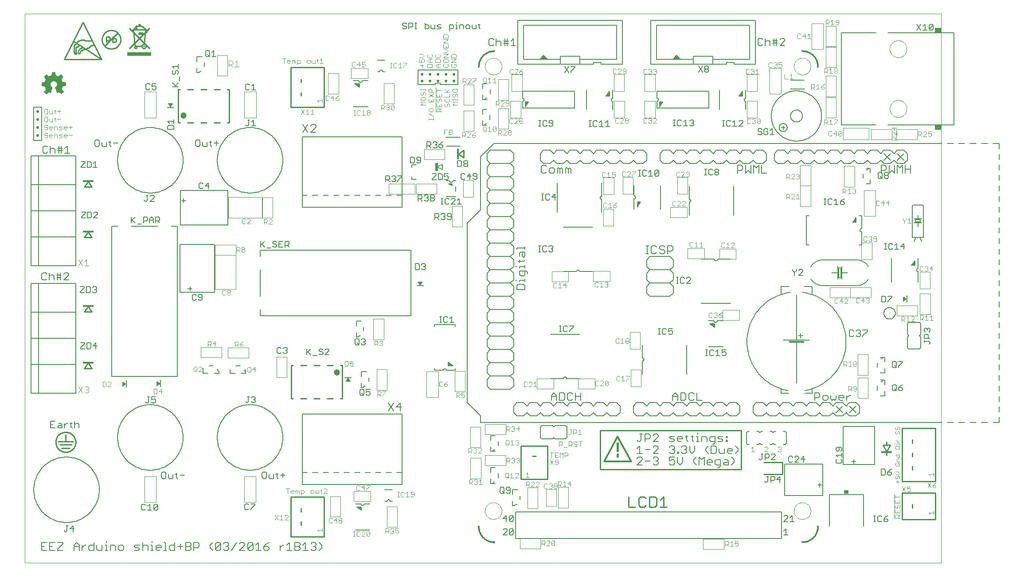
<source format=gto>
G75*
G70*
%OFA0B0*%
%FSLAX24Y24*%
%IPPOS*%
%LPD*%
%AMOC8*
5,1,8,0,0,1.08239X$1,22.5*
%
%ADD10C,0.0060*%
%ADD11C,0.0039*%
%ADD12C,0.0100*%
%ADD13C,0.0070*%
%ADD14C,0.0150*%
%ADD15C,0.0120*%
%ADD16R,0.0149X0.0001*%
%ADD17R,0.0004X0.0001*%
%ADD18R,0.0010X0.0001*%
%ADD19R,0.0017X0.0001*%
%ADD20R,0.0023X0.0001*%
%ADD21R,0.0029X0.0001*%
%ADD22R,0.0034X0.0001*%
%ADD23R,0.0040X0.0001*%
%ADD24R,0.0043X0.0002*%
%ADD25R,0.0047X0.0001*%
%ADD26R,0.0050X0.0001*%
%ADD27R,0.0054X0.0001*%
%ADD28R,0.0059X0.0001*%
%ADD29R,0.0064X0.0001*%
%ADD30R,0.0015X0.0001*%
%ADD31R,0.0067X0.0001*%
%ADD32R,0.0020X0.0001*%
%ADD33R,0.0070X0.0001*%
%ADD34R,0.0024X0.0001*%
%ADD35R,0.0074X0.0001*%
%ADD36R,0.0027X0.0001*%
%ADD37R,0.0076X0.0001*%
%ADD38R,0.0030X0.0001*%
%ADD39R,0.0081X0.0002*%
%ADD40R,0.0036X0.0002*%
%ADD41R,0.0086X0.0001*%
%ADD42R,0.0044X0.0001*%
%ADD43R,0.0091X0.0001*%
%ADD44R,0.0046X0.0001*%
%ADD45R,0.0094X0.0001*%
%ADD46R,0.0096X0.0001*%
%ADD47R,0.0053X0.0001*%
%ADD48R,0.0099X0.0001*%
%ADD49R,0.0056X0.0001*%
%ADD50R,0.0104X0.0001*%
%ADD51R,0.0060X0.0001*%
%ADD52R,0.0108X0.0001*%
%ADD53R,0.0112X0.0001*%
%ADD54R,0.0117X0.0001*%
%ADD55R,0.0072X0.0001*%
%ADD56R,0.0120X0.0002*%
%ADD57R,0.0075X0.0002*%
%ADD58R,0.0123X0.0001*%
%ADD59R,0.0078X0.0001*%
%ADD60R,0.0126X0.0001*%
%ADD61R,0.0081X0.0001*%
%ADD62R,0.0131X0.0001*%
%ADD63R,0.0136X0.0001*%
%ADD64R,0.0090X0.0001*%
%ADD65R,0.0139X0.0001*%
%ADD66R,0.0144X0.0001*%
%ADD67R,0.0147X0.0001*%
%ADD68R,0.0101X0.0001*%
%ADD69R,0.0150X0.0001*%
%ADD70R,0.0102X0.0001*%
%ADD71R,0.0153X0.0001*%
%ADD72R,0.0106X0.0001*%
%ADD73R,0.0158X0.0002*%
%ADD74R,0.0109X0.0002*%
%ADD75R,0.0164X0.0001*%
%ADD76R,0.0115X0.0001*%
%ADD77R,0.0168X0.0001*%
%ADD78R,0.0120X0.0001*%
%ADD79R,0.0171X0.0001*%
%ADD80R,0.0123X0.0001*%
%ADD81R,0.0172X0.0001*%
%ADD82R,0.0125X0.0001*%
%ADD83R,0.0175X0.0001*%
%ADD84R,0.0128X0.0001*%
%ADD85R,0.0180X0.0001*%
%ADD86R,0.0132X0.0001*%
%ADD87R,0.0186X0.0001*%
%ADD88R,0.0191X0.0001*%
%ADD89R,0.0141X0.0001*%
%ADD90R,0.0194X0.0001*%
%ADD91R,0.0145X0.0001*%
%ADD92R,0.0196X0.0002*%
%ADD93R,0.0149X0.0002*%
%ADD94R,0.0199X0.0001*%
%ADD95R,0.0151X0.0001*%
%ADD96R,0.0204X0.0001*%
%ADD97R,0.0153X0.0001*%
%ADD98R,0.0207X0.0001*%
%ADD99R,0.0158X0.0001*%
%ADD100R,0.0211X0.0001*%
%ADD101R,0.0162X0.0001*%
%ADD102R,0.0216X0.0001*%
%ADD103R,0.0166X0.0001*%
%ADD104R,0.0219X0.0001*%
%ADD105R,0.0007X0.0001*%
%ADD106R,0.0169X0.0001*%
%ADD107R,0.0222X0.0001*%
%ADD108R,0.0011X0.0001*%
%ADD109R,0.0224X0.0001*%
%ADD110R,0.0014X0.0001*%
%ADD111R,0.0176X0.0001*%
%ADD112R,0.0228X0.0001*%
%ADD113R,0.0018X0.0001*%
%ADD114R,0.0179X0.0001*%
%ADD115R,0.0234X0.0002*%
%ADD116R,0.0024X0.0002*%
%ADD117R,0.0183X0.0002*%
%ADD118R,0.0239X0.0001*%
%ADD119R,0.0189X0.0001*%
%ADD120R,0.0241X0.0001*%
%ADD121R,0.0033X0.0001*%
%ADD122R,0.0012X0.0001*%
%ADD123R,0.0192X0.0001*%
%ADD124R,0.0243X0.0001*%
%ADD125R,0.0038X0.0001*%
%ADD126R,0.0246X0.0001*%
%ADD127R,0.0041X0.0001*%
%ADD128R,0.0019X0.0001*%
%ADD129R,0.0196X0.0001*%
%ADD130R,0.0250X0.0001*%
%ADD131R,0.0021X0.0001*%
%ADD132R,0.0201X0.0001*%
%ADD133R,0.0254X0.0001*%
%ADD134R,0.0048X0.0001*%
%ADD135R,0.0258X0.0001*%
%ADD136R,0.0054X0.0001*%
%ADD137R,0.0209X0.0001*%
%ADD138R,0.0263X0.0001*%
%ADD139R,0.0213X0.0001*%
%ADD140R,0.0267X0.0001*%
%ADD141R,0.0063X0.0001*%
%ADD142R,0.0270X0.0002*%
%ADD143R,0.0066X0.0002*%
%ADD144R,0.0045X0.0002*%
%ADD145R,0.0219X0.0002*%
%ADD146R,0.0271X0.0001*%
%ADD147R,0.0220X0.0001*%
%ADD148R,0.0274X0.0001*%
%ADD149R,0.0051X0.0001*%
%ADD150R,0.0223X0.0001*%
%ADD151R,0.0278X0.0001*%
%ADD152R,0.0282X0.0001*%
%ADD153R,0.0231X0.0001*%
%ADD154R,0.0288X0.0001*%
%ADD155R,0.0085X0.0001*%
%ADD156R,0.0236X0.0001*%
%ADD157R,0.0289X0.0001*%
%ADD158R,0.0087X0.0001*%
%ADD159R,0.0066X0.0001*%
%ADD160R,0.0292X0.0001*%
%ADD161R,0.0069X0.0001*%
%ADD162R,0.0297X0.0001*%
%ADD163R,0.0300X0.0001*%
%ADD164R,0.0075X0.0001*%
%ADD165R,0.0305X0.0002*%
%ADD166R,0.0101X0.0002*%
%ADD167R,0.0078X0.0002*%
%ADD168R,0.0251X0.0002*%
%ADD169R,0.0309X0.0001*%
%ADD170R,0.0105X0.0001*%
%ADD171R,0.0083X0.0001*%
%ADD172R,0.0255X0.0001*%
%ADD173R,0.0314X0.0001*%
%ADD174R,0.0110X0.0001*%
%ADD175R,0.0087X0.0001*%
%ADD176R,0.0316X0.0001*%
%ADD177R,0.0113X0.0001*%
%ADD178R,0.0262X0.0001*%
%ADD179R,0.0319X0.0001*%
%ADD180R,0.0114X0.0001*%
%ADD181R,0.0093X0.0001*%
%ADD182R,0.0266X0.0001*%
%ADD183R,0.0321X0.0001*%
%ADD184R,0.0096X0.0001*%
%ADD185R,0.0324X0.0001*%
%ADD186R,0.0270X0.0001*%
%ADD187R,0.0329X0.0001*%
%ADD188R,0.0124X0.0001*%
%ADD189R,0.0275X0.0001*%
%ADD190R,0.0333X0.0001*%
%ADD191R,0.0279X0.0001*%
%ADD192R,0.0336X0.0001*%
%ADD193R,0.0111X0.0001*%
%ADD194R,0.0284X0.0001*%
%ADD195R,0.0339X0.0002*%
%ADD196R,0.0134X0.0002*%
%ADD197R,0.0114X0.0002*%
%ADD198R,0.0286X0.0002*%
%ADD199R,0.0342X0.0001*%
%ADD200R,0.0116X0.0001*%
%ADD201R,0.0491X0.0001*%
%ADD202R,0.0492X0.0001*%
%ADD203R,0.0294X0.0001*%
%ADD204R,0.0495X0.0001*%
%ADD205R,0.0299X0.0001*%
%ADD206R,0.0496X0.0001*%
%ADD207R,0.0127X0.0001*%
%ADD208R,0.0301X0.0001*%
%ADD209R,0.0498X0.0001*%
%ADD210R,0.0304X0.0001*%
%ADD211R,0.0501X0.0001*%
%ADD212R,0.0134X0.0001*%
%ADD213R,0.0308X0.0001*%
%ADD214R,0.0135X0.0001*%
%ADD215R,0.0311X0.0001*%
%ADD216R,0.0504X0.0001*%
%ADD217R,0.0138X0.0001*%
%ADD218R,0.0504X0.0002*%
%ADD219R,0.0141X0.0002*%
%ADD220R,0.0318X0.0002*%
%ADD221R,0.0507X0.0001*%
%ADD222R,0.0323X0.0001*%
%ADD223R,0.0326X0.0001*%
%ADD224R,0.0508X0.0001*%
%ADD225R,0.0152X0.0001*%
%ADD226R,0.0330X0.0001*%
%ADD227R,0.0510X0.0001*%
%ADD228R,0.0494X0.0001*%
%ADD229R,0.0512X0.0001*%
%ADD230R,0.0500X0.0001*%
%ADD231R,0.0513X0.0001*%
%ADD232R,0.0501X0.0001*%
%ADD233R,0.0513X0.0002*%
%ADD234R,0.0501X0.0002*%
%ADD235R,0.0503X0.0001*%
%ADD236R,0.0504X0.0001*%
%ADD237R,0.0506X0.0001*%
%ADD238R,0.0513X0.0001*%
%ADD239R,0.0509X0.0001*%
%ADD240R,0.0511X0.0001*%
%ADD241R,0.0514X0.0001*%
%ADD242R,0.0516X0.0001*%
%ADD243R,0.0513X0.0002*%
%ADD244R,0.0519X0.0002*%
%ADD245R,0.0519X0.0001*%
%ADD246R,0.0520X0.0001*%
%ADD247R,0.0522X0.0001*%
%ADD248R,0.0507X0.0001*%
%ADD249R,0.0509X0.0002*%
%ADD250R,0.0520X0.0002*%
%ADD251R,0.0522X0.0001*%
%ADD252R,0.0505X0.0001*%
%ADD253R,0.0502X0.0001*%
%ADD254R,0.0521X0.0001*%
%ADD255R,0.0503X0.0002*%
%ADD256R,0.0519X0.0002*%
%ADD257R,0.0519X0.0001*%
%ADD258R,0.0499X0.0001*%
%ADD259R,0.0517X0.0001*%
%ADD260R,0.0495X0.0002*%
%ADD261R,0.0514X0.0002*%
%ADD262R,0.0515X0.0001*%
%ADD263R,0.0492X0.0001*%
%ADD264R,0.0490X0.0001*%
%ADD265R,0.0490X0.0002*%
%ADD266R,0.0511X0.0002*%
%ADD267R,0.0489X0.0001*%
%ADD268R,0.0489X0.0001*%
%ADD269R,0.0488X0.0001*%
%ADD270R,0.0485X0.0001*%
%ADD271R,0.0483X0.0001*%
%ADD272R,0.0483X0.0002*%
%ADD273R,0.0507X0.0002*%
%ADD274R,0.0483X0.0001*%
%ADD275R,0.0481X0.0001*%
%ADD276R,0.0480X0.0001*%
%ADD277R,0.0480X0.0002*%
%ADD278R,0.0501X0.0002*%
%ADD279R,0.0479X0.0001*%
%ADD280R,0.0477X0.0001*%
%ADD281R,0.0477X0.0001*%
%ADD282R,0.0475X0.0001*%
%ADD283R,0.0474X0.0001*%
%ADD284R,0.0472X0.0001*%
%ADD285R,0.0472X0.0002*%
%ADD286R,0.0498X0.0002*%
%ADD287R,0.0471X0.0001*%
%ADD288R,0.0473X0.0001*%
%ADD289R,0.0471X0.0001*%
%ADD290R,0.0470X0.0001*%
%ADD291R,0.0468X0.0001*%
%ADD292R,0.0469X0.0001*%
%ADD293R,0.0468X0.0002*%
%ADD294R,0.0491X0.0002*%
%ADD295R,0.0466X0.0001*%
%ADD296R,0.0465X0.0001*%
%ADD297R,0.0464X0.0001*%
%ADD298R,0.0462X0.0001*%
%ADD299R,0.0462X0.0002*%
%ADD300R,0.0489X0.0002*%
%ADD301R,0.0461X0.0001*%
%ADD302R,0.0460X0.0001*%
%ADD303R,0.0459X0.0001*%
%ADD304R,0.0484X0.0001*%
%ADD305R,0.0457X0.0001*%
%ADD306R,0.0459X0.0001*%
%ADD307R,0.0458X0.0002*%
%ADD308R,0.0484X0.0002*%
%ADD309R,0.0456X0.0001*%
%ADD310R,0.0455X0.0001*%
%ADD311R,0.0453X0.0001*%
%ADD312R,0.0451X0.0001*%
%ADD313R,0.0453X0.0001*%
%ADD314R,0.0450X0.0001*%
%ADD315R,0.0451X0.0002*%
%ADD316R,0.0478X0.0001*%
%ADD317R,0.0449X0.0001*%
%ADD318R,0.0476X0.0001*%
%ADD319R,0.0447X0.0001*%
%ADD320R,0.0474X0.0001*%
%ADD321R,0.0449X0.0002*%
%ADD322R,0.0476X0.0002*%
%ADD323R,0.0454X0.0001*%
%ADD324R,0.0469X0.0002*%
%ADD325R,0.0468X0.0001*%
%ADD326R,0.0467X0.0001*%
%ADD327R,0.0473X0.0002*%
%ADD328R,0.0468X0.0002*%
%ADD329R,0.0486X0.0002*%
%ADD330R,0.0474X0.0002*%
%ADD331R,0.0487X0.0001*%
%ADD332R,0.0497X0.0001*%
%ADD333R,0.0486X0.0001*%
%ADD334R,0.0500X0.0002*%
%ADD335R,0.0487X0.0002*%
%ADD336R,0.0498X0.0001*%
%ADD337R,0.0524X0.0002*%
%ADD338R,0.0524X0.0001*%
%ADD339R,0.0525X0.0001*%
%ADD340R,0.0528X0.0001*%
%ADD341R,0.0529X0.0001*%
%ADD342R,0.0533X0.0001*%
%ADD343R,0.0534X0.0001*%
%ADD344R,0.0523X0.0001*%
%ADD345R,0.0536X0.0001*%
%ADD346R,0.0537X0.0002*%
%ADD347R,0.0527X0.0002*%
%ADD348R,0.0537X0.0001*%
%ADD349R,0.0528X0.0001*%
%ADD350R,0.0539X0.0001*%
%ADD351R,0.0530X0.0001*%
%ADD352R,0.0540X0.0001*%
%ADD353R,0.0541X0.0001*%
%ADD354R,0.0531X0.0001*%
%ADD355R,0.0543X0.0001*%
%ADD356R,0.0544X0.0001*%
%ADD357R,0.0546X0.0002*%
%ADD358R,0.0536X0.0002*%
%ADD359R,0.0547X0.0001*%
%ADD360R,0.0551X0.0001*%
%ADD361R,0.0552X0.0001*%
%ADD362R,0.0554X0.0001*%
%ADD363R,0.0555X0.0001*%
%ADD364R,0.0555X0.0002*%
%ADD365R,0.0547X0.0002*%
%ADD366R,0.0549X0.0001*%
%ADD367R,0.0548X0.0001*%
%ADD368R,0.0538X0.0001*%
%ADD369R,0.0537X0.0001*%
%ADD370R,0.0533X0.0002*%
%ADD371R,0.0531X0.0001*%
%ADD372R,0.0526X0.0001*%
%ADD373R,0.0518X0.0001*%
%ADD374R,0.0498X0.0002*%
%ADD375R,0.0496X0.0002*%
%ADD376R,0.0486X0.0001*%
%ADD377R,0.0485X0.0002*%
%ADD378R,0.0482X0.0001*%
%ADD379R,0.0477X0.0002*%
%ADD380R,0.0530X0.0002*%
%ADD381R,0.0464X0.0002*%
%ADD382R,0.0561X0.0001*%
%ADD383R,0.0570X0.0001*%
%ADD384R,0.0576X0.0001*%
%ADD385R,0.0581X0.0001*%
%ADD386R,0.0585X0.0001*%
%ADD387R,0.0589X0.0001*%
%ADD388R,0.0600X0.0002*%
%ADD389R,0.0614X0.0001*%
%ADD390R,0.0623X0.0001*%
%ADD391R,0.0630X0.0001*%
%ADD392R,0.0633X0.0001*%
%ADD393R,0.0638X0.0001*%
%ADD394R,0.0645X0.0001*%
%ADD395R,0.0657X0.0001*%
%ADD396R,0.0556X0.0001*%
%ADD397R,0.0669X0.0001*%
%ADD398R,0.0674X0.0001*%
%ADD399R,0.0579X0.0001*%
%ADD400R,0.0676X0.0002*%
%ADD401R,0.0585X0.0002*%
%ADD402R,0.0678X0.0001*%
%ADD403R,0.0590X0.0001*%
%ADD404R,0.0679X0.0001*%
%ADD405R,0.0596X0.0001*%
%ADD406R,0.0681X0.0001*%
%ADD407R,0.0606X0.0001*%
%ADD408R,0.0620X0.0001*%
%ADD409R,0.0682X0.0001*%
%ADD410R,0.0633X0.0001*%
%ADD411R,0.0684X0.0001*%
%ADD412R,0.0639X0.0001*%
%ADD413R,0.0649X0.0001*%
%ADD414R,0.0684X0.0001*%
%ADD415R,0.0655X0.0001*%
%ADD416R,0.0683X0.0002*%
%ADD417R,0.0664X0.0002*%
%ADD418R,0.0683X0.0001*%
%ADD419R,0.0670X0.0001*%
%ADD420R,0.0671X0.0001*%
%ADD421R,0.0681X0.0001*%
%ADD422R,0.0672X0.0001*%
%ADD423R,0.0680X0.0001*%
%ADD424R,0.0675X0.0001*%
%ADD425R,0.0676X0.0001*%
%ADD426R,0.0680X0.0002*%
%ADD427R,0.0678X0.0002*%
%ADD428R,0.0678X0.0001*%
%ADD429R,0.0675X0.0002*%
%ADD430R,0.0672X0.0002*%
%ADD431R,0.0672X0.0001*%
%ADD432R,0.0671X0.0002*%
%ADD433R,0.0670X0.0002*%
%ADD434R,0.0669X0.0001*%
%ADD435R,0.0667X0.0001*%
%ADD436R,0.0669X0.0002*%
%ADD437R,0.0667X0.0002*%
%ADD438R,0.0668X0.0001*%
%ADD439R,0.0666X0.0001*%
%ADD440R,0.0668X0.0002*%
%ADD441R,0.0666X0.0002*%
%ADD442R,0.0666X0.0001*%
%ADD443R,0.0664X0.0001*%
%ADD444R,0.0663X0.0001*%
%ADD445R,0.0666X0.0002*%
%ADD446R,0.0663X0.0002*%
%ADD447R,0.0665X0.0001*%
%ADD448R,0.0674X0.0002*%
%ADD449R,0.0677X0.0001*%
%ADD450R,0.0678X0.0002*%
%ADD451R,0.0682X0.0002*%
%ADD452R,0.0686X0.0001*%
%ADD453R,0.0686X0.0002*%
%ADD454R,0.0687X0.0001*%
%ADD455R,0.0689X0.0001*%
%ADD456R,0.0653X0.0001*%
%ADD457R,0.0641X0.0001*%
%ADD458R,0.0626X0.0001*%
%ADD459R,0.0616X0.0001*%
%ADD460R,0.0687X0.0001*%
%ADD461R,0.0612X0.0001*%
%ADD462R,0.0688X0.0001*%
%ADD463R,0.0606X0.0001*%
%ADD464R,0.0601X0.0001*%
%ADD465R,0.0591X0.0002*%
%ADD466R,0.0567X0.0001*%
%ADD467R,0.0560X0.0001*%
%ADD468R,0.0659X0.0001*%
%ADD469R,0.0516X0.0001*%
%ADD470R,0.0639X0.0001*%
%ADD471R,0.0502X0.0002*%
%ADD472R,0.0633X0.0002*%
%ADD473R,0.0608X0.0001*%
%ADD474R,0.0582X0.0001*%
%ADD475R,0.0577X0.0001*%
%ADD476R,0.0569X0.0002*%
%ADD477R,0.0546X0.0001*%
%ADD478R,0.0486X0.0002*%
%ADD479R,0.0493X0.0001*%
%ADD480R,0.0516X0.0002*%
%ADD481R,0.0532X0.0001*%
%ADD482R,0.0534X0.0002*%
%ADD483R,0.0535X0.0002*%
%ADD484R,0.0543X0.0001*%
%ADD485R,0.0553X0.0001*%
%ADD486R,0.0559X0.0001*%
%ADD487R,0.0564X0.0001*%
%ADD488R,0.0564X0.0001*%
%ADD489R,0.0567X0.0001*%
%ADD490R,0.0569X0.0001*%
%ADD491R,0.0570X0.0002*%
%ADD492R,0.0571X0.0002*%
%ADD493R,0.0571X0.0001*%
%ADD494R,0.0573X0.0001*%
%ADD495R,0.0574X0.0001*%
%ADD496R,0.0576X0.0001*%
%ADD497R,0.0600X0.0001*%
%ADD498R,0.0611X0.0001*%
%ADD499R,0.0618X0.0001*%
%ADD500R,0.0621X0.0001*%
%ADD501R,0.1269X0.0001*%
%ADD502R,0.1267X0.0001*%
%ADD503R,0.1266X0.0001*%
%ADD504R,0.1266X0.0002*%
%ADD505R,0.1264X0.0001*%
%ADD506R,0.1261X0.0001*%
%ADD507R,0.1260X0.0001*%
%ADD508R,0.1259X0.0001*%
%ADD509R,0.1256X0.0001*%
%ADD510R,0.1254X0.0001*%
%ADD511R,0.1253X0.0001*%
%ADD512R,0.1251X0.0001*%
%ADD513R,0.1251X0.0002*%
%ADD514R,0.1248X0.0001*%
%ADD515R,0.1245X0.0001*%
%ADD516R,0.1244X0.0001*%
%ADD517R,0.1242X0.0001*%
%ADD518R,0.1239X0.0001*%
%ADD519R,0.1237X0.0001*%
%ADD520R,0.1236X0.0002*%
%ADD521R,0.1233X0.0001*%
%ADD522R,0.1230X0.0001*%
%ADD523R,0.1229X0.0001*%
%ADD524R,0.1227X0.0001*%
%ADD525R,0.1226X0.0001*%
%ADD526R,0.1224X0.0001*%
%ADD527R,0.1223X0.0002*%
%ADD528R,0.1219X0.0001*%
%ADD529R,0.1216X0.0001*%
%ADD530R,0.1215X0.0001*%
%ADD531R,0.1214X0.0001*%
%ADD532R,0.1212X0.0001*%
%ADD533R,0.1209X0.0001*%
%ADD534R,0.1207X0.0002*%
%ADD535R,0.1206X0.0001*%
%ADD536R,0.1204X0.0001*%
%ADD537R,0.1201X0.0001*%
%ADD538R,0.1200X0.0001*%
%ADD539R,0.1199X0.0001*%
%ADD540R,0.1196X0.0001*%
%ADD541R,0.1194X0.0001*%
%ADD542R,0.1193X0.0001*%
%ADD543R,0.1191X0.0001*%
%ADD544R,0.1191X0.0002*%
%ADD545R,0.1188X0.0001*%
%ADD546R,0.1185X0.0001*%
%ADD547R,0.1184X0.0001*%
%ADD548R,0.1181X0.0001*%
%ADD549R,0.1177X0.0001*%
%ADD550R,0.1176X0.0001*%
%ADD551R,0.1174X0.0001*%
%ADD552R,0.1173X0.0001*%
%ADD553R,0.1170X0.0002*%
%ADD554R,0.1170X0.0001*%
%ADD555R,0.1169X0.0001*%
%ADD556R,0.1166X0.0001*%
%ADD557R,0.1164X0.0001*%
%ADD558R,0.1163X0.0001*%
%ADD559R,0.1163X0.0002*%
%ADD560R,0.1167X0.0001*%
%ADD561R,0.1171X0.0001*%
%ADD562R,0.1179X0.0001*%
%ADD563R,0.1182X0.0001*%
%ADD564R,0.1182X0.0002*%
%ADD565R,0.1188X0.0001*%
%ADD566R,0.1190X0.0001*%
%ADD567R,0.1197X0.0001*%
%ADD568R,0.1204X0.0002*%
%ADD569R,0.1207X0.0001*%
%ADD570R,0.1210X0.0001*%
%ADD571R,0.1213X0.0001*%
%ADD572R,0.1217X0.0001*%
%ADD573R,0.1218X0.0001*%
%ADD574R,0.1220X0.0001*%
%ADD575R,0.1221X0.0001*%
%ADD576R,0.1223X0.0001*%
%ADD577R,0.1226X0.0002*%
%ADD578R,0.1236X0.0001*%
%ADD579R,0.1239X0.0001*%
%ADD580R,0.1240X0.0001*%
%ADD581R,0.1243X0.0001*%
%ADD582R,0.1248X0.0002*%
%ADD583R,0.1248X0.0001*%
%ADD584R,0.1251X0.0001*%
%ADD585R,0.1257X0.0001*%
%ADD586R,0.1263X0.0001*%
%ADD587R,0.1267X0.0002*%
%ADD588R,0.1270X0.0001*%
%ADD589R,0.1274X0.0001*%
%ADD590R,0.1275X0.0001*%
%ADD591R,0.1278X0.0001*%
%ADD592R,0.1280X0.0001*%
%ADD593R,0.1281X0.0001*%
%ADD594R,0.1284X0.0001*%
%ADD595R,0.1286X0.0001*%
%ADD596R,0.1289X0.0001*%
%ADD597R,0.1290X0.0002*%
%ADD598R,0.1291X0.0001*%
%ADD599R,0.1294X0.0001*%
%ADD600R,0.1296X0.0001*%
%ADD601R,0.1299X0.0001*%
%ADD602R,0.1300X0.0001*%
%ADD603R,0.1302X0.0001*%
%ADD604R,0.1304X0.0001*%
%ADD605R,0.1306X0.0001*%
%ADD606R,0.1308X0.0001*%
%ADD607R,0.1311X0.0002*%
%ADD608R,0.1313X0.0001*%
%ADD609R,0.1316X0.0001*%
%ADD610R,0.1317X0.0001*%
%ADD611R,0.1320X0.0001*%
%ADD612R,0.1323X0.0001*%
%ADD613R,0.1326X0.0001*%
%ADD614R,0.1329X0.0001*%
%ADD615R,0.1332X0.0002*%
%ADD616R,0.1335X0.0001*%
%ADD617R,0.1336X0.0001*%
%ADD618R,0.1340X0.0001*%
%ADD619R,0.1343X0.0001*%
%ADD620R,0.1346X0.0001*%
%ADD621R,0.1347X0.0001*%
%ADD622R,0.1350X0.0001*%
%ADD623R,0.1353X0.0002*%
%ADD624R,0.1356X0.0001*%
%ADD625R,0.1357X0.0001*%
%ADD626R,0.1360X0.0001*%
%ADD627R,0.1364X0.0001*%
%ADD628R,0.1365X0.0001*%
%ADD629R,0.1368X0.0001*%
%ADD630R,0.1369X0.0001*%
%ADD631R,0.1373X0.0001*%
%ADD632R,0.1374X0.0002*%
%ADD633R,0.1377X0.0001*%
%ADD634R,0.1379X0.0001*%
%ADD635R,0.1380X0.0001*%
%ADD636R,0.1383X0.0001*%
%ADD637R,0.1386X0.0001*%
%ADD638R,0.1387X0.0001*%
%ADD639R,0.1391X0.0001*%
%ADD640R,0.1394X0.0001*%
%ADD641R,0.1395X0.0002*%
%ADD642R,0.1398X0.0001*%
%ADD643R,0.1401X0.0001*%
%ADD644R,0.1403X0.0001*%
%ADD645R,0.1406X0.0001*%
%ADD646R,0.1407X0.0001*%
%ADD647R,0.1409X0.0001*%
%ADD648R,0.1411X0.0001*%
%ADD649R,0.1414X0.0001*%
%ADD650R,0.1416X0.0002*%
%ADD651R,0.1419X0.0001*%
%ADD652R,0.1421X0.0001*%
%ADD653R,0.1422X0.0001*%
%ADD654R,0.1424X0.0001*%
%ADD655R,0.1426X0.0001*%
%ADD656R,0.1428X0.0001*%
%ADD657R,0.1429X0.0002*%
%ADD658R,0.1429X0.0001*%
%ADD659R,0.1425X0.0001*%
%ADD660R,0.1421X0.0002*%
%ADD661R,0.1418X0.0001*%
%ADD662R,0.1416X0.0001*%
%ADD663R,0.1413X0.0001*%
%ADD664R,0.1410X0.0001*%
%ADD665R,0.1404X0.0001*%
%ADD666R,0.1401X0.0001*%
%ADD667R,0.0346X0.0001*%
%ADD668R,0.1044X0.0001*%
%ADD669R,0.0342X0.0002*%
%ADD670R,0.1040X0.0002*%
%ADD671R,0.0337X0.0001*%
%ADD672R,0.1034X0.0001*%
%ADD673R,0.0357X0.0001*%
%ADD674R,0.0660X0.0001*%
%ADD675R,0.0353X0.0001*%
%ADD676R,0.0327X0.0001*%
%ADD677R,0.0349X0.0001*%
%ADD678R,0.0321X0.0001*%
%ADD679R,0.0648X0.0001*%
%ADD680R,0.0344X0.0001*%
%ADD681R,0.0317X0.0001*%
%ADD682R,0.0339X0.0001*%
%ADD683R,0.0312X0.0001*%
%ADD684R,0.0631X0.0001*%
%ADD685R,0.0334X0.0001*%
%ADD686R,0.0309X0.0001*%
%ADD687R,0.0307X0.0002*%
%ADD688R,0.0623X0.0002*%
%ADD689R,0.0327X0.0002*%
%ADD690R,0.0618X0.0001*%
%ADD691R,0.0297X0.0001*%
%ADD692R,0.0607X0.0001*%
%ADD693R,0.0320X0.0001*%
%ADD694R,0.0293X0.0001*%
%ADD695R,0.0599X0.0001*%
%ADD696R,0.0313X0.0001*%
%ADD697R,0.0285X0.0001*%
%ADD698R,0.0584X0.0001*%
%ADD699R,0.0303X0.0001*%
%ADD700R,0.0281X0.0001*%
%ADD701R,0.0273X0.0002*%
%ADD702R,0.0563X0.0002*%
%ADD703R,0.0293X0.0002*%
%ADD704R,0.0264X0.0001*%
%ADD705R,0.0259X0.0001*%
%ADD706R,0.0256X0.0001*%
%ADD707R,0.0276X0.0001*%
%ADD708R,0.0252X0.0001*%
%ADD709R,0.0273X0.0001*%
%ADD710R,0.0248X0.0001*%
%ADD711R,0.0269X0.0001*%
%ADD712R,0.0245X0.0001*%
%ADD713R,0.0240X0.0001*%
%ADD714R,0.0237X0.0002*%
%ADD715R,0.0256X0.0002*%
%ADD716R,0.0234X0.0001*%
%ADD717R,0.0232X0.0001*%
%ADD718R,0.0251X0.0001*%
%ADD719R,0.0228X0.0001*%
%ADD720R,0.0246X0.0001*%
%ADD721R,0.0456X0.0001*%
%ADD722R,0.0219X0.0001*%
%ADD723R,0.0444X0.0001*%
%ADD724R,0.0237X0.0001*%
%ADD725R,0.0214X0.0001*%
%ADD726R,0.0436X0.0001*%
%ADD727R,0.0432X0.0001*%
%ADD728R,0.0231X0.0001*%
%ADD729R,0.0210X0.0001*%
%ADD730R,0.0426X0.0001*%
%ADD731R,0.0420X0.0001*%
%ADD732R,0.0226X0.0001*%
%ADD733R,0.0204X0.0002*%
%ADD734R,0.0409X0.0002*%
%ADD735R,0.0222X0.0002*%
%ADD736R,0.0391X0.0001*%
%ADD737R,0.0217X0.0001*%
%ADD738R,0.0376X0.0001*%
%ADD739R,0.0368X0.0001*%
%ADD740R,0.0189X0.0001*%
%ADD741R,0.0361X0.0001*%
%ADD742R,0.0206X0.0001*%
%ADD743R,0.0186X0.0001*%
%ADD744R,0.0356X0.0001*%
%ADD745R,0.0181X0.0001*%
%ADD746R,0.0345X0.0001*%
%ADD747R,0.0173X0.0001*%
%ADD748R,0.0331X0.0001*%
%ADD749R,0.0190X0.0001*%
%ADD750R,0.0168X0.0001*%
%ADD751R,0.0165X0.0002*%
%ADD752R,0.0162X0.0001*%
%ADD753R,0.0159X0.0001*%
%ADD754R,0.0177X0.0001*%
%ADD755R,0.0156X0.0001*%
%ADD756R,0.0324X0.0001*%
%ADD757R,0.0174X0.0001*%
%ADD758R,0.0167X0.0001*%
%ADD759R,0.0146X0.0001*%
%ADD760R,0.0163X0.0001*%
%ADD761R,0.0141X0.0001*%
%ADD762R,0.0140X0.0001*%
%ADD763R,0.0137X0.0001*%
%ADD764R,0.0133X0.0001*%
%ADD765R,0.0129X0.0002*%
%ADD766R,0.0321X0.0002*%
%ADD767R,0.0146X0.0002*%
%ADD768R,0.0119X0.0001*%
%ADD769R,0.0129X0.0001*%
%ADD770R,0.0111X0.0001*%
%ADD771R,0.0126X0.0001*%
%ADD772R,0.0318X0.0001*%
%ADD773R,0.0097X0.0001*%
%ADD774R,0.0315X0.0001*%
%ADD775R,0.0089X0.0002*%
%ADD776R,0.0315X0.0002*%
%ADD777R,0.0105X0.0002*%
%ADD778R,0.0079X0.0001*%
%ADD779R,0.0089X0.0001*%
%ADD780R,0.0069X0.0001*%
%ADD781R,0.0084X0.0001*%
%ADD782R,0.0057X0.0001*%
%ADD783R,0.0052X0.0002*%
%ADD784R,0.0311X0.0002*%
%ADD785R,0.0066X0.0002*%
%ADD786R,0.0061X0.0001*%
%ADD787R,0.0042X0.0001*%
%ADD788R,0.0055X0.0001*%
%ADD789R,0.0039X0.0001*%
%ADD790R,0.0052X0.0001*%
%ADD791R,0.0036X0.0001*%
%ADD792R,0.0049X0.0001*%
%ADD793R,0.0307X0.0001*%
%ADD794R,0.0045X0.0001*%
%ADD795R,0.0022X0.0001*%
%ADD796R,0.0035X0.0001*%
%ADD797R,0.0025X0.0002*%
%ADD798R,0.0306X0.0001*%
%ADD799R,0.0018X0.0001*%
%ADD800R,0.0008X0.0001*%
%ADD801R,0.0300X0.0002*%
%ADD802R,0.0296X0.0001*%
%ADD803R,0.0294X0.0002*%
%ADD804R,0.0294X0.0001*%
%ADD805R,0.0291X0.0001*%
%ADD806R,0.0291X0.0002*%
%ADD807R,0.0286X0.0001*%
%ADD808R,0.0281X0.0002*%
%ADD809R,0.0277X0.0001*%
%ADD810R,0.0276X0.0001*%
%ADD811R,0.0266X0.0002*%
%ADD812R,0.0264X0.0001*%
%ADD813R,0.0261X0.0001*%
%ADD814R,0.0259X0.0002*%
%ADD815R,0.0254X0.0002*%
%ADD816R,0.0248X0.0002*%
%ADD817R,0.0218X0.0002*%
%ADD818R,0.0157X0.0001*%
%ADD819C,0.0040*%
%ADD820C,0.0030*%
%ADD821C,0.0050*%
%ADD822C,0.0090*%
%ADD823C,0.0472*%
%ADD824R,0.0551X0.0079*%
%ADD825R,0.0079X0.0551*%
%ADD826C,0.0020*%
%ADD827R,0.0827X0.0118*%
%ADD828C,0.0000*%
%ADD829C,0.0080*%
%ADD830R,0.0340X0.0300*%
%ADD831R,0.1800X0.0300*%
%ADD832C,0.0004*%
%ADD833R,0.0450X0.0364*%
%ADD834R,0.1181X0.0118*%
%ADD835R,0.0240X0.0620*%
%ADD836R,0.0118X0.0827*%
D10*
X022666Y012175D02*
X022749Y012091D01*
X022916Y012091D01*
X023000Y012175D01*
X023000Y012508D01*
X022916Y012592D01*
X022749Y012592D01*
X022666Y012508D01*
X022666Y012175D01*
X023182Y012175D02*
X023265Y012091D01*
X023515Y012091D01*
X023515Y012425D01*
X023697Y012425D02*
X023864Y012425D01*
X023781Y012508D02*
X023781Y012175D01*
X023864Y012091D01*
X024041Y012341D02*
X024375Y012341D01*
X023182Y012425D02*
X023182Y012175D01*
X030229Y012175D02*
X030312Y012091D01*
X030479Y012091D01*
X030562Y012175D01*
X030562Y012508D01*
X030479Y012592D01*
X030312Y012592D01*
X030229Y012508D01*
X030229Y012175D01*
X030744Y012175D02*
X030828Y012091D01*
X031078Y012091D01*
X031078Y012425D01*
X031260Y012425D02*
X031427Y012425D01*
X031343Y012508D02*
X031343Y012175D01*
X031427Y012091D01*
X031604Y012341D02*
X031937Y012341D01*
X031771Y012175D02*
X031771Y012508D01*
X030744Y012425D02*
X030744Y012175D01*
X037244Y010191D02*
X037664Y010191D01*
X037666Y010170D01*
X037671Y010150D01*
X037680Y010131D01*
X037692Y010114D01*
X037707Y010099D01*
X037724Y010087D01*
X037743Y010078D01*
X037763Y010073D01*
X037784Y010071D01*
X037805Y010073D01*
X037825Y010078D01*
X037844Y010087D01*
X037861Y010099D01*
X037876Y010114D01*
X037888Y010131D01*
X037897Y010150D01*
X037902Y010170D01*
X037904Y010191D01*
X038324Y010191D01*
X037904Y010191D02*
X037902Y010170D01*
X037897Y010150D01*
X037888Y010131D01*
X037876Y010114D01*
X037861Y010099D01*
X037844Y010087D01*
X037825Y010078D01*
X037805Y010073D01*
X037784Y010071D01*
X037763Y010073D01*
X037743Y010078D01*
X037724Y010087D01*
X037707Y010099D01*
X037692Y010114D01*
X037680Y010131D01*
X037671Y010150D01*
X037666Y010170D01*
X037664Y010191D01*
X037684Y009961D02*
X037684Y009711D01*
X037334Y009961D01*
X037684Y009961D01*
X037684Y009948D02*
X037352Y009948D01*
X037434Y009889D02*
X037684Y009889D01*
X037684Y009831D02*
X037516Y009831D01*
X037598Y009772D02*
X037684Y009772D01*
X037680Y009714D02*
X037684Y009714D01*
X037244Y008231D02*
X038324Y008231D01*
X047429Y011721D02*
X047589Y011721D01*
X047749Y011721D01*
X047719Y011841D02*
X047699Y011841D01*
X047680Y011837D01*
X047661Y011831D01*
X047643Y011821D01*
X047628Y011809D01*
X047614Y011795D01*
X047603Y011778D01*
X047595Y011760D01*
X047591Y011740D01*
X047589Y011721D01*
X047429Y011721D02*
X047429Y012071D01*
X047429Y012551D02*
X047429Y012901D01*
X047749Y012901D01*
X047989Y012471D02*
X047989Y012151D01*
X049054Y011236D02*
X049054Y010876D01*
X049054Y011236D02*
X049444Y011236D01*
X049614Y010766D02*
X049614Y010506D01*
X049375Y010146D02*
X049355Y010152D01*
X049334Y010154D01*
X049313Y010152D01*
X049293Y010147D01*
X049274Y010139D01*
X049257Y010127D01*
X049243Y010112D01*
X049230Y010095D01*
X049222Y010077D01*
X049216Y010057D01*
X049214Y010036D01*
X049054Y010036D01*
X049054Y010396D01*
X049284Y009586D02*
X069284Y009586D01*
X069284Y007586D01*
X049284Y007586D01*
X049284Y009586D01*
X047749Y014146D02*
X047589Y014146D01*
X047429Y014146D01*
X047429Y014496D01*
X047719Y014266D02*
X047699Y014266D01*
X047680Y014262D01*
X047661Y014256D01*
X047643Y014246D01*
X047628Y014234D01*
X047614Y014220D01*
X047603Y014203D01*
X047595Y014185D01*
X047591Y014165D01*
X047589Y014146D01*
X047989Y014576D02*
X047989Y014896D01*
X047749Y015326D02*
X047429Y015326D01*
X047429Y014976D01*
X051134Y015186D02*
X051134Y015986D01*
X051234Y016086D01*
X052034Y016086D01*
X052134Y015986D01*
X052234Y016086D01*
X053034Y016086D01*
X053134Y015986D01*
X053134Y015186D01*
X053034Y015086D01*
X052234Y015086D01*
X052134Y015186D01*
X052034Y015086D01*
X051234Y015086D01*
X051134Y015186D01*
X048884Y018811D02*
X049134Y019061D01*
X049134Y019561D01*
X048884Y019811D01*
X049134Y020061D01*
X049134Y020561D01*
X048884Y020811D01*
X049134Y021061D01*
X049134Y021561D01*
X048884Y021811D01*
X049134Y022061D01*
X049134Y022561D01*
X048884Y022811D01*
X049134Y023061D01*
X049134Y023561D01*
X048884Y023811D01*
X049134Y024061D01*
X049134Y024561D01*
X048884Y024811D01*
X049134Y025061D01*
X049134Y025561D01*
X048884Y025811D01*
X049134Y026061D01*
X049134Y026561D01*
X048884Y026811D01*
X049134Y027061D01*
X049134Y027561D01*
X048884Y027811D01*
X049134Y028061D01*
X049134Y028561D01*
X048884Y028811D01*
X049134Y029061D01*
X049134Y029561D01*
X048884Y029811D01*
X049134Y030061D01*
X049134Y030561D01*
X048884Y030811D01*
X049134Y031061D01*
X049134Y031561D01*
X048884Y031811D01*
X049134Y032061D01*
X049134Y032561D01*
X048884Y032811D01*
X049134Y033061D01*
X049134Y033561D01*
X048884Y033811D01*
X049134Y034061D01*
X049134Y034561D01*
X048884Y034811D01*
X049134Y035061D01*
X049134Y035561D01*
X048884Y035811D01*
X049134Y036061D01*
X049134Y036561D01*
X048884Y036811D01*
X047384Y036811D02*
X047134Y036561D01*
X047134Y036061D01*
X047384Y035811D01*
X047134Y035561D01*
X047134Y035061D01*
X047384Y034811D01*
X047134Y034561D01*
X047134Y034061D01*
X047384Y033811D01*
X047134Y033561D01*
X047134Y033061D01*
X047384Y032811D01*
X047134Y032561D01*
X047134Y032061D01*
X047384Y031811D01*
X047134Y031561D01*
X047134Y031061D01*
X047384Y030811D01*
X047134Y030561D01*
X047134Y030061D01*
X047384Y029811D01*
X047134Y029561D01*
X047134Y029061D01*
X047384Y028811D01*
X047134Y028561D01*
X047134Y028061D01*
X047384Y027811D01*
X047134Y027561D01*
X047134Y027061D01*
X047384Y026811D01*
X047134Y026561D01*
X047134Y026061D01*
X047384Y025811D01*
X047134Y025561D01*
X047134Y025061D01*
X047384Y024811D01*
X047134Y024561D01*
X047134Y024061D01*
X047384Y023811D01*
X047134Y023561D01*
X047134Y023061D01*
X047384Y022811D01*
X047134Y022561D01*
X047134Y022061D01*
X047384Y021811D01*
X047134Y021561D01*
X047134Y021061D01*
X047384Y020811D01*
X047134Y020561D01*
X047134Y020061D01*
X047384Y019811D01*
X047134Y019561D01*
X047134Y019061D01*
X047384Y018811D01*
X044748Y020240D02*
X044078Y020240D01*
X044076Y020261D01*
X044071Y020281D01*
X044062Y020300D01*
X044050Y020317D01*
X044035Y020332D01*
X044018Y020344D01*
X043999Y020353D01*
X043979Y020358D01*
X043958Y020360D01*
X043937Y020358D01*
X043917Y020353D01*
X043898Y020344D01*
X043881Y020332D01*
X043866Y020317D01*
X043854Y020300D01*
X043845Y020281D01*
X043840Y020261D01*
X043838Y020240D01*
X043168Y020240D01*
X043168Y020380D01*
X044233Y020585D02*
X044233Y020835D01*
X044583Y020585D01*
X044233Y020585D01*
X044233Y020595D02*
X044570Y020595D01*
X044488Y020653D02*
X044233Y020653D01*
X044233Y020712D02*
X044406Y020712D01*
X044324Y020770D02*
X044233Y020770D01*
X044233Y020829D02*
X044242Y020829D01*
X044748Y020380D02*
X044748Y020240D01*
X044748Y023540D02*
X044748Y023680D01*
X043168Y023680D01*
X043168Y023540D01*
X037864Y023466D02*
X037864Y023206D01*
X037625Y022846D02*
X037605Y022852D01*
X037584Y022854D01*
X037563Y022852D01*
X037543Y022847D01*
X037524Y022839D01*
X037507Y022827D01*
X037493Y022812D01*
X037480Y022795D01*
X037472Y022777D01*
X037466Y022757D01*
X037464Y022736D01*
X037304Y022736D01*
X037304Y023096D01*
X037304Y023576D02*
X037304Y023936D01*
X037694Y023936D01*
X042019Y026796D02*
X042199Y026796D01*
X042160Y026737D02*
X042058Y026737D01*
X042097Y026679D02*
X042121Y026679D01*
X042109Y026661D02*
X042259Y026886D01*
X041959Y026886D01*
X042109Y026661D01*
X041980Y026854D02*
X042238Y026854D01*
X051909Y022956D02*
X054109Y022956D01*
X058814Y022161D02*
X058814Y021181D01*
X058835Y021179D01*
X058855Y021174D01*
X058874Y021165D01*
X058891Y021153D01*
X058906Y021138D01*
X058918Y021121D01*
X058927Y021102D01*
X058932Y021082D01*
X058934Y021061D01*
X058932Y021040D01*
X058927Y021020D01*
X058918Y021001D01*
X058906Y020984D01*
X058891Y020969D01*
X058874Y020957D01*
X058855Y020948D01*
X058835Y020943D01*
X058814Y020941D01*
X058814Y019961D01*
X062154Y019961D02*
X062154Y022161D01*
X063794Y022006D02*
X064874Y022006D01*
X064234Y023486D02*
X063884Y023736D01*
X064234Y023736D01*
X064234Y023486D01*
X064234Y023520D02*
X064186Y023520D01*
X064234Y023578D02*
X064105Y023578D01*
X064023Y023637D02*
X064234Y023637D01*
X064234Y023695D02*
X063941Y023695D01*
X063794Y023966D02*
X064214Y023966D01*
X064216Y023945D01*
X064221Y023925D01*
X064230Y023906D01*
X064242Y023889D01*
X064257Y023874D01*
X064274Y023862D01*
X064293Y023853D01*
X064313Y023848D01*
X064334Y023846D01*
X064355Y023848D01*
X064375Y023853D01*
X064394Y023862D01*
X064411Y023874D01*
X064426Y023889D01*
X064438Y023906D01*
X064447Y023925D01*
X064452Y023945D01*
X064454Y023966D01*
X064874Y023966D01*
X064454Y023966D02*
X064452Y023945D01*
X064447Y023925D01*
X064438Y023906D01*
X064426Y023889D01*
X064411Y023874D01*
X064394Y023862D01*
X064375Y023853D01*
X064355Y023848D01*
X064334Y023846D01*
X064313Y023848D01*
X064293Y023853D01*
X064274Y023862D01*
X064257Y023874D01*
X064242Y023889D01*
X064230Y023906D01*
X064221Y023925D01*
X064216Y023945D01*
X064214Y023966D01*
X063259Y025266D02*
X065459Y025266D01*
X069234Y025961D02*
X069234Y026561D01*
X069834Y026561D01*
X070984Y026561D02*
X071584Y026561D01*
X071584Y025961D01*
X072349Y026626D02*
X074969Y026626D01*
X074979Y026626D01*
X074969Y026626D02*
X075030Y026628D01*
X075090Y026633D01*
X075150Y026643D01*
X075208Y026656D01*
X075266Y026673D01*
X075323Y026693D01*
X075379Y026718D01*
X075432Y026745D01*
X075484Y026776D01*
X075534Y026810D01*
X075582Y026847D01*
X075627Y026887D01*
X075669Y026930D01*
X075709Y026976D01*
X075745Y027024D01*
X075779Y027074D01*
X075809Y027126D01*
X075809Y028046D02*
X075779Y028098D01*
X075745Y028148D01*
X075708Y028196D01*
X075668Y028241D01*
X075626Y028284D01*
X075581Y028324D01*
X075533Y028361D01*
X075483Y028395D01*
X075431Y028426D01*
X075378Y028453D01*
X075322Y028477D01*
X075266Y028498D01*
X075208Y028515D01*
X075149Y028528D01*
X075090Y028538D01*
X075030Y028544D01*
X074969Y028546D01*
X072349Y028546D01*
X072339Y028546D02*
X072278Y028544D01*
X072218Y028538D01*
X072159Y028528D01*
X072100Y028515D01*
X072042Y028498D01*
X071986Y028477D01*
X071930Y028453D01*
X071877Y028426D01*
X071825Y028395D01*
X071775Y028361D01*
X071727Y028324D01*
X071682Y028284D01*
X071640Y028241D01*
X071600Y028196D01*
X071563Y028148D01*
X071529Y028098D01*
X071499Y028046D01*
X071500Y027126D02*
X071530Y027074D01*
X071564Y027024D01*
X071600Y026976D01*
X071640Y026930D01*
X071682Y026887D01*
X071727Y026847D01*
X071775Y026810D01*
X071825Y026776D01*
X071877Y026745D01*
X071930Y026718D01*
X071986Y026693D01*
X072043Y026673D01*
X072101Y026656D01*
X072159Y026643D01*
X072219Y026633D01*
X072279Y026628D01*
X072340Y026626D01*
X074969Y028546D02*
X074979Y028546D01*
X075114Y029686D02*
X075304Y029686D01*
X075304Y030666D01*
X075283Y030668D01*
X075263Y030673D01*
X075244Y030682D01*
X075227Y030694D01*
X075212Y030709D01*
X075200Y030726D01*
X075191Y030745D01*
X075186Y030765D01*
X075184Y030786D01*
X075186Y030807D01*
X075191Y030827D01*
X075200Y030846D01*
X075212Y030863D01*
X075227Y030878D01*
X075244Y030890D01*
X075263Y030899D01*
X075283Y030904D01*
X075304Y030906D01*
X075304Y031886D01*
X075114Y031886D01*
X074884Y031736D02*
X074634Y031386D01*
X074884Y031386D01*
X074884Y031736D01*
X074884Y031710D02*
X074866Y031710D01*
X074884Y031651D02*
X074824Y031651D01*
X074782Y031593D02*
X074884Y031593D01*
X074884Y031534D02*
X074740Y031534D01*
X074698Y031476D02*
X074884Y031476D01*
X074884Y031417D02*
X074657Y031417D01*
X071354Y031886D02*
X071164Y031886D01*
X071164Y029686D01*
X071354Y029686D01*
X065459Y028606D02*
X064479Y028606D01*
X064477Y028585D01*
X064472Y028565D01*
X064463Y028546D01*
X064451Y028529D01*
X064436Y028514D01*
X064419Y028502D01*
X064400Y028493D01*
X064380Y028488D01*
X064359Y028486D01*
X064338Y028488D01*
X064318Y028493D01*
X064299Y028502D01*
X064282Y028514D01*
X064267Y028529D01*
X064255Y028546D01*
X064246Y028565D01*
X064241Y028585D01*
X064239Y028606D01*
X063259Y028606D01*
X061134Y028561D02*
X061134Y028061D01*
X060884Y027811D01*
X061134Y027561D01*
X061134Y027061D01*
X060884Y026811D01*
X061134Y026561D01*
X061134Y026061D01*
X060884Y025811D01*
X059384Y025811D02*
X059134Y026061D01*
X059134Y026561D01*
X059384Y026811D01*
X059134Y027061D01*
X059134Y027561D01*
X059384Y027811D01*
X059134Y028061D01*
X059134Y028561D01*
X059384Y028811D01*
X060884Y028811D02*
X061134Y028561D01*
X055084Y027666D02*
X054104Y027666D01*
X054102Y027687D01*
X054097Y027707D01*
X054088Y027726D01*
X054076Y027743D01*
X054061Y027758D01*
X054044Y027770D01*
X054025Y027779D01*
X054005Y027784D01*
X053984Y027786D01*
X053963Y027784D01*
X053943Y027779D01*
X053924Y027770D01*
X053907Y027758D01*
X053892Y027743D01*
X053880Y027726D01*
X053871Y027707D01*
X053866Y027687D01*
X053864Y027666D01*
X052884Y027666D01*
X052884Y031006D02*
X055084Y031006D01*
X055754Y032136D02*
X055754Y033116D01*
X055733Y033118D01*
X055713Y033123D01*
X055694Y033132D01*
X055677Y033144D01*
X055662Y033159D01*
X055650Y033176D01*
X055641Y033195D01*
X055636Y033215D01*
X055634Y033236D01*
X055636Y033257D01*
X055641Y033277D01*
X055650Y033296D01*
X055662Y033313D01*
X055677Y033328D01*
X055694Y033340D01*
X055713Y033349D01*
X055733Y033354D01*
X055754Y033356D01*
X055754Y034336D01*
X058184Y034151D02*
X058184Y033381D01*
X058205Y033379D01*
X058225Y033374D01*
X058244Y033365D01*
X058261Y033353D01*
X058276Y033338D01*
X058288Y033321D01*
X058297Y033302D01*
X058302Y033282D01*
X058304Y033261D01*
X058302Y033240D01*
X058297Y033220D01*
X058288Y033201D01*
X058276Y033184D01*
X058261Y033169D01*
X058244Y033157D01*
X058225Y033148D01*
X058205Y033143D01*
X058184Y033141D01*
X058184Y032371D01*
X058434Y032561D02*
X058684Y032911D01*
X058434Y032911D01*
X058434Y032561D01*
X058434Y032587D02*
X058453Y032587D01*
X058434Y032646D02*
X058495Y032646D01*
X058537Y032704D02*
X058434Y032704D01*
X058434Y032763D02*
X058578Y032763D01*
X058620Y032821D02*
X058434Y032821D01*
X058434Y032880D02*
X058662Y032880D01*
X060184Y032371D02*
X060184Y034151D01*
X062339Y034111D02*
X062339Y033131D01*
X062360Y033129D01*
X062380Y033124D01*
X062399Y033115D01*
X062416Y033103D01*
X062431Y033088D01*
X062443Y033071D01*
X062452Y033052D01*
X062457Y033032D01*
X062459Y033011D01*
X062457Y032990D01*
X062452Y032970D01*
X062443Y032951D01*
X062431Y032934D01*
X062416Y032919D01*
X062399Y032907D01*
X062380Y032898D01*
X062360Y032893D01*
X062339Y032891D01*
X062339Y031911D01*
X065679Y031911D02*
X065679Y034111D01*
X069409Y038361D02*
X069409Y038661D01*
X069109Y038511D02*
X069111Y038545D01*
X069117Y038579D01*
X069126Y038612D01*
X069140Y038643D01*
X069157Y038673D01*
X069177Y038701D01*
X069200Y038726D01*
X069226Y038749D01*
X069254Y038768D01*
X069284Y038784D01*
X069316Y038796D01*
X069349Y038805D01*
X069383Y038810D01*
X069418Y038811D01*
X069452Y038808D01*
X069485Y038801D01*
X069518Y038791D01*
X069549Y038776D01*
X069578Y038759D01*
X069605Y038738D01*
X069630Y038714D01*
X069652Y038687D01*
X069670Y038659D01*
X069685Y038628D01*
X069697Y038596D01*
X069705Y038562D01*
X069709Y038528D01*
X069709Y038494D01*
X069705Y038460D01*
X069697Y038426D01*
X069685Y038394D01*
X069670Y038363D01*
X069652Y038335D01*
X069630Y038308D01*
X069605Y038284D01*
X069578Y038263D01*
X069549Y038246D01*
X069518Y038231D01*
X069485Y038221D01*
X069452Y038214D01*
X069418Y038211D01*
X069383Y038212D01*
X069349Y038217D01*
X069316Y038226D01*
X069284Y038238D01*
X069254Y038254D01*
X069226Y038273D01*
X069200Y038296D01*
X069177Y038321D01*
X069157Y038349D01*
X069140Y038379D01*
X069126Y038410D01*
X069117Y038443D01*
X069111Y038477D01*
X069109Y038511D01*
X069259Y038511D02*
X069559Y038511D01*
X069959Y039386D02*
X069961Y039428D01*
X069967Y039470D01*
X069977Y039511D01*
X069990Y039551D01*
X070008Y039589D01*
X070028Y039626D01*
X070053Y039661D01*
X070080Y039693D01*
X070110Y039722D01*
X070143Y039749D01*
X070178Y039772D01*
X070215Y039792D01*
X070254Y039808D01*
X070294Y039821D01*
X070335Y039830D01*
X070377Y039835D01*
X070420Y039836D01*
X070462Y039833D01*
X070503Y039826D01*
X070544Y039815D01*
X070584Y039801D01*
X070622Y039783D01*
X070658Y039761D01*
X070692Y039736D01*
X070723Y039708D01*
X070752Y039677D01*
X070778Y039644D01*
X070800Y039608D01*
X070820Y039570D01*
X070835Y039531D01*
X070847Y039491D01*
X070855Y039449D01*
X070859Y039407D01*
X070859Y039365D01*
X070855Y039323D01*
X070847Y039281D01*
X070835Y039241D01*
X070820Y039202D01*
X070800Y039164D01*
X070778Y039128D01*
X070752Y039095D01*
X070723Y039064D01*
X070692Y039036D01*
X070658Y039011D01*
X070622Y038989D01*
X070584Y038971D01*
X070544Y038957D01*
X070503Y038946D01*
X070462Y038939D01*
X070420Y038936D01*
X070377Y038937D01*
X070335Y038942D01*
X070294Y038951D01*
X070254Y038964D01*
X070215Y038980D01*
X070178Y039000D01*
X070143Y039023D01*
X070110Y039050D01*
X070080Y039079D01*
X070053Y039111D01*
X070028Y039146D01*
X070008Y039183D01*
X069990Y039221D01*
X069977Y039261D01*
X069967Y039302D01*
X069961Y039344D01*
X069959Y039386D01*
X068519Y039386D02*
X068521Y039479D01*
X068528Y039571D01*
X068539Y039663D01*
X068555Y039755D01*
X068576Y039845D01*
X068600Y039935D01*
X068629Y040023D01*
X068663Y040109D01*
X068700Y040194D01*
X068742Y040277D01*
X068788Y040358D01*
X068838Y040436D01*
X068891Y040512D01*
X068948Y040585D01*
X069009Y040655D01*
X069073Y040722D01*
X069140Y040786D01*
X069210Y040847D01*
X069283Y040904D01*
X069359Y040957D01*
X069437Y041007D01*
X069518Y041053D01*
X069601Y041095D01*
X069686Y041132D01*
X069772Y041166D01*
X069860Y041195D01*
X069950Y041219D01*
X070040Y041240D01*
X070132Y041256D01*
X070224Y041267D01*
X070316Y041274D01*
X070409Y041276D01*
X070502Y041274D01*
X070594Y041267D01*
X070686Y041256D01*
X070778Y041240D01*
X070868Y041219D01*
X070958Y041195D01*
X071046Y041166D01*
X071132Y041132D01*
X071217Y041095D01*
X071300Y041053D01*
X071381Y041007D01*
X071459Y040957D01*
X071535Y040904D01*
X071608Y040847D01*
X071678Y040786D01*
X071745Y040722D01*
X071809Y040655D01*
X071870Y040585D01*
X071927Y040512D01*
X071980Y040436D01*
X072030Y040358D01*
X072076Y040277D01*
X072118Y040194D01*
X072155Y040109D01*
X072189Y040023D01*
X072218Y039935D01*
X072242Y039845D01*
X072263Y039755D01*
X072279Y039663D01*
X072290Y039571D01*
X072297Y039479D01*
X072299Y039386D01*
X072297Y039293D01*
X072290Y039201D01*
X072279Y039109D01*
X072263Y039017D01*
X072242Y038927D01*
X072218Y038837D01*
X072189Y038749D01*
X072155Y038663D01*
X072118Y038578D01*
X072076Y038495D01*
X072030Y038414D01*
X071980Y038336D01*
X071927Y038260D01*
X071870Y038187D01*
X071809Y038117D01*
X071745Y038050D01*
X071678Y037986D01*
X071608Y037925D01*
X071535Y037868D01*
X071459Y037815D01*
X071381Y037765D01*
X071300Y037719D01*
X071217Y037677D01*
X071132Y037640D01*
X071046Y037606D01*
X070958Y037577D01*
X070868Y037553D01*
X070778Y037532D01*
X070686Y037516D01*
X070594Y037505D01*
X070502Y037498D01*
X070409Y037496D01*
X070316Y037498D01*
X070224Y037505D01*
X070132Y037516D01*
X070040Y037532D01*
X069950Y037553D01*
X069860Y037577D01*
X069772Y037606D01*
X069686Y037640D01*
X069601Y037677D01*
X069518Y037719D01*
X069437Y037765D01*
X069359Y037815D01*
X069283Y037868D01*
X069210Y037925D01*
X069140Y037986D01*
X069073Y038050D01*
X069009Y038117D01*
X068948Y038187D01*
X068891Y038260D01*
X068838Y038336D01*
X068788Y038414D01*
X068742Y038495D01*
X068700Y038578D01*
X068663Y038663D01*
X068629Y038749D01*
X068600Y038837D01*
X068576Y038927D01*
X068555Y039017D01*
X068539Y039109D01*
X068528Y039201D01*
X068521Y039293D01*
X068519Y039386D01*
X066589Y039874D02*
X066589Y040491D01*
X066568Y040493D01*
X066548Y040498D01*
X066529Y040507D01*
X066512Y040519D01*
X066497Y040534D01*
X066485Y040551D01*
X066476Y040570D01*
X066471Y040590D01*
X066469Y040611D01*
X066471Y040632D01*
X066476Y040652D01*
X066485Y040671D01*
X066497Y040688D01*
X066512Y040703D01*
X066529Y040715D01*
X066548Y040724D01*
X066568Y040729D01*
X066589Y040731D01*
X066589Y041348D01*
X066334Y041236D02*
X066084Y040886D01*
X066334Y040886D01*
X066334Y041236D01*
X066334Y041187D02*
X066299Y041187D01*
X066334Y041128D02*
X066257Y041128D01*
X066216Y041070D02*
X066334Y041070D01*
X066334Y041011D02*
X066174Y041011D01*
X066132Y040953D02*
X066334Y040953D01*
X066334Y040894D02*
X066090Y040894D01*
X064629Y041348D02*
X064629Y039874D01*
X063809Y039966D02*
X059909Y039966D01*
X059909Y040491D01*
X059930Y040493D01*
X059950Y040498D01*
X059969Y040507D01*
X059986Y040519D01*
X060001Y040534D01*
X060013Y040551D01*
X060022Y040570D01*
X060027Y040590D01*
X060029Y040611D01*
X060027Y040632D01*
X060022Y040652D01*
X060013Y040671D01*
X060001Y040688D01*
X059986Y040703D01*
X059969Y040715D01*
X059950Y040724D01*
X059930Y040729D01*
X059909Y040731D01*
X059909Y041256D01*
X063809Y041256D01*
X063809Y039966D01*
X060359Y040436D02*
X060109Y040086D01*
X060109Y040436D01*
X060359Y040436D01*
X060352Y040426D02*
X060109Y040426D01*
X060109Y040368D02*
X060311Y040368D01*
X060269Y040309D02*
X060109Y040309D01*
X060109Y040251D02*
X060227Y040251D01*
X060185Y040192D02*
X060109Y040192D01*
X060109Y040134D02*
X060144Y040134D01*
X056589Y039874D02*
X056589Y040491D01*
X056568Y040493D01*
X056548Y040498D01*
X056529Y040507D01*
X056512Y040519D01*
X056497Y040534D01*
X056485Y040551D01*
X056476Y040570D01*
X056471Y040590D01*
X056469Y040611D01*
X056471Y040632D01*
X056476Y040652D01*
X056485Y040671D01*
X056497Y040688D01*
X056512Y040703D01*
X056529Y040715D01*
X056548Y040724D01*
X056568Y040729D01*
X056589Y040731D01*
X056589Y041348D01*
X056334Y041236D02*
X056084Y040886D01*
X056334Y040886D01*
X056334Y041236D01*
X056334Y041187D02*
X056299Y041187D01*
X056334Y041128D02*
X056257Y041128D01*
X056216Y041070D02*
X056334Y041070D01*
X056334Y041011D02*
X056174Y041011D01*
X056132Y040953D02*
X056334Y040953D01*
X056334Y040894D02*
X056090Y040894D01*
X054629Y041348D02*
X054629Y039874D01*
X053709Y039966D02*
X049809Y039966D01*
X049809Y040491D01*
X049830Y040493D01*
X049850Y040498D01*
X049869Y040507D01*
X049886Y040519D01*
X049901Y040534D01*
X049913Y040551D01*
X049922Y040570D01*
X049927Y040590D01*
X049929Y040611D01*
X049927Y040632D01*
X049922Y040652D01*
X049913Y040671D01*
X049901Y040688D01*
X049886Y040703D01*
X049869Y040715D01*
X049850Y040724D01*
X049830Y040729D01*
X049809Y040731D01*
X049809Y041256D01*
X053709Y041256D01*
X053709Y039966D01*
X050259Y040436D02*
X050009Y040086D01*
X050009Y040436D01*
X050259Y040436D01*
X050252Y040426D02*
X050009Y040426D01*
X050009Y040368D02*
X050211Y040368D01*
X050169Y040309D02*
X050009Y040309D01*
X050009Y040251D02*
X050127Y040251D01*
X050085Y040192D02*
X050009Y040192D01*
X050009Y040134D02*
X050044Y040134D01*
X047364Y039446D02*
X047364Y039126D01*
X047124Y038696D02*
X046964Y038696D01*
X046804Y038696D01*
X046804Y039046D01*
X047094Y038816D02*
X047074Y038816D01*
X047055Y038812D01*
X047036Y038806D01*
X047018Y038796D01*
X047003Y038784D01*
X046989Y038770D01*
X046978Y038753D01*
X046970Y038735D01*
X046966Y038715D01*
X046964Y038696D01*
X046804Y039526D02*
X046804Y039876D01*
X047124Y039876D01*
X047149Y040621D02*
X046989Y040621D01*
X046829Y040621D01*
X046829Y040971D01*
X047119Y040741D02*
X047099Y040741D01*
X047080Y040737D01*
X047061Y040731D01*
X047043Y040721D01*
X047028Y040709D01*
X047014Y040695D01*
X047003Y040678D01*
X046995Y040660D01*
X046991Y040640D01*
X046989Y040621D01*
X047389Y041051D02*
X047389Y041371D01*
X047149Y041801D02*
X046829Y041801D01*
X046829Y041451D01*
X044934Y041736D02*
X043634Y041736D01*
X043634Y041836D01*
X043234Y041836D01*
X043234Y041736D01*
X041934Y041736D01*
X041934Y042836D01*
X044934Y042836D01*
X044934Y041736D01*
X047369Y044666D02*
X047549Y044666D01*
X047640Y044756D01*
X047832Y044666D02*
X047832Y045206D01*
X047922Y045026D02*
X048102Y045026D01*
X048192Y044936D01*
X048192Y044666D01*
X048384Y044846D02*
X048744Y044846D01*
X048744Y045026D02*
X048654Y045026D01*
X048384Y045026D01*
X048474Y045206D02*
X048474Y044666D01*
X048654Y044666D02*
X048654Y045206D01*
X048937Y045026D02*
X049117Y045206D01*
X049117Y044666D01*
X048937Y044666D02*
X049297Y044666D01*
X047922Y045026D02*
X047832Y044936D01*
X047640Y045116D02*
X047549Y045206D01*
X047369Y045206D01*
X047279Y045116D01*
X047279Y044756D01*
X047369Y044666D01*
X038174Y042041D02*
X037754Y042041D01*
X037752Y042020D01*
X037747Y042000D01*
X037738Y041981D01*
X037726Y041964D01*
X037711Y041949D01*
X037694Y041937D01*
X037675Y041928D01*
X037655Y041923D01*
X037634Y041921D01*
X037613Y041923D01*
X037593Y041928D01*
X037574Y041937D01*
X037557Y041949D01*
X037542Y041964D01*
X037530Y041981D01*
X037521Y042000D01*
X037516Y042020D01*
X037514Y042041D01*
X037094Y042041D01*
X037184Y041811D02*
X037534Y041561D01*
X037534Y041811D01*
X037184Y041811D01*
X037239Y041772D02*
X037534Y041772D01*
X037534Y041713D02*
X037320Y041713D01*
X037402Y041655D02*
X037534Y041655D01*
X037534Y041596D02*
X037484Y041596D01*
X037514Y042041D02*
X037516Y042020D01*
X037521Y042000D01*
X037530Y041981D01*
X037542Y041964D01*
X037557Y041949D01*
X037574Y041937D01*
X037593Y041928D01*
X037613Y041923D01*
X037634Y041921D01*
X037655Y041923D01*
X037675Y041928D01*
X037694Y041937D01*
X037711Y041949D01*
X037726Y041964D01*
X037738Y041981D01*
X037747Y042000D01*
X037752Y042020D01*
X037754Y042041D01*
X038174Y040081D02*
X037094Y040081D01*
X041499Y035721D02*
X041499Y035501D01*
X041499Y035721D02*
X041819Y035721D01*
X041499Y034821D02*
X041499Y034601D01*
X041819Y034601D01*
X044099Y034511D02*
X044314Y034511D01*
X044316Y034490D01*
X044321Y034470D01*
X044330Y034451D01*
X044342Y034434D01*
X044357Y034419D01*
X044374Y034407D01*
X044393Y034398D01*
X044413Y034393D01*
X044434Y034391D01*
X044455Y034393D01*
X044475Y034398D01*
X044494Y034407D01*
X044511Y034419D01*
X044526Y034434D01*
X044538Y034451D01*
X044547Y034470D01*
X044552Y034490D01*
X044554Y034511D01*
X044769Y034511D01*
X044509Y034286D02*
X044509Y034136D01*
X044259Y034286D01*
X044509Y034286D01*
X044509Y034284D02*
X044262Y034284D01*
X044360Y034225D02*
X044509Y034225D01*
X044509Y034167D02*
X044457Y034167D01*
X044774Y034091D02*
X044774Y033731D01*
X044769Y033311D02*
X044099Y033311D01*
X052414Y034336D02*
X052414Y032136D01*
X070859Y026106D02*
X071040Y026078D01*
X071220Y026042D01*
X071398Y025997D01*
X071574Y025943D01*
X071746Y025881D01*
X071916Y025810D01*
X072081Y025731D01*
X072243Y025644D01*
X072400Y025550D01*
X072553Y025447D01*
X072700Y025338D01*
X072841Y025221D01*
X072977Y025098D01*
X073107Y024967D01*
X073230Y024831D01*
X073346Y024689D01*
X073455Y024541D01*
X073556Y024389D01*
X073650Y024231D01*
X073737Y024069D01*
X073815Y023903D01*
X073885Y023733D01*
X073946Y023560D01*
X073999Y023385D01*
X074043Y023207D01*
X074079Y023027D01*
X074106Y022845D01*
X074123Y022662D01*
X074132Y022479D01*
X074132Y022295D01*
X074122Y022112D01*
X074104Y021930D01*
X074077Y021748D01*
X074041Y021568D01*
X073996Y021390D01*
X073943Y021215D01*
X073881Y021042D01*
X073810Y020872D01*
X073731Y020707D01*
X073645Y020545D01*
X073550Y020387D01*
X073448Y020235D01*
X073339Y020088D01*
X073222Y019946D01*
X073099Y019810D01*
X072969Y019680D01*
X072833Y019557D01*
X072691Y019441D01*
X072543Y019332D01*
X072390Y019230D01*
X072233Y019136D01*
X072071Y019049D01*
X071905Y018971D01*
X071736Y018901D01*
X071563Y018839D01*
X071387Y018786D01*
X071209Y018741D01*
X071029Y018706D01*
X071034Y018511D02*
X071584Y018511D01*
X071584Y018836D01*
X069809Y018511D02*
X069234Y018511D01*
X069234Y018836D01*
X073384Y017561D02*
X073884Y017061D01*
X073384Y017061D02*
X073884Y017561D01*
X074384Y017561D02*
X074884Y017061D01*
X074384Y017061D02*
X074884Y017561D01*
X076719Y018321D02*
X077039Y018321D01*
X077039Y018671D01*
X077039Y019151D02*
X077039Y019501D01*
X076879Y019501D01*
X076719Y019501D01*
X076749Y019380D02*
X076769Y019380D01*
X076788Y019384D01*
X076807Y019390D01*
X076825Y019400D01*
X076840Y019412D01*
X076854Y019426D01*
X076865Y019443D01*
X076873Y019461D01*
X076877Y019481D01*
X076879Y019500D01*
X076719Y020046D02*
X077039Y020046D01*
X077039Y020396D01*
X077039Y020876D02*
X077039Y021226D01*
X076879Y021226D01*
X076719Y021226D01*
X076749Y021105D02*
X076769Y021105D01*
X076788Y021109D01*
X076807Y021115D01*
X076825Y021125D01*
X076840Y021137D01*
X076854Y021151D01*
X076865Y021168D01*
X076873Y021186D01*
X076877Y021206D01*
X076879Y021225D01*
X076479Y020796D02*
X076479Y020476D01*
X076479Y019071D02*
X076479Y018751D01*
X076289Y016026D02*
X073929Y016026D01*
X073929Y013146D01*
X076289Y013146D01*
X076289Y016026D01*
X074709Y013531D02*
X074709Y013231D01*
X074559Y013381D02*
X074859Y013381D01*
X072399Y013191D02*
X072399Y010831D01*
X069519Y010831D01*
X069519Y013191D01*
X072399Y013191D01*
X072164Y011761D02*
X072164Y011461D01*
X072014Y011611D02*
X072314Y011611D01*
X069534Y014636D02*
X069409Y014636D01*
X069534Y014636D02*
X069634Y014736D01*
X069634Y015536D01*
X069534Y015636D01*
X069409Y015636D01*
X068859Y015636D02*
X068734Y015636D01*
X068634Y015536D01*
X068534Y015636D01*
X068409Y015636D01*
X067859Y015636D02*
X067734Y015636D01*
X067634Y015536D01*
X067534Y015636D01*
X067409Y015636D01*
X066859Y015636D02*
X066734Y015636D01*
X066634Y015536D01*
X066634Y014736D01*
X066734Y014636D01*
X066859Y014636D01*
X067409Y014636D02*
X067534Y014636D01*
X067634Y014736D01*
X067734Y014636D01*
X067859Y014636D01*
X068409Y014636D02*
X068534Y014636D01*
X068634Y014736D01*
X068734Y014636D01*
X068859Y014636D01*
X078734Y021936D02*
X078834Y021836D01*
X079634Y021836D01*
X079734Y021936D01*
X079734Y022736D01*
X079634Y022836D01*
X079734Y022936D01*
X079734Y023736D01*
X079634Y023836D01*
X078834Y023836D01*
X078734Y023736D01*
X078734Y022936D01*
X078834Y022836D01*
X078734Y022736D01*
X078734Y021936D01*
X075734Y023188D02*
X075400Y022854D01*
X075400Y022771D01*
X075218Y022854D02*
X075135Y022771D01*
X074968Y022771D01*
X074885Y022854D01*
X074703Y022854D02*
X074619Y022771D01*
X074453Y022771D01*
X074369Y022854D01*
X074369Y023188D01*
X074453Y023271D01*
X074619Y023271D01*
X074703Y023188D01*
X074885Y023188D02*
X074968Y023271D01*
X075135Y023271D01*
X075218Y023188D01*
X075218Y023104D01*
X075135Y023021D01*
X075218Y022938D01*
X075218Y022854D01*
X075135Y023021D02*
X075052Y023021D01*
X075400Y023271D02*
X075734Y023271D01*
X075734Y023188D01*
X078434Y025461D02*
X078434Y025761D01*
X078659Y025611D01*
X078434Y025461D01*
X078434Y025509D02*
X078506Y025509D01*
X078434Y025567D02*
X078594Y025567D01*
X078636Y025626D02*
X078434Y025626D01*
X078434Y025684D02*
X078549Y025684D01*
X078461Y025743D02*
X078434Y025743D01*
X077559Y026896D02*
X077559Y028676D01*
X079059Y028136D02*
X079309Y028486D01*
X079309Y028136D01*
X079059Y028136D01*
X079063Y028141D02*
X079309Y028141D01*
X079309Y028200D02*
X079105Y028200D01*
X079147Y028258D02*
X079309Y028258D01*
X079309Y028317D02*
X079188Y028317D01*
X079230Y028375D02*
X079309Y028375D01*
X079309Y028434D02*
X079272Y028434D01*
X079559Y028676D02*
X079559Y027906D01*
X079538Y027904D01*
X079518Y027899D01*
X079499Y027890D01*
X079482Y027878D01*
X079467Y027863D01*
X079455Y027846D01*
X079446Y027827D01*
X079441Y027807D01*
X079439Y027786D01*
X079441Y027765D01*
X079446Y027745D01*
X079455Y027726D01*
X079467Y027709D01*
X079482Y027694D01*
X079499Y027682D01*
X079518Y027673D01*
X079538Y027668D01*
X079559Y027666D01*
X079559Y026896D01*
X069959Y026106D02*
X069778Y026078D01*
X069598Y026042D01*
X069420Y025997D01*
X069244Y025943D01*
X069072Y025881D01*
X068902Y025810D01*
X068737Y025731D01*
X068575Y025644D01*
X068418Y025550D01*
X068265Y025447D01*
X068118Y025338D01*
X067977Y025221D01*
X067841Y025098D01*
X067711Y024967D01*
X067588Y024831D01*
X067472Y024689D01*
X067363Y024541D01*
X067262Y024389D01*
X067168Y024231D01*
X067081Y024069D01*
X067003Y023903D01*
X066933Y023733D01*
X066872Y023560D01*
X066819Y023385D01*
X066775Y023207D01*
X066739Y023027D01*
X066712Y022845D01*
X066695Y022662D01*
X066686Y022479D01*
X066686Y022295D01*
X066696Y022112D01*
X066714Y021930D01*
X066741Y021748D01*
X066777Y021568D01*
X066822Y021390D01*
X066875Y021215D01*
X066937Y021042D01*
X067008Y020872D01*
X067087Y020707D01*
X067173Y020545D01*
X067268Y020387D01*
X067370Y020235D01*
X067479Y020088D01*
X067596Y019946D01*
X067719Y019810D01*
X067849Y019680D01*
X067985Y019557D01*
X068127Y019441D01*
X068275Y019332D01*
X068428Y019230D01*
X068585Y019136D01*
X068747Y019049D01*
X068913Y018971D01*
X069082Y018901D01*
X069255Y018839D01*
X069431Y018786D01*
X069609Y018741D01*
X069789Y018706D01*
X054109Y019616D02*
X053129Y019616D01*
X053127Y019637D01*
X053122Y019657D01*
X053113Y019676D01*
X053101Y019693D01*
X053086Y019708D01*
X053069Y019720D01*
X053050Y019729D01*
X053030Y019734D01*
X053009Y019736D01*
X052988Y019734D01*
X052968Y019729D01*
X052949Y019720D01*
X052932Y019708D01*
X052917Y019693D01*
X052905Y019676D01*
X052896Y019657D01*
X052891Y019637D01*
X052889Y019616D01*
X051909Y019616D01*
X038239Y019666D02*
X038239Y019406D01*
X038000Y019046D02*
X037980Y019052D01*
X037959Y019054D01*
X037938Y019052D01*
X037918Y019047D01*
X037899Y019039D01*
X037882Y019027D01*
X037868Y019012D01*
X037855Y018995D01*
X037847Y018977D01*
X037841Y018957D01*
X037839Y018936D01*
X037679Y018936D01*
X037679Y019296D01*
X037679Y019776D02*
X037679Y020136D01*
X038069Y020136D01*
X036834Y019411D02*
X036534Y019411D01*
X036684Y019636D01*
X036834Y019411D01*
X036825Y019425D02*
X036543Y019425D01*
X036582Y019483D02*
X036786Y019483D01*
X036747Y019542D02*
X036621Y019542D01*
X036660Y019600D02*
X036708Y019600D01*
X028999Y020006D02*
X028999Y020166D01*
X028999Y020326D01*
X028879Y020296D02*
X028879Y020276D01*
X028883Y020257D01*
X028889Y020238D01*
X028899Y020220D01*
X028911Y020205D01*
X028925Y020191D01*
X028942Y020180D01*
X028960Y020172D01*
X028980Y020168D01*
X028999Y020166D01*
X028999Y020006D02*
X028649Y020006D01*
X028169Y020006D02*
X027819Y020006D01*
X027819Y020326D01*
X028249Y020566D02*
X028569Y020566D01*
X026984Y020190D02*
X026963Y020192D01*
X026943Y020198D01*
X026925Y020206D01*
X026908Y020219D01*
X026893Y020233D01*
X026881Y020250D01*
X026873Y020269D01*
X026868Y020289D01*
X026866Y020310D01*
X026868Y020331D01*
X026874Y020351D01*
X026984Y020191D02*
X026984Y020031D01*
X026624Y020031D01*
X026144Y020031D02*
X025784Y020031D01*
X025784Y020421D01*
X026254Y020591D02*
X026514Y020591D01*
X022534Y019236D02*
X022309Y019386D01*
X022309Y019086D01*
X022534Y019236D01*
X022514Y019249D02*
X022309Y019249D01*
X022309Y019191D02*
X022467Y019191D01*
X022379Y019132D02*
X022309Y019132D01*
X022309Y019308D02*
X022426Y019308D01*
X022338Y019366D02*
X022309Y019366D01*
X019959Y019211D02*
X019734Y019361D01*
X019734Y019061D01*
X019959Y019211D01*
X019929Y019191D02*
X019734Y019191D01*
X019734Y019249D02*
X019901Y019249D01*
X019814Y019308D02*
X019734Y019308D01*
X019734Y019132D02*
X019841Y019132D01*
X019754Y019074D02*
X019734Y019074D01*
X016458Y016156D02*
X016458Y015906D01*
X016458Y016156D02*
X016375Y016240D01*
X016208Y016240D01*
X016124Y016156D01*
X015948Y016240D02*
X015781Y016240D01*
X015864Y016323D02*
X015864Y015990D01*
X015948Y015906D01*
X016124Y015906D02*
X016124Y016407D01*
X015601Y016240D02*
X015518Y016240D01*
X015351Y016073D01*
X015351Y015906D02*
X015351Y016240D01*
X015169Y016156D02*
X015169Y015906D01*
X014919Y015906D01*
X014835Y015990D01*
X014919Y016073D01*
X015169Y016073D01*
X015169Y016156D02*
X015086Y016240D01*
X014919Y016240D01*
X014653Y016407D02*
X014320Y016407D01*
X014320Y015906D01*
X014653Y015906D01*
X014487Y016156D02*
X014320Y016156D01*
X024060Y026125D02*
X026658Y026125D01*
X026658Y029707D01*
X024060Y029707D01*
X024060Y026125D01*
X024663Y026385D02*
X024963Y026385D01*
X024813Y026535D02*
X024813Y026235D01*
X015682Y027041D02*
X015322Y027041D01*
X015682Y027401D01*
X015682Y027491D01*
X015592Y027581D01*
X015412Y027581D01*
X015322Y027491D01*
X015129Y027401D02*
X015039Y027401D01*
X014769Y027401D01*
X014769Y027221D02*
X015129Y027221D01*
X015039Y027041D02*
X015039Y027581D01*
X014859Y027581D02*
X014859Y027041D01*
X014577Y027041D02*
X014577Y027311D01*
X014487Y027401D01*
X014307Y027401D01*
X014217Y027311D01*
X014024Y027131D02*
X013934Y027041D01*
X013754Y027041D01*
X013664Y027131D01*
X013664Y027491D01*
X013754Y027581D01*
X013934Y027581D01*
X014024Y027491D01*
X014217Y027581D02*
X014217Y027041D01*
X024073Y031187D02*
X024073Y033785D01*
X027656Y033785D01*
X027656Y031187D01*
X024073Y031187D01*
X024333Y032881D02*
X024333Y033181D01*
X024483Y033031D02*
X024183Y033031D01*
X025312Y037091D02*
X025479Y037091D01*
X025562Y037175D01*
X025562Y037508D01*
X025479Y037592D01*
X025312Y037592D01*
X025229Y037508D01*
X025229Y037175D01*
X025312Y037091D01*
X025744Y037175D02*
X025828Y037091D01*
X026078Y037091D01*
X026078Y037425D01*
X026260Y037425D02*
X026427Y037425D01*
X026343Y037508D02*
X026343Y037175D01*
X026427Y037091D01*
X026604Y037341D02*
X026937Y037341D01*
X026771Y037175D02*
X026771Y037508D01*
X025744Y037425D02*
X025744Y037175D01*
X023346Y040084D02*
X023496Y040309D01*
X023196Y040309D01*
X023346Y040084D01*
X023313Y040134D02*
X023379Y040134D01*
X023418Y040192D02*
X023274Y040192D01*
X023235Y040251D02*
X023457Y040251D01*
X018781Y037508D02*
X018781Y037175D01*
X018864Y037091D01*
X019041Y037341D02*
X019375Y037341D01*
X018864Y037425D02*
X018697Y037425D01*
X018515Y037425D02*
X018515Y037091D01*
X018265Y037091D01*
X018182Y037175D01*
X018182Y037425D01*
X018000Y037508D02*
X018000Y037175D01*
X017916Y037091D01*
X017749Y037091D01*
X017666Y037175D01*
X017666Y037508D01*
X017749Y037592D01*
X017916Y037592D01*
X018000Y037508D01*
X015757Y036591D02*
X015397Y036591D01*
X015577Y036591D02*
X015577Y037131D01*
X015397Y036951D01*
X015204Y036951D02*
X015114Y036951D01*
X014844Y036951D01*
X014844Y036771D02*
X015204Y036771D01*
X015114Y036591D02*
X015114Y037131D01*
X014934Y037131D02*
X014934Y036591D01*
X014652Y036591D02*
X014652Y036861D01*
X014562Y036951D01*
X014382Y036951D01*
X014292Y036861D01*
X014099Y036681D02*
X014009Y036591D01*
X013829Y036591D01*
X013739Y036681D01*
X013739Y037041D01*
X013829Y037131D01*
X014009Y037131D01*
X014099Y037041D01*
X014292Y037131D02*
X014292Y036591D01*
X013634Y037536D02*
X013034Y037536D01*
X013034Y040036D01*
X013634Y040036D01*
X013634Y037536D01*
X025329Y042636D02*
X025489Y042636D01*
X025491Y042657D01*
X025497Y042677D01*
X025505Y042695D01*
X025518Y042712D01*
X025532Y042727D01*
X025549Y042739D01*
X025568Y042747D01*
X025588Y042752D01*
X025609Y042754D01*
X025630Y042752D01*
X025650Y042746D01*
X025329Y042636D02*
X025329Y042996D01*
X025329Y043476D02*
X025329Y043836D01*
X025719Y043836D01*
X025889Y043366D02*
X025889Y043106D01*
X067514Y044781D02*
X067604Y044691D01*
X067784Y044691D01*
X067874Y044781D01*
X068067Y044691D02*
X068067Y045231D01*
X068157Y045051D02*
X068337Y045051D01*
X068427Y044961D01*
X068427Y044691D01*
X068619Y044871D02*
X068979Y044871D01*
X068979Y045051D02*
X068889Y045051D01*
X068619Y045051D01*
X068709Y045231D02*
X068709Y044691D01*
X068889Y044691D02*
X068889Y045231D01*
X069172Y045141D02*
X069262Y045231D01*
X069442Y045231D01*
X069532Y045141D01*
X069532Y045051D01*
X069172Y044691D01*
X069532Y044691D01*
X068157Y045051D02*
X068067Y044961D01*
X067874Y045141D02*
X067784Y045231D01*
X067604Y045231D01*
X067514Y045141D01*
X067514Y044781D01*
X076984Y036561D02*
X077484Y036061D01*
X076984Y036061D02*
X077484Y036561D01*
X077984Y036561D02*
X078484Y036061D01*
X077984Y036061D02*
X078484Y036561D01*
X075964Y035451D02*
X075804Y035451D01*
X075644Y035451D01*
X075674Y035330D02*
X075694Y035330D01*
X075713Y035334D01*
X075732Y035340D01*
X075750Y035350D01*
X075765Y035362D01*
X075779Y035376D01*
X075790Y035393D01*
X075798Y035411D01*
X075802Y035431D01*
X075804Y035450D01*
X075964Y035451D02*
X075964Y035101D01*
X075964Y034621D02*
X075964Y034271D01*
X075644Y034271D01*
X075404Y034701D02*
X075404Y035021D01*
D11*
X081268Y005736D02*
X012370Y005736D01*
X012370Y047074D01*
X081268Y047074D01*
X081268Y005736D01*
D12*
X080859Y009011D02*
X079109Y009011D01*
X078359Y009011D01*
X078359Y011011D01*
X079109Y011011D01*
X080859Y011011D01*
X080859Y009011D01*
X079109Y009886D02*
X079109Y010136D01*
X079108Y011886D02*
X078358Y011886D01*
X078358Y015886D01*
X079108Y015886D01*
X080858Y015886D01*
X080858Y011886D01*
X079108Y011886D01*
X079108Y012761D02*
X079108Y013011D01*
X079108Y013761D02*
X079108Y014011D01*
X079108Y014761D02*
X079108Y015011D01*
X077460Y014606D02*
X077185Y014113D01*
X076909Y014606D01*
X077460Y014606D01*
X077185Y014611D02*
X077185Y014861D01*
X077185Y014086D02*
X077185Y013836D01*
X069334Y013311D02*
X069334Y012411D01*
X067959Y012411D01*
X067959Y013311D02*
X069334Y013311D01*
X066259Y012786D02*
X055659Y012786D01*
X055659Y015711D01*
X066259Y015711D01*
X066259Y012786D01*
X051684Y012036D02*
X049684Y012036D01*
X049684Y013786D01*
X049684Y014536D01*
X051684Y014536D01*
X051684Y013786D01*
X051684Y012036D01*
X050809Y013786D02*
X050559Y013786D01*
X036263Y018121D02*
X036263Y020601D01*
X036125Y020601D01*
X035555Y020601D02*
X035122Y020601D01*
X034551Y020601D02*
X034118Y020601D01*
X033547Y020601D02*
X033114Y020601D01*
X032543Y020601D02*
X032405Y020601D01*
X032405Y018121D01*
X032543Y018121D01*
X033114Y018121D02*
X033547Y018121D01*
X034118Y018121D02*
X034551Y018121D01*
X035122Y018121D02*
X035555Y018121D01*
X036125Y018121D02*
X036263Y018121D01*
X034884Y010711D02*
X032384Y010711D01*
X032384Y007711D01*
X034884Y007711D01*
X034884Y010711D01*
X033134Y009836D02*
X033134Y009586D01*
X033134Y008836D02*
X033134Y008586D01*
X016011Y014886D02*
X015461Y014886D01*
X014886Y014886D01*
X015011Y014636D02*
X015886Y014636D01*
X015761Y014386D02*
X015136Y014386D01*
X014706Y014836D02*
X014708Y014890D01*
X014714Y014944D01*
X014724Y014997D01*
X014737Y015050D01*
X014754Y015101D01*
X014775Y015151D01*
X014800Y015199D01*
X014828Y015246D01*
X014859Y015290D01*
X014893Y015332D01*
X014930Y015371D01*
X014970Y015408D01*
X015013Y015441D01*
X015058Y015472D01*
X015105Y015499D01*
X015153Y015522D01*
X015204Y015542D01*
X015255Y015559D01*
X015308Y015571D01*
X015361Y015580D01*
X015415Y015585D01*
X015470Y015586D01*
X015524Y015583D01*
X015577Y015576D01*
X015630Y015565D01*
X015683Y015551D01*
X015734Y015533D01*
X015783Y015511D01*
X015831Y015486D01*
X015877Y015457D01*
X015921Y015425D01*
X015962Y015390D01*
X016000Y015352D01*
X016036Y015311D01*
X016069Y015268D01*
X016099Y015223D01*
X016125Y015175D01*
X016148Y015126D01*
X016167Y015075D01*
X016182Y015024D01*
X016194Y014971D01*
X016202Y014917D01*
X016206Y014863D01*
X016206Y014809D01*
X016202Y014755D01*
X016194Y014701D01*
X016182Y014648D01*
X016167Y014597D01*
X016148Y014546D01*
X016125Y014497D01*
X016099Y014449D01*
X016069Y014404D01*
X016036Y014361D01*
X016000Y014320D01*
X015962Y014282D01*
X015921Y014247D01*
X015877Y014215D01*
X015831Y014186D01*
X015783Y014161D01*
X015734Y014139D01*
X015683Y014121D01*
X015630Y014107D01*
X015577Y014096D01*
X015524Y014089D01*
X015470Y014086D01*
X015415Y014087D01*
X015361Y014092D01*
X015308Y014101D01*
X015255Y014113D01*
X015204Y014130D01*
X015153Y014150D01*
X015105Y014173D01*
X015058Y014200D01*
X015013Y014231D01*
X014970Y014264D01*
X014930Y014301D01*
X014893Y014340D01*
X014859Y014382D01*
X014828Y014426D01*
X014800Y014473D01*
X014775Y014521D01*
X014754Y014571D01*
X014737Y014622D01*
X014724Y014675D01*
X014714Y014728D01*
X014708Y014782D01*
X014706Y014836D01*
X015461Y014886D02*
X015461Y015386D01*
X016859Y020387D02*
X017134Y020801D01*
X017429Y020387D01*
X016859Y020387D01*
X016859Y024637D02*
X017134Y025051D01*
X017429Y024637D01*
X016859Y024637D01*
X016859Y030237D02*
X017134Y030651D01*
X017429Y030237D01*
X016859Y030237D01*
X016859Y034037D02*
X017134Y034451D01*
X017429Y034037D01*
X016859Y034037D01*
X013284Y037936D02*
X013286Y037949D01*
X013291Y037962D01*
X013300Y037973D01*
X013311Y037980D01*
X013324Y037985D01*
X013337Y037986D01*
X013351Y037983D01*
X013363Y037977D01*
X013373Y037968D01*
X013380Y037956D01*
X013384Y037943D01*
X013384Y037929D01*
X013380Y037916D01*
X013373Y037904D01*
X013363Y037895D01*
X013351Y037889D01*
X013337Y037886D01*
X013324Y037887D01*
X013311Y037892D01*
X013300Y037899D01*
X013291Y037910D01*
X013286Y037923D01*
X013284Y037936D01*
X013284Y038536D02*
X013286Y038549D01*
X013291Y038562D01*
X013300Y038573D01*
X013311Y038580D01*
X013324Y038585D01*
X013337Y038586D01*
X013351Y038583D01*
X013363Y038577D01*
X013373Y038568D01*
X013380Y038556D01*
X013384Y038543D01*
X013384Y038529D01*
X013380Y038516D01*
X013373Y038504D01*
X013363Y038495D01*
X013351Y038489D01*
X013337Y038486D01*
X013324Y038487D01*
X013311Y038492D01*
X013300Y038499D01*
X013291Y038510D01*
X013286Y038523D01*
X013284Y038536D01*
X013284Y039136D02*
X013286Y039149D01*
X013291Y039162D01*
X013300Y039173D01*
X013311Y039180D01*
X013324Y039185D01*
X013337Y039186D01*
X013351Y039183D01*
X013363Y039177D01*
X013373Y039168D01*
X013380Y039156D01*
X013384Y039143D01*
X013384Y039129D01*
X013380Y039116D01*
X013373Y039104D01*
X013363Y039095D01*
X013351Y039089D01*
X013337Y039086D01*
X013324Y039087D01*
X013311Y039092D01*
X013300Y039099D01*
X013291Y039110D01*
X013286Y039123D01*
X013284Y039136D01*
X013284Y039736D02*
X013286Y039749D01*
X013291Y039762D01*
X013300Y039773D01*
X013311Y039780D01*
X013324Y039785D01*
X013337Y039786D01*
X013351Y039783D01*
X013363Y039777D01*
X013373Y039768D01*
X013380Y039756D01*
X013384Y039743D01*
X013384Y039729D01*
X013380Y039716D01*
X013373Y039704D01*
X013363Y039695D01*
X013351Y039689D01*
X013337Y039686D01*
X013324Y039687D01*
X013311Y039692D01*
X013300Y039699D01*
X013291Y039710D01*
X013286Y039723D01*
X013284Y039736D01*
X016747Y044378D02*
X016805Y044397D01*
X016863Y044413D01*
X016922Y044428D01*
X016897Y045077D02*
X016855Y045091D01*
X016812Y045101D01*
X016768Y045107D01*
X016724Y045110D01*
X016680Y045109D01*
X016636Y045104D01*
X016593Y045096D01*
X016550Y045085D01*
X016509Y045069D01*
X016469Y045051D01*
X016430Y045029D01*
X016394Y045004D01*
X016360Y044976D01*
X016328Y044946D01*
X016299Y044913D01*
X016272Y044877D01*
X016497Y044727D02*
X016475Y044697D01*
X016450Y044669D01*
X016423Y044644D01*
X016394Y044621D01*
X016362Y044601D01*
X016329Y044584D01*
X016295Y044570D01*
X016259Y044560D01*
X016222Y044552D01*
X016222Y044553D02*
X016222Y044153D01*
X016197Y044153D01*
X016222Y044153D02*
X016230Y044152D01*
X016237Y044148D01*
X016242Y044143D01*
X016246Y044136D01*
X016247Y044128D01*
X016247Y044078D01*
X016246Y044070D01*
X016242Y044063D01*
X016237Y044058D01*
X016230Y044054D01*
X016222Y044053D01*
X016147Y044103D02*
X016149Y044116D01*
X016154Y044128D01*
X016162Y044138D01*
X016172Y044146D01*
X016184Y044151D01*
X016197Y044153D01*
X016222Y044053D02*
X016199Y044055D01*
X016176Y044060D01*
X016154Y044069D01*
X016134Y044082D01*
X016116Y044097D01*
X016101Y044115D01*
X016088Y044135D01*
X016079Y044157D01*
X016074Y044180D01*
X016072Y044203D01*
X016072Y044628D01*
X016071Y044628D02*
X016073Y044650D01*
X016078Y044671D01*
X016086Y044691D01*
X016097Y044710D01*
X016111Y044727D01*
X016128Y044742D01*
X016146Y044753D01*
X016047Y045028D02*
X018147Y043653D01*
X017622Y044703D01*
X017497Y044703D01*
X017622Y044703D02*
X017447Y045053D01*
X016982Y045053D01*
X016964Y045052D01*
X016946Y045054D01*
X016929Y045060D01*
X016912Y045067D01*
X016897Y045078D01*
X017297Y044627D02*
X017269Y044596D01*
X017238Y044568D01*
X017205Y044542D01*
X017170Y044519D01*
X017133Y044499D01*
X017094Y044482D01*
X017055Y044469D01*
X017014Y044459D01*
X016972Y044452D01*
X016747Y044378D02*
X016713Y044364D01*
X016681Y044347D01*
X016652Y044326D01*
X016624Y044302D01*
X016600Y044276D01*
X016578Y044247D01*
X016560Y044216D01*
X016545Y044183D01*
X016533Y044149D01*
X016525Y044114D01*
X016522Y044078D01*
X016507Y044078D02*
X016447Y044078D01*
X016434Y044084D01*
X016422Y044092D01*
X016411Y044103D01*
X016403Y044115D01*
X016397Y044128D01*
X016397Y044127D02*
X016389Y044147D01*
X016384Y044168D01*
X016382Y044190D01*
X016384Y044212D01*
X016389Y044233D01*
X016397Y044253D01*
X016396Y044253D02*
X016417Y044293D01*
X016441Y044332D01*
X016468Y044368D01*
X016498Y044402D01*
X016531Y044433D01*
X016567Y044461D01*
X016604Y044486D01*
X016644Y044508D01*
X016685Y044527D01*
X016728Y044542D01*
X016772Y044553D01*
X017297Y044628D02*
X017317Y044647D01*
X017339Y044664D01*
X017363Y044678D01*
X017388Y044689D01*
X017415Y044697D01*
X017442Y044702D01*
X017469Y044704D01*
X017497Y044703D01*
X017447Y045053D02*
X016747Y046453D01*
X015347Y043653D01*
X018147Y043653D01*
X018388Y044638D02*
X019384Y045634D01*
X019177Y045199D02*
X018977Y045199D01*
X018186Y045136D02*
X018188Y045188D01*
X018194Y045240D01*
X018204Y045292D01*
X018217Y045342D01*
X018234Y045392D01*
X018255Y045440D01*
X018280Y045486D01*
X018308Y045530D01*
X018339Y045572D01*
X018373Y045612D01*
X018410Y045649D01*
X018450Y045683D01*
X018492Y045714D01*
X018536Y045742D01*
X018582Y045767D01*
X018630Y045788D01*
X018680Y045805D01*
X018730Y045818D01*
X018782Y045828D01*
X018834Y045834D01*
X018886Y045836D01*
X018938Y045834D01*
X018990Y045828D01*
X019042Y045818D01*
X019092Y045805D01*
X019142Y045788D01*
X019190Y045767D01*
X019236Y045742D01*
X019280Y045714D01*
X019322Y045683D01*
X019362Y045649D01*
X019399Y045612D01*
X019433Y045572D01*
X019464Y045530D01*
X019492Y045486D01*
X019517Y045440D01*
X019538Y045392D01*
X019555Y045342D01*
X019568Y045292D01*
X019578Y045240D01*
X019584Y045188D01*
X019586Y045136D01*
X019584Y045084D01*
X019578Y045032D01*
X019568Y044980D01*
X019555Y044930D01*
X019538Y044880D01*
X019517Y044832D01*
X019492Y044786D01*
X019464Y044742D01*
X019433Y044700D01*
X019399Y044660D01*
X019362Y044623D01*
X019322Y044589D01*
X019280Y044558D01*
X019236Y044530D01*
X019190Y044505D01*
X019142Y044484D01*
X019092Y044467D01*
X019042Y044454D01*
X018990Y044444D01*
X018938Y044438D01*
X018886Y044436D01*
X018834Y044438D01*
X018782Y044444D01*
X018730Y044454D01*
X018680Y044467D01*
X018630Y044484D01*
X018582Y044505D01*
X018536Y044530D01*
X018492Y044558D01*
X018450Y044589D01*
X018410Y044623D01*
X018373Y044660D01*
X018339Y044700D01*
X018308Y044742D01*
X018280Y044786D01*
X018255Y044832D01*
X018234Y044880D01*
X018217Y044930D01*
X018204Y044980D01*
X018194Y045032D01*
X018188Y045084D01*
X018186Y045136D01*
X018517Y045065D02*
X018717Y045065D01*
X018783Y045132D01*
X018783Y045266D01*
X018717Y045332D01*
X018517Y045332D01*
X018517Y044932D01*
X018977Y044932D02*
X019177Y044932D01*
X019244Y044999D01*
X019244Y045132D01*
X019177Y045199D01*
X018977Y045332D02*
X018977Y044932D01*
X020236Y044486D02*
X021436Y045686D01*
X021736Y045986D01*
X021536Y045836D02*
X021536Y045686D01*
X021436Y045686D01*
X021536Y045836D02*
X021486Y045886D01*
X021436Y045886D01*
X021366Y044796D01*
X021178Y044636D02*
X021180Y044661D01*
X021186Y044685D01*
X021195Y044708D01*
X021208Y044729D01*
X021224Y044748D01*
X021243Y044764D01*
X021264Y044777D01*
X021287Y044786D01*
X021311Y044792D01*
X021336Y044794D01*
X021361Y044792D01*
X021385Y044786D01*
X021408Y044777D01*
X021429Y044764D01*
X021448Y044748D01*
X021464Y044729D01*
X021477Y044708D01*
X021486Y044685D01*
X021492Y044661D01*
X021494Y044636D01*
X021492Y044611D01*
X021486Y044587D01*
X021477Y044564D01*
X021464Y044543D01*
X021448Y044524D01*
X021429Y044508D01*
X021408Y044495D01*
X021385Y044486D01*
X021361Y044480D01*
X021336Y044478D01*
X021311Y044480D01*
X021287Y044486D01*
X021264Y044495D01*
X021243Y044508D01*
X021224Y044524D01*
X021208Y044543D01*
X021195Y044564D01*
X021186Y044587D01*
X021180Y044611D01*
X021178Y044636D01*
X021176Y044636D02*
X020786Y044636D01*
X020786Y044486D01*
X020636Y044486D01*
X020636Y044636D01*
X020536Y045886D01*
X020736Y045886D01*
X020736Y046186D01*
X020786Y046186D01*
X020786Y045886D01*
X021436Y045886D01*
X021336Y045936D02*
X021338Y045949D01*
X021343Y045962D01*
X021352Y045973D01*
X021363Y045980D01*
X021376Y045985D01*
X021389Y045986D01*
X021403Y045983D01*
X021415Y045977D01*
X021425Y045968D01*
X021432Y045956D01*
X021436Y045943D01*
X021436Y045929D01*
X021432Y045916D01*
X021425Y045904D01*
X021415Y045895D01*
X021403Y045889D01*
X021389Y045886D01*
X021376Y045887D01*
X021363Y045892D01*
X021352Y045899D01*
X021343Y045910D01*
X021338Y045923D01*
X021336Y045936D01*
X021236Y045636D02*
X020936Y045636D01*
X020936Y045536D01*
X021236Y045536D01*
X021236Y045636D01*
X021436Y045886D02*
X021415Y045923D01*
X021391Y045959D01*
X021364Y045992D01*
X021335Y046023D01*
X021303Y046052D01*
X021268Y046077D01*
X021232Y046100D01*
X021194Y046119D01*
X021154Y046135D01*
X021113Y046148D01*
X021071Y046157D01*
X021029Y046162D01*
X020986Y046164D01*
X020943Y046162D01*
X020901Y046157D01*
X020859Y046148D01*
X020818Y046135D01*
X020778Y046119D01*
X020740Y046100D01*
X020704Y046077D01*
X020669Y046052D01*
X020637Y046023D01*
X020608Y045992D01*
X020581Y045959D01*
X020557Y045923D01*
X020536Y045886D01*
X020486Y045886D01*
X020736Y045886D02*
X020786Y045886D01*
X020936Y046186D02*
X021036Y046186D01*
X021036Y046286D01*
X020936Y046286D01*
X020936Y046186D01*
X020236Y045986D02*
X021736Y044486D01*
X021326Y044636D02*
X021328Y044641D01*
X021332Y044645D01*
X021337Y044646D01*
X021343Y044644D01*
X021346Y044639D01*
X021346Y044633D01*
X021343Y044628D01*
X021337Y044626D01*
X021332Y044627D01*
X021328Y044631D01*
X021326Y044636D01*
X020786Y044636D02*
X020636Y044636D01*
X016272Y044878D02*
X016252Y044848D01*
X016230Y044821D01*
X016204Y044795D01*
X016177Y044773D01*
X016147Y044753D01*
X023905Y041376D02*
X023905Y038896D01*
X024043Y038896D01*
X024614Y038896D02*
X025047Y038896D01*
X025618Y038896D02*
X026051Y038896D01*
X026622Y038896D02*
X027055Y038896D01*
X027625Y038896D02*
X027763Y038896D01*
X027763Y041376D01*
X027625Y041376D01*
X027055Y041376D02*
X026622Y041376D01*
X026051Y041376D02*
X025618Y041376D01*
X025047Y041376D02*
X024614Y041376D01*
X024043Y041376D02*
X023905Y041376D01*
X032384Y040036D02*
X034884Y040036D01*
X034884Y043036D01*
X032384Y043036D01*
X032384Y040036D01*
X033134Y040911D02*
X033134Y041161D01*
X033134Y041911D02*
X033134Y042161D01*
X042184Y042036D02*
X042186Y042049D01*
X042191Y042062D01*
X042200Y042073D01*
X042211Y042080D01*
X042224Y042085D01*
X042237Y042086D01*
X042251Y042083D01*
X042263Y042077D01*
X042273Y042068D01*
X042280Y042056D01*
X042284Y042043D01*
X042284Y042029D01*
X042280Y042016D01*
X042273Y042004D01*
X042263Y041995D01*
X042251Y041989D01*
X042237Y041986D01*
X042224Y041987D01*
X042211Y041992D01*
X042200Y041999D01*
X042191Y042010D01*
X042186Y042023D01*
X042184Y042036D01*
X042184Y042536D02*
X042186Y042549D01*
X042191Y042562D01*
X042200Y042573D01*
X042211Y042580D01*
X042224Y042585D01*
X042237Y042586D01*
X042251Y042583D01*
X042263Y042577D01*
X042273Y042568D01*
X042280Y042556D01*
X042284Y042543D01*
X042284Y042529D01*
X042280Y042516D01*
X042273Y042504D01*
X042263Y042495D01*
X042251Y042489D01*
X042237Y042486D01*
X042224Y042487D01*
X042211Y042492D01*
X042200Y042499D01*
X042191Y042510D01*
X042186Y042523D01*
X042184Y042536D01*
X042784Y042536D02*
X042786Y042549D01*
X042791Y042562D01*
X042800Y042573D01*
X042811Y042580D01*
X042824Y042585D01*
X042837Y042586D01*
X042851Y042583D01*
X042863Y042577D01*
X042873Y042568D01*
X042880Y042556D01*
X042884Y042543D01*
X042884Y042529D01*
X042880Y042516D01*
X042873Y042504D01*
X042863Y042495D01*
X042851Y042489D01*
X042837Y042486D01*
X042824Y042487D01*
X042811Y042492D01*
X042800Y042499D01*
X042791Y042510D01*
X042786Y042523D01*
X042784Y042536D01*
X042784Y042036D02*
X042786Y042049D01*
X042791Y042062D01*
X042800Y042073D01*
X042811Y042080D01*
X042824Y042085D01*
X042837Y042086D01*
X042851Y042083D01*
X042863Y042077D01*
X042873Y042068D01*
X042880Y042056D01*
X042884Y042043D01*
X042884Y042029D01*
X042880Y042016D01*
X042873Y042004D01*
X042863Y041995D01*
X042851Y041989D01*
X042837Y041986D01*
X042824Y041987D01*
X042811Y041992D01*
X042800Y041999D01*
X042791Y042010D01*
X042786Y042023D01*
X042784Y042036D01*
X043384Y042036D02*
X043386Y042049D01*
X043391Y042062D01*
X043400Y042073D01*
X043411Y042080D01*
X043424Y042085D01*
X043437Y042086D01*
X043451Y042083D01*
X043463Y042077D01*
X043473Y042068D01*
X043480Y042056D01*
X043484Y042043D01*
X043484Y042029D01*
X043480Y042016D01*
X043473Y042004D01*
X043463Y041995D01*
X043451Y041989D01*
X043437Y041986D01*
X043424Y041987D01*
X043411Y041992D01*
X043400Y041999D01*
X043391Y042010D01*
X043386Y042023D01*
X043384Y042036D01*
X043384Y042536D02*
X043386Y042549D01*
X043391Y042562D01*
X043400Y042573D01*
X043411Y042580D01*
X043424Y042585D01*
X043437Y042586D01*
X043451Y042583D01*
X043463Y042577D01*
X043473Y042568D01*
X043480Y042556D01*
X043484Y042543D01*
X043484Y042529D01*
X043480Y042516D01*
X043473Y042504D01*
X043463Y042495D01*
X043451Y042489D01*
X043437Y042486D01*
X043424Y042487D01*
X043411Y042492D01*
X043400Y042499D01*
X043391Y042510D01*
X043386Y042523D01*
X043384Y042536D01*
X043984Y042536D02*
X043986Y042549D01*
X043991Y042562D01*
X044000Y042573D01*
X044011Y042580D01*
X044024Y042585D01*
X044037Y042586D01*
X044051Y042583D01*
X044063Y042577D01*
X044073Y042568D01*
X044080Y042556D01*
X044084Y042543D01*
X044084Y042529D01*
X044080Y042516D01*
X044073Y042504D01*
X044063Y042495D01*
X044051Y042489D01*
X044037Y042486D01*
X044024Y042487D01*
X044011Y042492D01*
X044000Y042499D01*
X043991Y042510D01*
X043986Y042523D01*
X043984Y042536D01*
X043984Y042036D02*
X043986Y042049D01*
X043991Y042062D01*
X044000Y042073D01*
X044011Y042080D01*
X044024Y042085D01*
X044037Y042086D01*
X044051Y042083D01*
X044063Y042077D01*
X044073Y042068D01*
X044080Y042056D01*
X044084Y042043D01*
X044084Y042029D01*
X044080Y042016D01*
X044073Y042004D01*
X044063Y041995D01*
X044051Y041989D01*
X044037Y041986D01*
X044024Y041987D01*
X044011Y041992D01*
X044000Y041999D01*
X043991Y042010D01*
X043986Y042023D01*
X043984Y042036D01*
X044584Y042036D02*
X044586Y042049D01*
X044591Y042062D01*
X044600Y042073D01*
X044611Y042080D01*
X044624Y042085D01*
X044637Y042086D01*
X044651Y042083D01*
X044663Y042077D01*
X044673Y042068D01*
X044680Y042056D01*
X044684Y042043D01*
X044684Y042029D01*
X044680Y042016D01*
X044673Y042004D01*
X044663Y041995D01*
X044651Y041989D01*
X044637Y041986D01*
X044624Y041987D01*
X044611Y041992D01*
X044600Y041999D01*
X044591Y042010D01*
X044586Y042023D01*
X044584Y042036D01*
X044584Y042536D02*
X044586Y042549D01*
X044591Y042562D01*
X044600Y042573D01*
X044611Y042580D01*
X044624Y042585D01*
X044637Y042586D01*
X044651Y042583D01*
X044663Y042577D01*
X044673Y042568D01*
X044680Y042556D01*
X044684Y042543D01*
X044684Y042529D01*
X044680Y042516D01*
X044673Y042504D01*
X044663Y042495D01*
X044651Y042489D01*
X044637Y042486D01*
X044624Y042487D01*
X044611Y042492D01*
X044600Y042499D01*
X044591Y042510D01*
X044586Y042523D01*
X044584Y042536D01*
X045383Y036806D02*
X045383Y036235D01*
X044969Y036511D01*
X045383Y036806D01*
D13*
X051219Y035588D02*
X051219Y035194D01*
X051318Y035096D01*
X051514Y035096D01*
X051613Y035194D01*
X051827Y035194D02*
X051925Y035096D01*
X052122Y035096D01*
X052221Y035194D01*
X052221Y035391D01*
X052122Y035489D01*
X051925Y035489D01*
X051827Y035391D01*
X051827Y035194D01*
X051613Y035588D02*
X051514Y035686D01*
X051318Y035686D01*
X051219Y035588D01*
X052435Y035489D02*
X052435Y035096D01*
X052631Y035096D02*
X052631Y035391D01*
X052730Y035489D01*
X052828Y035391D01*
X052828Y035096D01*
X053042Y035096D02*
X053042Y035489D01*
X053141Y035489D01*
X053239Y035391D01*
X053338Y035489D01*
X053436Y035391D01*
X053436Y035096D01*
X053239Y035096D02*
X053239Y035391D01*
X052631Y035391D02*
X052533Y035489D01*
X052435Y035489D01*
X049974Y029556D02*
X049974Y029359D01*
X049974Y029458D02*
X049384Y029458D01*
X049384Y029359D01*
X049679Y029145D02*
X049974Y029145D01*
X049974Y028850D01*
X049876Y028752D01*
X049777Y028850D01*
X049777Y029145D01*
X049679Y029145D02*
X049580Y029047D01*
X049580Y028850D01*
X049580Y028543D02*
X049580Y028347D01*
X049482Y028445D02*
X049876Y028445D01*
X049974Y028543D01*
X049974Y028138D02*
X049974Y027941D01*
X049974Y028040D02*
X049580Y028040D01*
X049580Y027941D01*
X049580Y027727D02*
X049580Y027432D01*
X049679Y027334D01*
X049876Y027334D01*
X049974Y027432D01*
X049974Y027727D01*
X050073Y027727D02*
X049580Y027727D01*
X049384Y028040D02*
X049285Y028040D01*
X050073Y027727D02*
X050171Y027629D01*
X050171Y027531D01*
X049974Y027125D02*
X049974Y026929D01*
X049974Y027027D02*
X049580Y027027D01*
X049580Y026929D01*
X049384Y027027D02*
X049285Y027027D01*
X049482Y026714D02*
X049384Y026616D01*
X049384Y026321D01*
X049974Y026321D01*
X049974Y026616D01*
X049876Y026714D01*
X049482Y026714D01*
X059094Y029021D02*
X059291Y029021D01*
X059193Y029021D02*
X059193Y029611D01*
X059291Y029611D02*
X059094Y029611D01*
X059499Y029513D02*
X059499Y029119D01*
X059598Y029021D01*
X059795Y029021D01*
X059893Y029119D01*
X060107Y029119D02*
X060205Y029021D01*
X060402Y029021D01*
X060501Y029119D01*
X060501Y029218D01*
X060402Y029316D01*
X060205Y029316D01*
X060107Y029414D01*
X060107Y029513D01*
X060205Y029611D01*
X060402Y029611D01*
X060501Y029513D01*
X060715Y029611D02*
X060715Y029021D01*
X060715Y029218D02*
X061010Y029218D01*
X061108Y029316D01*
X061108Y029513D01*
X061010Y029611D01*
X060715Y029611D01*
X059893Y029513D02*
X059795Y029611D01*
X059598Y029611D01*
X059499Y029513D01*
X065969Y035096D02*
X065969Y035686D01*
X066264Y035686D01*
X066363Y035588D01*
X066363Y035391D01*
X066264Y035293D01*
X065969Y035293D01*
X066577Y035096D02*
X066774Y035293D01*
X066971Y035096D01*
X066971Y035686D01*
X067185Y035686D02*
X067381Y035489D01*
X067578Y035686D01*
X067578Y035096D01*
X067792Y035096D02*
X068186Y035096D01*
X067792Y035096D02*
X067792Y035686D01*
X067185Y035686D02*
X067185Y035096D01*
X066577Y035096D02*
X066577Y035686D01*
X076769Y035686D02*
X076769Y035096D01*
X076769Y035293D02*
X077064Y035293D01*
X077163Y035391D01*
X077163Y035588D01*
X077064Y035686D01*
X076769Y035686D01*
X077377Y035686D02*
X077377Y035096D01*
X077574Y035293D01*
X077771Y035096D01*
X077771Y035686D01*
X077985Y035686D02*
X077985Y035096D01*
X078378Y035096D02*
X078378Y035686D01*
X078181Y035489D01*
X077985Y035686D01*
X078592Y035686D02*
X078592Y035096D01*
X078592Y035391D02*
X078986Y035391D01*
X078986Y035686D02*
X078986Y035096D01*
X072064Y018561D02*
X072163Y018463D01*
X072163Y018266D01*
X072064Y018168D01*
X071769Y018168D01*
X071769Y017971D02*
X071769Y018561D01*
X072064Y018561D01*
X072377Y018266D02*
X072377Y018069D01*
X072475Y017971D01*
X072672Y017971D01*
X072771Y018069D01*
X072771Y018266D01*
X072672Y018364D01*
X072475Y018364D01*
X072377Y018266D01*
X072985Y018364D02*
X072985Y018069D01*
X073083Y017971D01*
X073181Y018069D01*
X073280Y017971D01*
X073378Y018069D01*
X073378Y018364D01*
X073592Y018266D02*
X073691Y018364D01*
X073888Y018364D01*
X073986Y018266D01*
X073986Y018168D01*
X073592Y018168D01*
X073592Y018266D02*
X073592Y018069D01*
X073691Y017971D01*
X073888Y017971D01*
X074200Y017971D02*
X074200Y018364D01*
X074200Y018168D02*
X074397Y018364D01*
X074495Y018364D01*
X066010Y014364D02*
X065813Y014561D01*
X066010Y014364D02*
X066010Y014168D01*
X065813Y013971D01*
X065599Y014168D02*
X065205Y014168D01*
X065205Y014266D02*
X065304Y014364D01*
X065501Y014364D01*
X065599Y014266D01*
X065599Y014168D01*
X065501Y013971D02*
X065304Y013971D01*
X065205Y014069D01*
X065205Y014266D01*
X064991Y014364D02*
X064991Y013971D01*
X064696Y013971D01*
X064598Y014069D01*
X064598Y014364D01*
X064384Y014463D02*
X064384Y014069D01*
X064285Y013971D01*
X063990Y013971D01*
X063990Y014561D01*
X064285Y014561D01*
X064384Y014463D01*
X064184Y014674D02*
X064282Y014772D01*
X064282Y015264D01*
X063987Y015264D01*
X063889Y015166D01*
X063889Y014969D01*
X063987Y014871D01*
X064282Y014871D01*
X064496Y014871D02*
X064792Y014871D01*
X064890Y014969D01*
X064792Y015068D01*
X064595Y015068D01*
X064496Y015166D01*
X064595Y015264D01*
X064890Y015264D01*
X065104Y015264D02*
X065104Y015166D01*
X065202Y015166D01*
X065202Y015264D01*
X065104Y015264D01*
X065104Y014969D02*
X065104Y014871D01*
X065202Y014871D01*
X065202Y014969D01*
X065104Y014969D01*
X064184Y014674D02*
X064085Y014674D01*
X063782Y014561D02*
X063585Y014364D01*
X063585Y014168D01*
X063782Y013971D01*
X063472Y013711D02*
X063472Y013121D01*
X063686Y013219D02*
X063686Y013416D01*
X063784Y013514D01*
X063981Y013514D01*
X064080Y013416D01*
X064080Y013318D01*
X063686Y013318D01*
X063686Y013219D02*
X063784Y013121D01*
X063981Y013121D01*
X064294Y013219D02*
X064294Y013416D01*
X064392Y013514D01*
X064687Y013514D01*
X064687Y013022D01*
X064589Y012924D01*
X064491Y012924D01*
X064392Y013121D02*
X064687Y013121D01*
X064901Y013219D02*
X065000Y013318D01*
X065295Y013318D01*
X065295Y013416D02*
X065295Y013121D01*
X065000Y013121D01*
X064901Y013219D01*
X065000Y013514D02*
X065197Y013514D01*
X065295Y013416D01*
X065509Y013121D02*
X065706Y013318D01*
X065706Y013514D01*
X065509Y013711D01*
X064392Y013121D02*
X064294Y013219D01*
X063472Y013711D02*
X063275Y013514D01*
X063078Y013711D01*
X063078Y013121D01*
X062870Y013121D02*
X062673Y013318D01*
X062673Y013514D01*
X062870Y013711D01*
X062566Y013971D02*
X062763Y014168D01*
X062763Y014561D01*
X062667Y014871D02*
X062569Y014969D01*
X062569Y015363D01*
X062471Y015264D02*
X062667Y015264D01*
X062876Y015264D02*
X062974Y015264D01*
X062974Y014871D01*
X062876Y014871D02*
X063073Y014871D01*
X063281Y014871D02*
X063281Y015264D01*
X063576Y015264D01*
X063675Y015166D01*
X063675Y014871D01*
X062974Y015461D02*
X062974Y015560D01*
X062262Y015264D02*
X062065Y015264D01*
X062164Y015363D02*
X062164Y014969D01*
X062262Y014871D01*
X062369Y014561D02*
X062369Y014168D01*
X062566Y013971D01*
X062155Y014069D02*
X062057Y013971D01*
X061860Y013971D01*
X061762Y014069D01*
X061556Y014069D02*
X061556Y013971D01*
X061458Y013971D01*
X061458Y014069D01*
X061556Y014069D01*
X061244Y014069D02*
X061145Y013971D01*
X060948Y013971D01*
X060850Y014069D01*
X061047Y014266D02*
X061145Y014266D01*
X061244Y014168D01*
X061244Y014069D01*
X061145Y014266D02*
X061244Y014364D01*
X061244Y014463D01*
X061145Y014561D01*
X060948Y014561D01*
X060850Y014463D01*
X060850Y014871D02*
X061145Y014871D01*
X061244Y014969D01*
X061145Y015068D01*
X060948Y015068D01*
X060850Y015166D01*
X060948Y015264D01*
X061244Y015264D01*
X061458Y015166D02*
X061556Y015264D01*
X061753Y015264D01*
X061851Y015166D01*
X061851Y015068D01*
X061458Y015068D01*
X061458Y015166D02*
X061458Y014969D01*
X061556Y014871D01*
X061753Y014871D01*
X061860Y014561D02*
X061762Y014463D01*
X061860Y014561D02*
X062057Y014561D01*
X062155Y014463D01*
X062155Y014364D01*
X062057Y014266D01*
X062155Y014168D01*
X062155Y014069D01*
X062057Y014266D02*
X061958Y014266D01*
X061851Y013711D02*
X061851Y013318D01*
X061655Y013121D01*
X061458Y013318D01*
X061458Y013711D01*
X061244Y013711D02*
X060850Y013711D01*
X060850Y013416D01*
X061047Y013514D01*
X061145Y013514D01*
X061244Y013416D01*
X061244Y013219D01*
X061145Y013121D01*
X060948Y013121D01*
X060850Y013219D01*
X060028Y013219D02*
X060028Y013318D01*
X059930Y013416D01*
X059831Y013416D01*
X059930Y013416D02*
X060028Y013514D01*
X060028Y013613D01*
X059930Y013711D01*
X059733Y013711D01*
X059635Y013613D01*
X059421Y013416D02*
X059027Y013416D01*
X058813Y013514D02*
X058813Y013613D01*
X058714Y013711D01*
X058518Y013711D01*
X058419Y013613D01*
X058419Y013971D02*
X058813Y013971D01*
X058616Y013971D02*
X058616Y014561D01*
X058419Y014364D01*
X058518Y014871D02*
X058616Y014871D01*
X058714Y014969D01*
X058714Y015461D01*
X058616Y015461D02*
X058813Y015461D01*
X059027Y015461D02*
X059322Y015461D01*
X059421Y015363D01*
X059421Y015166D01*
X059322Y015068D01*
X059027Y015068D01*
X059027Y014871D02*
X059027Y015461D01*
X059635Y015363D02*
X059733Y015461D01*
X059930Y015461D01*
X060028Y015363D01*
X060028Y015264D01*
X059635Y014871D01*
X060028Y014871D01*
X059930Y014561D02*
X059733Y014561D01*
X059635Y014463D01*
X059421Y014266D02*
X059027Y014266D01*
X059635Y013971D02*
X060028Y014364D01*
X060028Y014463D01*
X059930Y014561D01*
X060028Y013971D02*
X059635Y013971D01*
X058813Y013514D02*
X058419Y013121D01*
X058813Y013121D01*
X059635Y013219D02*
X059733Y013121D01*
X059930Y013121D01*
X060028Y013219D01*
X058518Y014871D02*
X058419Y014969D01*
X061094Y017971D02*
X061094Y018364D01*
X061291Y018561D01*
X061488Y018364D01*
X061488Y017971D01*
X061702Y017971D02*
X061997Y017971D01*
X062096Y018069D01*
X062096Y018463D01*
X061997Y018561D01*
X061702Y018561D01*
X061702Y017971D01*
X061488Y018266D02*
X061094Y018266D01*
X062310Y018463D02*
X062310Y018069D01*
X062408Y017971D01*
X062605Y017971D01*
X062703Y018069D01*
X062917Y017971D02*
X063311Y017971D01*
X062917Y017971D02*
X062917Y018561D01*
X062703Y018463D02*
X062605Y018561D01*
X062408Y018561D01*
X062310Y018463D01*
X054186Y018561D02*
X054186Y017971D01*
X054186Y018266D02*
X053792Y018266D01*
X053578Y018069D02*
X053480Y017971D01*
X053283Y017971D01*
X053185Y018069D01*
X053185Y018463D01*
X053283Y018561D01*
X053480Y018561D01*
X053578Y018463D01*
X053792Y018561D02*
X053792Y017971D01*
X052971Y018069D02*
X052971Y018463D01*
X052872Y018561D01*
X052577Y018561D01*
X052577Y017971D01*
X052872Y017971D01*
X052971Y018069D01*
X052363Y017971D02*
X052363Y018364D01*
X052166Y018561D01*
X051969Y018364D01*
X051969Y017971D01*
X051969Y018266D02*
X052363Y018266D01*
X040721Y017491D02*
X040327Y017491D01*
X040622Y017786D01*
X040622Y017196D01*
X040113Y017196D02*
X039719Y017786D01*
X040113Y017786D02*
X039719Y017196D01*
X034509Y007286D02*
X034706Y007089D01*
X034706Y006893D01*
X034509Y006696D01*
X034295Y006794D02*
X034197Y006696D01*
X034000Y006696D01*
X033901Y006794D01*
X033687Y006696D02*
X033294Y006696D01*
X033491Y006696D02*
X033491Y007286D01*
X033294Y007089D01*
X033080Y007089D02*
X032981Y006991D01*
X032686Y006991D01*
X032686Y006696D02*
X032686Y007286D01*
X032981Y007286D01*
X033080Y007188D01*
X033080Y007089D01*
X032981Y006991D02*
X033080Y006893D01*
X033080Y006794D01*
X032981Y006696D01*
X032686Y006696D01*
X032472Y006696D02*
X032078Y006696D01*
X032275Y006696D02*
X032275Y007286D01*
X032078Y007089D01*
X031867Y007089D02*
X031769Y007089D01*
X031572Y006893D01*
X031572Y007089D02*
X031572Y006696D01*
X030750Y006794D02*
X030750Y006893D01*
X030652Y006991D01*
X030356Y006991D01*
X030356Y006794D01*
X030455Y006696D01*
X030652Y006696D01*
X030750Y006794D01*
X030553Y007188D02*
X030356Y006991D01*
X030553Y007188D02*
X030750Y007286D01*
X029946Y007286D02*
X029946Y006696D01*
X030142Y006696D02*
X029749Y006696D01*
X029535Y006794D02*
X029436Y006696D01*
X029239Y006696D01*
X029141Y006794D01*
X029535Y007188D01*
X029535Y006794D01*
X029749Y007089D02*
X029946Y007286D01*
X029535Y007188D02*
X029436Y007286D01*
X029239Y007286D01*
X029141Y007188D01*
X029141Y006794D01*
X028927Y006696D02*
X028533Y006696D01*
X028927Y007089D01*
X028927Y007188D01*
X028828Y007286D01*
X028632Y007286D01*
X028533Y007188D01*
X028319Y007286D02*
X027926Y006696D01*
X027711Y006794D02*
X027613Y006696D01*
X027416Y006696D01*
X027318Y006794D01*
X027104Y006794D02*
X027005Y006696D01*
X026808Y006696D01*
X026710Y006794D01*
X027104Y007188D01*
X027104Y006794D01*
X027104Y007188D02*
X027005Y007286D01*
X026808Y007286D01*
X026710Y007188D01*
X026710Y006794D01*
X026502Y006696D02*
X026305Y006893D01*
X026305Y007089D01*
X026502Y007286D01*
X027318Y007188D02*
X027416Y007286D01*
X027613Y007286D01*
X027711Y007188D01*
X027711Y007089D01*
X027613Y006991D01*
X027711Y006893D01*
X027711Y006794D01*
X027613Y006991D02*
X027515Y006991D01*
X025483Y006991D02*
X025385Y006893D01*
X025089Y006893D01*
X025089Y006696D02*
X025089Y007286D01*
X025385Y007286D01*
X025483Y007188D01*
X025483Y006991D01*
X024875Y006893D02*
X024875Y006794D01*
X024777Y006696D01*
X024482Y006696D01*
X024482Y007286D01*
X024777Y007286D01*
X024875Y007188D01*
X024875Y007089D01*
X024777Y006991D01*
X024482Y006991D01*
X024268Y006991D02*
X023874Y006991D01*
X023660Y007089D02*
X023365Y007089D01*
X023266Y006991D01*
X023266Y006794D01*
X023365Y006696D01*
X023660Y006696D01*
X023660Y007286D01*
X024071Y007188D02*
X024071Y006794D01*
X024777Y006991D02*
X024875Y006893D01*
X023058Y006696D02*
X022861Y006696D01*
X022960Y006696D02*
X022960Y007286D01*
X022861Y007286D01*
X022647Y006991D02*
X022647Y006893D01*
X022253Y006893D01*
X022253Y006991D02*
X022253Y006794D01*
X022352Y006696D01*
X022549Y006696D01*
X022647Y006991D02*
X022549Y007089D01*
X022352Y007089D01*
X022253Y006991D01*
X021947Y007089D02*
X021947Y006696D01*
X022045Y006696D02*
X021848Y006696D01*
X021634Y006696D02*
X021634Y006991D01*
X021536Y007089D01*
X021339Y007089D01*
X021241Y006991D01*
X021027Y007089D02*
X020731Y007089D01*
X020633Y006991D01*
X020731Y006893D01*
X020928Y006893D01*
X021027Y006794D01*
X020928Y006696D01*
X020633Y006696D01*
X021241Y006696D02*
X021241Y007286D01*
X021848Y007089D02*
X021947Y007089D01*
X021947Y007286D02*
X021947Y007385D01*
X019811Y006991D02*
X019811Y006794D01*
X019713Y006696D01*
X019516Y006696D01*
X019417Y006794D01*
X019417Y006991D01*
X019516Y007089D01*
X019713Y007089D01*
X019811Y006991D01*
X019203Y006991D02*
X019203Y006696D01*
X019203Y006991D02*
X019105Y007089D01*
X018810Y007089D01*
X018810Y006696D01*
X018601Y006696D02*
X018405Y006696D01*
X018503Y006696D02*
X018503Y007089D01*
X018405Y007089D01*
X018191Y007089D02*
X018191Y006696D01*
X017895Y006696D01*
X017797Y006794D01*
X017797Y007089D01*
X017583Y007089D02*
X017288Y007089D01*
X017189Y006991D01*
X017189Y006794D01*
X017288Y006696D01*
X017583Y006696D01*
X017583Y007286D01*
X016978Y007089D02*
X016880Y007089D01*
X016683Y006893D01*
X016683Y007089D02*
X016683Y006696D01*
X016469Y006696D02*
X016469Y007089D01*
X016272Y007286D01*
X016075Y007089D01*
X016075Y006696D01*
X016075Y006991D02*
X016469Y006991D01*
X015253Y007188D02*
X014860Y006794D01*
X014860Y006696D01*
X015253Y006696D01*
X015253Y007188D02*
X015253Y007286D01*
X014860Y007286D01*
X014646Y007286D02*
X014252Y007286D01*
X014252Y006696D01*
X014646Y006696D01*
X014449Y006991D02*
X014252Y006991D01*
X014038Y006696D02*
X013644Y006696D01*
X013644Y007286D01*
X014038Y007286D01*
X013841Y006991D02*
X013644Y006991D01*
X018503Y007286D02*
X018503Y007385D01*
X033901Y007188D02*
X034000Y007286D01*
X034197Y007286D01*
X034295Y007188D01*
X034295Y007089D01*
X034197Y006991D01*
X034295Y006893D01*
X034295Y006794D01*
X034197Y006991D02*
X034098Y006991D01*
X034271Y038146D02*
X033877Y038146D01*
X034271Y038539D01*
X034271Y038638D01*
X034172Y038736D01*
X033975Y038736D01*
X033877Y038638D01*
X033663Y038736D02*
X033269Y038146D01*
X033663Y038146D02*
X033269Y038736D01*
D14*
X056959Y014753D02*
X056959Y014186D01*
X056959Y013903D02*
X056959Y013761D01*
D15*
X057984Y013386D02*
X055934Y013386D01*
X056959Y015261D01*
X057984Y013386D01*
X047698Y007299D02*
X047632Y007301D01*
X047566Y007306D01*
X047500Y007316D01*
X047435Y007329D01*
X047371Y007345D01*
X047308Y007365D01*
X047246Y007389D01*
X047186Y007416D01*
X047127Y007446D01*
X047070Y007480D01*
X047015Y007517D01*
X046962Y007557D01*
X046911Y007599D01*
X046863Y007645D01*
X046817Y007693D01*
X046775Y007744D01*
X046735Y007797D01*
X046698Y007852D01*
X046664Y007909D01*
X046634Y007968D01*
X046607Y008028D01*
X046583Y008090D01*
X046563Y008153D01*
X046547Y008217D01*
X046534Y008282D01*
X046524Y008348D01*
X046519Y008414D01*
X046517Y008480D01*
X047619Y007298D02*
X047698Y007298D01*
X070847Y007299D02*
X070913Y007301D01*
X070979Y007306D01*
X071045Y007316D01*
X071110Y007329D01*
X071174Y007345D01*
X071237Y007365D01*
X071299Y007389D01*
X071359Y007416D01*
X071418Y007446D01*
X071475Y007480D01*
X071530Y007517D01*
X071583Y007557D01*
X071634Y007599D01*
X071682Y007645D01*
X071728Y007693D01*
X071770Y007744D01*
X071810Y007797D01*
X071847Y007852D01*
X071881Y007909D01*
X071911Y007968D01*
X071938Y008028D01*
X071962Y008090D01*
X071982Y008153D01*
X071998Y008217D01*
X072011Y008282D01*
X072021Y008348D01*
X072026Y008414D01*
X072028Y008480D01*
X072028Y043086D02*
X072026Y043152D01*
X072021Y043218D01*
X072011Y043284D01*
X071998Y043349D01*
X071982Y043413D01*
X071962Y043476D01*
X071938Y043538D01*
X071911Y043598D01*
X071881Y043657D01*
X071847Y043714D01*
X071810Y043769D01*
X071770Y043822D01*
X071728Y043873D01*
X071682Y043921D01*
X071634Y043967D01*
X071583Y044009D01*
X071530Y044049D01*
X071475Y044086D01*
X071418Y044120D01*
X071359Y044150D01*
X071299Y044177D01*
X071237Y044201D01*
X071174Y044221D01*
X071110Y044237D01*
X071045Y044250D01*
X070979Y044260D01*
X070913Y044265D01*
X070847Y044267D01*
X047698Y044267D02*
X047632Y044265D01*
X047566Y044260D01*
X047500Y044250D01*
X047435Y044237D01*
X047371Y044221D01*
X047308Y044201D01*
X047246Y044177D01*
X047186Y044150D01*
X047127Y044120D01*
X047070Y044086D01*
X047015Y044049D01*
X046962Y044009D01*
X046911Y043967D01*
X046863Y043921D01*
X046817Y043873D01*
X046775Y043822D01*
X046735Y043769D01*
X046698Y043714D01*
X046664Y043657D01*
X046634Y043598D01*
X046607Y043538D01*
X046583Y043476D01*
X046563Y043413D01*
X046547Y043349D01*
X046534Y043284D01*
X046524Y043218D01*
X046519Y043152D01*
X046517Y043086D01*
D16*
X014292Y041593D03*
D17*
X014003Y041022D03*
X014824Y041109D03*
X015142Y041038D03*
D18*
X014003Y041023D03*
D19*
X014003Y041025D03*
D20*
X014003Y041026D03*
D21*
X014003Y041028D03*
X014012Y042466D03*
D22*
X014003Y041029D03*
X014828Y041118D03*
D23*
X014830Y041119D03*
X014003Y041031D03*
D24*
X014003Y041032D03*
D25*
X014003Y041034D03*
D26*
X014003Y041035D03*
X015142Y041052D03*
D27*
X014004Y041037D03*
D28*
X014005Y041038D03*
X014306Y041119D03*
X014837Y041128D03*
D29*
X014839Y041130D03*
X015140Y041058D03*
X014005Y041040D03*
D30*
X014823Y041112D03*
X015142Y041040D03*
D31*
X015140Y041059D03*
X014303Y041124D03*
X014005Y041041D03*
D32*
X015142Y041041D03*
D33*
X014842Y041134D03*
X014302Y041125D03*
X014005Y041043D03*
D34*
X015142Y041043D03*
D35*
X014005Y041044D03*
D36*
X014826Y041116D03*
X015142Y041044D03*
D37*
X014300Y041127D03*
X014005Y041046D03*
D38*
X014316Y041109D03*
X015142Y041046D03*
X015105Y042471D03*
D39*
X014005Y041047D03*
D40*
X015142Y041047D03*
D41*
X015139Y041067D03*
X014006Y041049D03*
D42*
X014312Y041115D03*
X014831Y041121D03*
X015142Y041049D03*
D43*
X014848Y041142D03*
X014294Y041134D03*
X014006Y041050D03*
X014015Y042441D03*
D44*
X014014Y042459D03*
X015142Y041050D03*
D45*
X015139Y041070D03*
X014293Y041136D03*
X014006Y041052D03*
X015103Y042447D03*
X014545Y042658D03*
D46*
X014007Y041053D03*
D47*
X015142Y041053D03*
D48*
X015138Y041071D03*
X014850Y041146D03*
X014007Y041055D03*
X015102Y042445D03*
D49*
X015142Y041055D03*
D50*
X014008Y041056D03*
D51*
X015141Y041056D03*
X014014Y042454D03*
D52*
X015102Y042441D03*
X014853Y041149D03*
X014007Y041058D03*
D53*
X014008Y041059D03*
D54*
X014008Y041061D03*
X014286Y041145D03*
X014856Y041155D03*
X015100Y042438D03*
D55*
X015103Y042456D03*
X015139Y041061D03*
D56*
X014008Y041062D03*
D57*
X015139Y041062D03*
D58*
X014008Y041064D03*
X014017Y042429D03*
X015100Y042436D03*
D59*
X015103Y042453D03*
X015139Y041064D03*
D60*
X014008Y041065D03*
D61*
X014298Y041128D03*
X015139Y041065D03*
X015103Y042451D03*
D62*
X014861Y041161D03*
X014009Y041067D03*
D63*
X014009Y041068D03*
X014279Y041154D03*
X015136Y041088D03*
D64*
X015138Y041068D03*
X014295Y041133D03*
D65*
X014009Y041070D03*
D66*
X014010Y041071D03*
D67*
X014010Y041073D03*
X014865Y041170D03*
D68*
X015137Y041073D03*
D69*
X014010Y041074D03*
X014019Y042418D03*
X015099Y042426D03*
D70*
X015102Y042444D03*
X014016Y042438D03*
X015138Y041074D03*
D71*
X014010Y041076D03*
D72*
X015137Y041076D03*
D73*
X014011Y041077D03*
D74*
X015137Y041077D03*
D75*
X014011Y041079D03*
D76*
X015137Y041079D03*
D77*
X014011Y041080D03*
D78*
X014286Y041146D03*
X014857Y041157D03*
X015136Y041080D03*
D79*
X014011Y041082D03*
D80*
X015136Y041082D03*
D81*
X015133Y041103D03*
X014012Y041083D03*
D82*
X015136Y041083D03*
D83*
X014012Y041085D03*
D84*
X014282Y041149D03*
X015136Y041085D03*
D85*
X014011Y041086D03*
X015097Y042414D03*
D86*
X015100Y042432D03*
X015135Y041086D03*
X014281Y041151D03*
D87*
X014013Y041088D03*
D88*
X014014Y041089D03*
X014021Y042402D03*
D89*
X015135Y041089D03*
D90*
X015131Y041112D03*
X014014Y041091D03*
X014021Y042400D03*
X014563Y042655D03*
D91*
X014864Y041169D03*
X015134Y041091D03*
D92*
X014014Y041092D03*
D93*
X015134Y041092D03*
D94*
X014014Y041094D03*
X014021Y042399D03*
D95*
X015134Y041094D03*
D96*
X015130Y041116D03*
X014014Y041095D03*
X015096Y042405D03*
D97*
X015099Y042424D03*
X015133Y041095D03*
D98*
X014014Y041097D03*
X014022Y042396D03*
D99*
X015134Y041097D03*
D100*
X014015Y041098D03*
D101*
X015133Y041098D03*
D102*
X015129Y041121D03*
X014016Y041100D03*
D103*
X015133Y041100D03*
D104*
X014016Y041101D03*
D105*
X014321Y041101D03*
D106*
X015133Y041101D03*
D107*
X014016Y041103D03*
D108*
X014321Y041103D03*
D109*
X014017Y041104D03*
X014023Y042388D03*
X014564Y042651D03*
D110*
X014321Y041104D03*
D111*
X015133Y041104D03*
D112*
X015127Y041127D03*
X014017Y041106D03*
D113*
X014319Y041106D03*
D114*
X015133Y041106D03*
X014020Y042408D03*
D115*
X014017Y041107D03*
D116*
X014317Y041107D03*
D117*
X015132Y041107D03*
X015097Y042412D03*
D118*
X015127Y041131D03*
X014018Y041109D03*
D119*
X015132Y041109D03*
D120*
X015127Y041133D03*
X014018Y041110D03*
X015092Y042388D03*
D121*
X014013Y042465D03*
X014314Y041110D03*
D122*
X014823Y041110D03*
X014013Y042469D03*
D123*
X015132Y041110D03*
D124*
X015126Y041134D03*
X014019Y041112D03*
X014563Y042643D03*
D125*
X014314Y041112D03*
D126*
X014019Y041113D03*
X015126Y041136D03*
D127*
X014314Y041113D03*
D128*
X014824Y041113D03*
D129*
X015131Y041113D03*
X015097Y042408D03*
D130*
X014020Y041115D03*
D131*
X014824Y041115D03*
D132*
X015130Y041115D03*
X015096Y042406D03*
D133*
X015091Y042384D03*
X014563Y042618D03*
X014563Y042619D03*
X014563Y042621D03*
X014563Y042624D03*
X014020Y041116D03*
D134*
X014311Y041116D03*
X014832Y041124D03*
X015105Y042465D03*
D135*
X015090Y042381D03*
X014563Y042610D03*
X015124Y041140D03*
X014020Y041118D03*
D136*
X014308Y041118D03*
X014835Y041127D03*
D137*
X015130Y041118D03*
X015095Y042402D03*
D138*
X014021Y041119D03*
D139*
X015129Y041119D03*
X015094Y042400D03*
X014022Y042393D03*
D140*
X014028Y042369D03*
X014562Y042589D03*
X014562Y042591D03*
X015123Y041145D03*
X014022Y041121D03*
D141*
X014305Y041121D03*
X014014Y042453D03*
D142*
X014562Y042577D03*
X014022Y041122D03*
D143*
X014304Y041122D03*
D144*
X014832Y041122D03*
D145*
X015129Y041122D03*
D146*
X014023Y041124D03*
X014563Y042567D03*
X014563Y042568D03*
X014563Y042570D03*
X014563Y042571D03*
X014563Y042573D03*
D147*
X015128Y041124D03*
D148*
X014023Y041125D03*
X014563Y042559D03*
D149*
X014833Y041125D03*
D150*
X015128Y041125D03*
D151*
X014023Y041127D03*
X014029Y042366D03*
X015088Y042373D03*
D152*
X014562Y042543D03*
X014562Y042544D03*
X014029Y042363D03*
X014023Y041128D03*
D153*
X015127Y041128D03*
D154*
X015121Y041154D03*
X014023Y041130D03*
X014029Y042360D03*
X014562Y042522D03*
X014562Y042523D03*
X014562Y042525D03*
X014562Y042526D03*
X014562Y042528D03*
X014562Y042529D03*
X014562Y042531D03*
X015087Y042369D03*
D155*
X014296Y041130D03*
D156*
X015127Y041130D03*
D157*
X015121Y041155D03*
X014024Y041131D03*
D158*
X014295Y041131D03*
D159*
X014839Y041131D03*
X014014Y042451D03*
D160*
X014024Y041133D03*
D161*
X014841Y041133D03*
D162*
X014025Y041134D03*
D163*
X014025Y041136D03*
X014560Y042486D03*
X014560Y042489D03*
X014560Y042490D03*
X015085Y042364D03*
D164*
X015103Y042454D03*
X014014Y042448D03*
X014842Y041136D03*
D165*
X014026Y041137D03*
D166*
X014291Y041137D03*
D167*
X014844Y041137D03*
D168*
X015125Y041137D03*
D169*
X014026Y041139D03*
X014562Y042462D03*
X014562Y042463D03*
X014562Y042465D03*
D170*
X014016Y042436D03*
X014289Y041139D03*
X014851Y041148D03*
D171*
X014846Y041139D03*
X014015Y042445D03*
D172*
X014563Y042616D03*
X015124Y041139D03*
D173*
X015118Y041166D03*
X014027Y041140D03*
X014561Y042445D03*
X014561Y042447D03*
X014561Y042448D03*
X014561Y042450D03*
X014561Y042451D03*
D174*
X014288Y041140D03*
D175*
X014847Y041140D03*
X014014Y042444D03*
D176*
X014560Y042439D03*
X014560Y042438D03*
X014027Y041142D03*
D177*
X014288Y041142D03*
X014017Y042433D03*
X015101Y042439D03*
D178*
X015089Y042379D03*
X014563Y042600D03*
X014563Y042601D03*
X014563Y042603D03*
X014027Y042372D03*
X015124Y041142D03*
D179*
X014027Y041143D03*
D180*
X014287Y041143D03*
D181*
X014848Y041143D03*
D182*
X015124Y041143D03*
X014563Y042594D03*
X014563Y042595D03*
X014563Y042597D03*
D183*
X014028Y041145D03*
D184*
X014848Y041145D03*
D185*
X014028Y041146D03*
D186*
X015123Y041146D03*
X014562Y042574D03*
X014562Y042576D03*
X014562Y042579D03*
X014562Y042580D03*
D187*
X014561Y042411D03*
X014029Y041148D03*
D188*
X014284Y041148D03*
X014858Y041158D03*
D189*
X015122Y041148D03*
D190*
X014029Y041149D03*
X014034Y042340D03*
D191*
X014562Y042549D03*
X014562Y042550D03*
X015121Y041149D03*
D192*
X014029Y041151D03*
X014562Y042408D03*
D193*
X014854Y041151D03*
D194*
X015121Y041151D03*
X015088Y042370D03*
X014561Y042540D03*
X014561Y042541D03*
D195*
X014029Y041152D03*
D196*
X014281Y041152D03*
D197*
X014854Y041152D03*
D198*
X015121Y041152D03*
X014561Y042532D03*
D199*
X014029Y041154D03*
D200*
X014855Y041154D03*
X014017Y042432D03*
D201*
X014120Y041595D03*
X014144Y041568D03*
X014141Y041260D03*
X014102Y041155D03*
X014974Y041329D03*
X014975Y041326D03*
X015035Y041173D03*
D202*
X014983Y041311D03*
X014982Y041314D03*
X014982Y041316D03*
X014980Y041319D03*
X014976Y041562D03*
X014974Y041938D03*
X014973Y041940D03*
X014971Y041941D03*
X014119Y041905D03*
X014145Y041566D03*
X014146Y041565D03*
X014136Y041253D03*
X014134Y041250D03*
X014133Y041247D03*
X014101Y041157D03*
D203*
X015120Y041157D03*
D204*
X015036Y041176D03*
X014985Y041308D03*
X014932Y041448D03*
X014970Y041944D03*
X014154Y041943D03*
X014148Y041562D03*
X014149Y041560D03*
X014199Y041431D03*
X014199Y041430D03*
X014131Y041244D03*
X014101Y041158D03*
D205*
X015119Y041158D03*
X014561Y042492D03*
D206*
X014156Y041946D03*
X014155Y041944D03*
X014116Y041596D03*
X014129Y041241D03*
X014129Y041239D03*
X014101Y041160D03*
X014932Y041449D03*
X014986Y041307D03*
X014987Y041305D03*
X015037Y041178D03*
X014968Y041946D03*
D207*
X014860Y041160D03*
D208*
X015118Y041160D03*
X014032Y042355D03*
D209*
X014116Y041904D03*
X014151Y041559D03*
X014128Y041238D03*
X014127Y041235D03*
X014100Y041161D03*
X014988Y041304D03*
X014989Y041301D03*
X014989Y041299D03*
X014991Y041298D03*
D210*
X015118Y041161D03*
X015085Y042361D03*
X014561Y042477D03*
X014561Y042478D03*
X014561Y042480D03*
X014032Y042354D03*
D211*
X014158Y041950D03*
X014100Y041164D03*
X014100Y041163D03*
X014998Y041284D03*
X014968Y041553D03*
D212*
X014861Y041163D03*
D213*
X015118Y041163D03*
D214*
X014862Y041164D03*
X015100Y042430D03*
D215*
X014561Y042453D03*
X014561Y042454D03*
X014561Y042456D03*
X014561Y042459D03*
X014561Y042460D03*
X015118Y041164D03*
D216*
X015001Y041278D03*
X015000Y041280D03*
X014118Y041220D03*
X014118Y041218D03*
X014116Y041217D03*
X014100Y041166D03*
X014160Y041952D03*
X014161Y041953D03*
D217*
X014862Y041166D03*
D218*
X014100Y041167D03*
D219*
X014863Y041167D03*
D220*
X015117Y041167D03*
D221*
X014115Y041214D03*
X014100Y041170D03*
X014100Y041169D03*
D222*
X015116Y041169D03*
X015083Y042355D03*
X014560Y042421D03*
X014560Y042423D03*
X014560Y042424D03*
X014560Y042426D03*
D223*
X014560Y042415D03*
X014033Y042345D03*
X015115Y041170D03*
D224*
X014101Y041172D03*
X014161Y041547D03*
D225*
X014866Y041172D03*
D226*
X015114Y041172D03*
X015082Y042351D03*
X014034Y042342D03*
D227*
X014161Y041545D03*
X014197Y041451D03*
X014112Y041208D03*
X014112Y041206D03*
X014110Y041205D03*
X014110Y041203D03*
X014100Y041175D03*
X014100Y041173D03*
X014932Y041461D03*
X014932Y041463D03*
X014932Y041464D03*
X014932Y041466D03*
X014962Y041544D03*
X015012Y041260D03*
X015012Y041259D03*
X015013Y041256D03*
X014956Y041959D03*
D228*
X014971Y041943D03*
X014981Y041934D03*
X014975Y041560D03*
X014974Y041559D03*
X014932Y041446D03*
X014983Y041313D03*
X014984Y041310D03*
X015035Y041175D03*
X014135Y041251D03*
X014134Y041248D03*
X014132Y041245D03*
X014147Y041563D03*
X014561Y042381D03*
D229*
X014101Y041179D03*
X014101Y041178D03*
X014101Y041176D03*
D230*
X014198Y041436D03*
X014198Y041439D03*
X014992Y041296D03*
X014993Y041295D03*
X014995Y041293D03*
X014995Y041292D03*
X015037Y041179D03*
D231*
X015016Y041250D03*
X015015Y041251D03*
X014955Y041961D03*
X014101Y041187D03*
X014101Y041185D03*
X014101Y041184D03*
X014101Y041181D03*
D232*
X014124Y041229D03*
X014125Y041230D03*
X014197Y041440D03*
X014197Y041442D03*
X014154Y041556D03*
X014995Y041290D03*
X015037Y041181D03*
D233*
X014101Y041182D03*
D234*
X014932Y041452D03*
X015037Y041182D03*
D235*
X015038Y041184D03*
X014965Y041950D03*
X014963Y041952D03*
X014561Y042379D03*
X014155Y041554D03*
X014156Y041553D03*
X014156Y041551D03*
X014198Y041443D03*
X014122Y041226D03*
D236*
X014121Y041224D03*
X014119Y041223D03*
X014197Y041445D03*
X014197Y041446D03*
X014932Y041454D03*
X014932Y041455D03*
X014965Y041548D03*
X014967Y041550D03*
X015037Y041185D03*
X014962Y041953D03*
D237*
X014962Y041955D03*
X014960Y041956D03*
X014992Y041929D03*
X015004Y041274D03*
X015005Y041271D03*
X015007Y041269D03*
X015038Y041187D03*
X014158Y041550D03*
D238*
X014164Y041541D03*
X014197Y041454D03*
X014107Y041199D03*
X014104Y041194D03*
X014103Y041191D03*
X014103Y041190D03*
X014103Y041188D03*
X014167Y041959D03*
X014932Y041470D03*
X014932Y041469D03*
D239*
X014963Y041545D03*
X015032Y041619D03*
X014959Y041958D03*
X015010Y041265D03*
X015010Y041263D03*
X015011Y041262D03*
X015040Y041188D03*
X014113Y041209D03*
X014108Y041901D03*
X014165Y041958D03*
D240*
X014162Y041544D03*
X014110Y041202D03*
X014108Y041200D03*
X015014Y041253D03*
X015014Y041254D03*
X015040Y041191D03*
X015040Y041190D03*
X014960Y041541D03*
D241*
X014959Y041539D03*
X014933Y041472D03*
X015019Y041247D03*
X015020Y041244D03*
X015022Y041241D03*
X015023Y041239D03*
X015040Y041193D03*
X014953Y041964D03*
X014951Y041965D03*
X014561Y042378D03*
X014170Y041961D03*
X014165Y041539D03*
X014105Y041196D03*
X014104Y041193D03*
D242*
X014197Y041455D03*
X014197Y041457D03*
X014172Y041964D03*
X014932Y041473D03*
X015019Y041245D03*
X015024Y041238D03*
X015039Y041196D03*
X015039Y041194D03*
D243*
X014953Y041962D03*
X014163Y041542D03*
X014197Y041452D03*
X014106Y041197D03*
D244*
X015039Y041197D03*
D245*
X015039Y041199D03*
X015039Y041200D03*
X014197Y041460D03*
X014197Y041461D03*
X014167Y041538D03*
D246*
X014197Y041464D03*
X014197Y041463D03*
X014933Y041476D03*
X015038Y041620D03*
X015038Y041206D03*
X015038Y041205D03*
X015038Y041203D03*
X015038Y041202D03*
D247*
X015037Y041208D03*
X015037Y041209D03*
X015037Y041211D03*
X014932Y041478D03*
X014947Y041968D03*
X014169Y041536D03*
X014197Y041466D03*
D248*
X014197Y041449D03*
X014197Y041448D03*
X014109Y041598D03*
X014163Y041956D03*
X014113Y041211D03*
X014932Y041457D03*
X014932Y041458D03*
X014932Y041460D03*
X014964Y041547D03*
X015003Y041275D03*
X015007Y041268D03*
X015009Y041266D03*
D249*
X014114Y041212D03*
D250*
X015037Y041212D03*
D251*
X015036Y041214D03*
X015036Y041215D03*
X015034Y041217D03*
X015034Y041218D03*
X015033Y041220D03*
X015031Y041221D03*
X015030Y041224D03*
X014953Y041535D03*
X014955Y041536D03*
X014176Y041968D03*
D252*
X014162Y041955D03*
X014159Y041548D03*
X014116Y041215D03*
X015002Y041277D03*
D253*
X014999Y041281D03*
X014999Y041283D03*
X014998Y041286D03*
X014968Y041551D03*
X014119Y041221D03*
D254*
X015028Y041229D03*
X015029Y041226D03*
X015031Y041223D03*
D255*
X014123Y041227D03*
D256*
X015028Y041227D03*
D257*
X015027Y041230D03*
X015027Y041232D03*
X015000Y041928D03*
X014175Y041967D03*
X014101Y041599D03*
D258*
X014158Y041949D03*
X014128Y041236D03*
X014126Y041233D03*
X014126Y041232D03*
X014996Y041289D03*
X014969Y041554D03*
X014971Y041556D03*
X014987Y041931D03*
X014966Y041949D03*
D259*
X014950Y041967D03*
X014933Y041475D03*
X015025Y041236D03*
X015026Y041235D03*
X015026Y041233D03*
X014197Y041458D03*
D260*
X014131Y041242D03*
X015024Y041617D03*
X014983Y041932D03*
D261*
X015022Y041242D03*
D262*
X015017Y041248D03*
D263*
X014932Y041443D03*
X014932Y041445D03*
X014977Y041563D03*
X014199Y041428D03*
X014137Y041254D03*
X014152Y041940D03*
D264*
X014152Y041938D03*
X014200Y041427D03*
X014138Y041256D03*
X014932Y041440D03*
X014932Y041442D03*
X014977Y041325D03*
X014977Y041323D03*
X014978Y041322D03*
X014980Y041320D03*
X014978Y041565D03*
X014980Y041566D03*
X014978Y041935D03*
X014977Y041937D03*
D265*
X014140Y041257D03*
D266*
X014933Y041467D03*
X014962Y041542D03*
X015013Y041257D03*
D267*
X014932Y041439D03*
X014980Y041568D03*
X014140Y041259D03*
D268*
X014142Y041262D03*
X014142Y041263D03*
X014143Y041266D03*
X014143Y041569D03*
X014149Y041937D03*
X014971Y041334D03*
X014973Y041331D03*
X014974Y041328D03*
D269*
X014971Y041335D03*
X014971Y041337D03*
X014144Y041268D03*
X014143Y041265D03*
X014143Y041571D03*
X014149Y041935D03*
D270*
X014146Y041931D03*
X014146Y041269D03*
X014969Y041338D03*
D271*
X014985Y041574D03*
X014146Y041271D03*
X014145Y041929D03*
D272*
X014146Y041272D03*
D273*
X015004Y041272D03*
D274*
X014968Y041340D03*
X014967Y041343D03*
X014965Y041346D03*
X014964Y041349D03*
X014962Y041350D03*
X014931Y041433D03*
X015018Y041616D03*
X014199Y041419D03*
X014199Y041418D03*
X014149Y041278D03*
X014148Y041275D03*
X014148Y041274D03*
X014139Y041577D03*
X014125Y041592D03*
X014143Y041928D03*
X014562Y042384D03*
D275*
X014138Y041578D03*
X014153Y041283D03*
X014152Y041281D03*
X014150Y041280D03*
X014149Y041277D03*
X014930Y041430D03*
X014930Y041431D03*
X014959Y041356D03*
X014960Y041355D03*
X014960Y041353D03*
X014962Y041352D03*
D276*
X014958Y041358D03*
X014958Y041359D03*
X014986Y041577D03*
X014986Y041578D03*
X014199Y041416D03*
X014199Y041415D03*
X014157Y041290D03*
X014155Y041286D03*
X014154Y041284D03*
X014137Y041580D03*
X014136Y041583D03*
X014128Y041590D03*
X014140Y041925D03*
X014142Y041926D03*
D277*
X014155Y041287D03*
X014956Y041362D03*
D278*
X014997Y041287D03*
D279*
X014957Y041361D03*
X014930Y041428D03*
X014987Y041580D03*
X014989Y041581D03*
X014989Y041583D03*
X014200Y041413D03*
X014158Y041293D03*
X014158Y041292D03*
X014156Y041289D03*
X014137Y041581D03*
X014135Y041584D03*
X014138Y041920D03*
X014140Y041922D03*
X014140Y041923D03*
D280*
X014137Y041919D03*
X014134Y041586D03*
X014200Y041412D03*
X014158Y041295D03*
X014931Y041427D03*
X014989Y041584D03*
X014562Y042385D03*
D281*
X014955Y041367D03*
X014160Y041296D03*
D282*
X014161Y041298D03*
X014131Y041908D03*
X015014Y041614D03*
D283*
X014161Y041299D03*
D284*
X014162Y041301D03*
X014164Y041304D03*
X014132Y041910D03*
X014134Y041911D03*
X014944Y041385D03*
X014944Y041383D03*
D285*
X014164Y041302D03*
D286*
X014157Y041947D03*
X014967Y041947D03*
X014988Y041302D03*
D287*
X014943Y041386D03*
X014943Y041388D03*
X014941Y041391D03*
X014202Y041406D03*
X014164Y041305D03*
D288*
X014165Y041307D03*
X014945Y041382D03*
X014992Y041589D03*
D289*
X014992Y041590D03*
X014994Y041592D03*
X014994Y041593D03*
X015010Y041613D03*
X014931Y041421D03*
X014931Y041419D03*
X014167Y041310D03*
X014166Y041308D03*
D290*
X014168Y041311D03*
X014170Y041313D03*
X014995Y041595D03*
D291*
X014995Y041596D03*
X014931Y041416D03*
X014931Y041415D03*
X014931Y041412D03*
X014937Y041398D03*
X014940Y041394D03*
X014202Y041400D03*
X014202Y041401D03*
X014202Y041403D03*
X014173Y041320D03*
X014172Y041319D03*
X014170Y041314D03*
D292*
X014171Y041316D03*
X014201Y041404D03*
X014930Y041418D03*
X014939Y041395D03*
X014942Y041389D03*
X014563Y042387D03*
D293*
X014172Y041317D03*
D294*
X014981Y041317D03*
D295*
X014938Y041397D03*
X014936Y041400D03*
X014935Y041401D03*
X014932Y041409D03*
X014932Y041410D03*
X014930Y041413D03*
X014996Y041598D03*
X014998Y041599D03*
X014174Y041323D03*
X014174Y041322D03*
D296*
X014175Y041325D03*
X014202Y041397D03*
X014202Y041398D03*
X014998Y041601D03*
X015000Y041604D03*
X015001Y041605D03*
X015003Y041607D03*
X015004Y041608D03*
X015006Y041610D03*
D297*
X014177Y041328D03*
X014176Y041326D03*
D298*
X014178Y041329D03*
X014178Y041331D03*
X014179Y041334D03*
X014202Y041395D03*
D299*
X014179Y041332D03*
D300*
X014973Y041332D03*
D301*
X014180Y041335D03*
D302*
X014182Y041337D03*
X014183Y041338D03*
D303*
X014184Y041340D03*
X014185Y041341D03*
X014185Y041343D03*
D304*
X014200Y041421D03*
X014140Y041575D03*
X014125Y041907D03*
X014966Y041344D03*
X014968Y041341D03*
D305*
X014186Y041344D03*
D306*
X014187Y041346D03*
X014202Y041394D03*
D307*
X014203Y041392D03*
X014188Y041347D03*
D308*
X014965Y041347D03*
D309*
X014190Y041350D03*
X014188Y041349D03*
D310*
X014191Y041352D03*
D311*
X014191Y041353D03*
X014191Y041355D03*
D312*
X014192Y041356D03*
X014194Y041359D03*
X014203Y041385D03*
X014203Y041386D03*
D313*
X014203Y041388D03*
X014193Y041358D03*
D314*
X014194Y041361D03*
X014196Y041364D03*
X014197Y041365D03*
X014203Y041382D03*
X014203Y041383D03*
D315*
X014195Y041362D03*
D316*
X014131Y041589D03*
X014956Y041365D03*
X014956Y041364D03*
D317*
X014203Y041376D03*
X014203Y041379D03*
X014203Y041380D03*
X014201Y041373D03*
X014201Y041371D03*
X014200Y041368D03*
X014198Y041367D03*
D318*
X014135Y041914D03*
X014137Y041916D03*
X014990Y041586D03*
X014930Y041425D03*
X014947Y041379D03*
X014950Y041374D03*
X014951Y041371D03*
X014953Y041370D03*
X014953Y041368D03*
D319*
X014202Y041374D03*
X014200Y041370D03*
D320*
X014200Y041409D03*
X014200Y041410D03*
X014134Y041913D03*
X014931Y041424D03*
X014946Y041380D03*
X014949Y041376D03*
X014950Y041373D03*
D321*
X014203Y041377D03*
D322*
X014948Y041377D03*
D323*
X014203Y041389D03*
X014203Y041391D03*
D324*
X014941Y041392D03*
D325*
X014934Y041403D03*
D326*
X014933Y041404D03*
X014933Y041406D03*
X015008Y041611D03*
D327*
X014201Y041407D03*
D328*
X014932Y041407D03*
D329*
X014199Y041422D03*
X014142Y041572D03*
D330*
X014931Y041422D03*
X014991Y041587D03*
D331*
X014932Y041436D03*
X014200Y041425D03*
X014200Y041424D03*
D332*
X014198Y041433D03*
X014198Y041434D03*
D333*
X014140Y041574D03*
X014124Y041593D03*
X014931Y041434D03*
X014982Y041569D03*
D334*
X014198Y041437D03*
D335*
X014932Y041437D03*
X014561Y042382D03*
D336*
X014932Y041451D03*
D337*
X014197Y041467D03*
D338*
X014197Y041469D03*
X014561Y042376D03*
D339*
X014097Y041601D03*
X014170Y041535D03*
X014196Y041470D03*
X014932Y041481D03*
X014952Y041533D03*
D340*
X014944Y041971D03*
X014181Y041971D03*
X014173Y041532D03*
X014196Y041473D03*
X014196Y041472D03*
D341*
X014195Y041475D03*
X014174Y041530D03*
X014942Y041973D03*
X014561Y042375D03*
D342*
X014183Y041976D03*
X014195Y041478D03*
X014195Y041476D03*
X014933Y041493D03*
X014933Y041494D03*
X015011Y041925D03*
D343*
X014932Y041496D03*
X014196Y041479D03*
D344*
X014933Y041479D03*
D345*
X014933Y041499D03*
X015049Y041625D03*
X014195Y041481D03*
X014090Y041604D03*
X014561Y042373D03*
D346*
X014196Y041482D03*
D347*
X014933Y041482D03*
D348*
X014943Y041526D03*
X014196Y041484D03*
X014181Y041526D03*
D349*
X014932Y041485D03*
X014932Y041484D03*
D350*
X014933Y041500D03*
X014936Y041979D03*
X014561Y042372D03*
X014087Y041605D03*
X014197Y041487D03*
X014197Y041485D03*
D351*
X014182Y041973D03*
X014948Y041529D03*
X014933Y041488D03*
X014933Y041487D03*
D352*
X014934Y041502D03*
X014938Y041521D03*
X014196Y041488D03*
X014185Y041521D03*
X014184Y041523D03*
X014182Y041524D03*
X014188Y041979D03*
D353*
X014087Y041896D03*
X014197Y041491D03*
X014197Y041490D03*
X014933Y041503D03*
X014938Y041520D03*
X015017Y041922D03*
X014935Y041980D03*
D354*
X014932Y041491D03*
X014932Y041490D03*
X014182Y041974D03*
X014094Y041898D03*
D355*
X014187Y041520D03*
X014196Y041494D03*
X014196Y041493D03*
D356*
X014195Y041496D03*
X014933Y041505D03*
X014933Y041506D03*
X014936Y041518D03*
X015053Y041626D03*
X014933Y041982D03*
X014561Y042370D03*
D357*
X014196Y041497D03*
D358*
X014179Y041527D03*
X014933Y041497D03*
D359*
X014933Y041508D03*
X014933Y041509D03*
X014933Y041511D03*
X014933Y041514D03*
X014935Y041517D03*
X014195Y041500D03*
X014195Y041499D03*
D360*
X014195Y041502D03*
X014195Y041503D03*
X014192Y041517D03*
X014083Y041895D03*
X014195Y041985D03*
D361*
X014193Y041515D03*
X014194Y041506D03*
X014194Y041505D03*
X014926Y041986D03*
X014562Y042369D03*
D362*
X014194Y041514D03*
X014195Y041509D03*
X014195Y041508D03*
D363*
X014194Y041511D03*
X014079Y041893D03*
D364*
X014194Y041512D03*
D365*
X014933Y041512D03*
D366*
X014934Y041515D03*
D367*
X014929Y041985D03*
X014194Y041983D03*
X014192Y041982D03*
X014083Y041607D03*
X014189Y041518D03*
D368*
X014941Y041523D03*
D369*
X014941Y041524D03*
X015015Y041923D03*
D370*
X014945Y041527D03*
D371*
X015045Y041623D03*
X014941Y041974D03*
X014176Y041529D03*
D372*
X014173Y041533D03*
X014179Y041970D03*
X014945Y041970D03*
X015007Y041926D03*
X015043Y041622D03*
X014951Y041532D03*
X014950Y041530D03*
D373*
X014957Y041538D03*
X014173Y041965D03*
D374*
X014152Y041557D03*
D375*
X014972Y041557D03*
D376*
X014983Y041571D03*
X014148Y041934D03*
D377*
X014984Y041572D03*
D378*
X014986Y041575D03*
D379*
X014133Y041587D03*
X014137Y041917D03*
D380*
X014093Y041602D03*
D381*
X014999Y041602D03*
D382*
X014074Y041608D03*
D383*
X014068Y041610D03*
X015069Y041629D03*
D384*
X014562Y042364D03*
X014065Y041889D03*
X014064Y041611D03*
D385*
X014060Y041613D03*
X014561Y042363D03*
D386*
X015046Y041913D03*
X014058Y041614D03*
D387*
X014054Y041616D03*
X014561Y042360D03*
X015050Y041911D03*
D388*
X014049Y041617D03*
D389*
X014041Y041619D03*
X014561Y042355D03*
D390*
X014036Y041620D03*
D391*
X014032Y041622D03*
X014881Y042001D03*
X015076Y041904D03*
D392*
X014029Y041623D03*
D393*
X014027Y041625D03*
D394*
X014022Y041626D03*
X015112Y041643D03*
X015087Y041899D03*
D395*
X014560Y042343D03*
X014014Y041628D03*
D396*
X014923Y041988D03*
X015026Y041919D03*
X015061Y041628D03*
D397*
X014562Y042340D03*
X013983Y041808D03*
X013983Y041806D03*
X013983Y041805D03*
X013983Y041803D03*
X013983Y041802D03*
X013983Y041800D03*
X013981Y041791D03*
X013981Y041790D03*
X013981Y041788D03*
X013981Y041713D03*
X013981Y041712D03*
X013981Y041710D03*
X013981Y041709D03*
X013981Y041706D03*
X013981Y041704D03*
X013981Y041703D03*
X013981Y041701D03*
X013981Y041700D03*
X014008Y041629D03*
D398*
X014005Y041631D03*
X013984Y041680D03*
X013984Y041682D03*
X013984Y041683D03*
X013985Y041820D03*
X013985Y041821D03*
X014006Y041871D03*
X015137Y041830D03*
X015139Y041826D03*
X015140Y041676D03*
X015140Y041674D03*
X015134Y041655D03*
X015133Y041653D03*
D399*
X015075Y041631D03*
D400*
X014002Y041632D03*
X013987Y041827D03*
D401*
X015078Y041632D03*
D402*
X015136Y041659D03*
X015136Y041661D03*
X015138Y041664D03*
X015138Y041665D03*
X015138Y041667D03*
X015130Y041854D03*
X015108Y041893D03*
X014001Y041868D03*
X014001Y041634D03*
D403*
X015082Y041634D03*
D404*
X013999Y041635D03*
X013991Y041850D03*
D405*
X015055Y041910D03*
X015085Y041635D03*
D406*
X013998Y041637D03*
X013996Y041638D03*
X013992Y041851D03*
X013996Y041860D03*
X013998Y041865D03*
X013999Y041866D03*
D407*
X015090Y041637D03*
D408*
X015098Y041638D03*
X015068Y041907D03*
D409*
X013997Y041863D03*
X013997Y041862D03*
X013996Y041859D03*
X013994Y041856D03*
X013994Y041854D03*
X013993Y041853D03*
X013996Y041640D03*
D410*
X015105Y041640D03*
D411*
X013995Y041641D03*
X013993Y041643D03*
X013993Y041644D03*
D412*
X015109Y041641D03*
D413*
X015116Y041644D03*
D414*
X015126Y041869D03*
X015112Y041890D03*
X013992Y041646D03*
D415*
X015121Y041646D03*
D416*
X013991Y041647D03*
D417*
X015127Y041647D03*
X015146Y041767D03*
X015145Y041782D03*
D418*
X015128Y041862D03*
X015128Y041863D03*
X015127Y041866D03*
X015127Y041868D03*
X013991Y041649D03*
X013990Y041650D03*
D419*
X015130Y041649D03*
X015142Y041682D03*
X015142Y041683D03*
X015142Y041685D03*
X015143Y041689D03*
X015143Y041691D03*
X015143Y041694D03*
X015143Y041695D03*
X015143Y041697D03*
X015142Y041811D03*
X015142Y041814D03*
X015142Y041815D03*
D420*
X015140Y041818D03*
X015140Y041820D03*
X015140Y041821D03*
X015131Y041650D03*
X013982Y041691D03*
X013982Y041694D03*
X013982Y041695D03*
X013982Y041697D03*
X013982Y041698D03*
X013984Y041809D03*
X013984Y041811D03*
X013984Y041814D03*
X013984Y041815D03*
D421*
X013990Y041848D03*
X013989Y041655D03*
X013989Y041653D03*
X013989Y041652D03*
X015111Y041892D03*
X015127Y041865D03*
X015129Y041860D03*
X015129Y041859D03*
D422*
X015139Y041824D03*
X015139Y041823D03*
X015141Y041680D03*
X015141Y041679D03*
X015132Y041652D03*
X013983Y041685D03*
X013983Y041686D03*
X013983Y041688D03*
X013983Y041689D03*
X013984Y041817D03*
X013984Y041818D03*
D423*
X013990Y041845D03*
X013990Y041847D03*
X013988Y041661D03*
X013988Y041659D03*
X013988Y041658D03*
X013988Y041656D03*
X015130Y041856D03*
D424*
X015133Y041848D03*
X015133Y041847D03*
X015133Y041845D03*
X015135Y041844D03*
X015135Y041841D03*
X015135Y041839D03*
X015135Y041838D03*
X015136Y041836D03*
X015136Y041835D03*
X015136Y041833D03*
X015136Y041832D03*
X015138Y041829D03*
X015105Y041895D03*
X015139Y041673D03*
X015139Y041671D03*
X015135Y041656D03*
X013986Y041674D03*
X013984Y041679D03*
X013986Y041823D03*
X013986Y041824D03*
X013987Y041829D03*
X014004Y041869D03*
D425*
X013987Y041826D03*
X013985Y041676D03*
X013987Y041673D03*
X013987Y041671D03*
X013987Y041670D03*
X015136Y041658D03*
X015139Y041668D03*
X015139Y041670D03*
X015133Y041850D03*
X015133Y041851D03*
X015131Y041853D03*
D426*
X015130Y041857D03*
X013988Y041662D03*
D427*
X015138Y041662D03*
D428*
X013987Y041664D03*
X013987Y041665D03*
X013987Y041667D03*
X013987Y041668D03*
X013989Y041838D03*
X013989Y041839D03*
X013989Y041841D03*
X013989Y041844D03*
D429*
X013984Y041677D03*
X015135Y041842D03*
D430*
X015141Y041677D03*
X014008Y041872D03*
D431*
X015142Y041688D03*
X015142Y041686D03*
D432*
X013982Y041692D03*
X013984Y041812D03*
D433*
X015142Y041812D03*
X015143Y041692D03*
D434*
X015144Y041698D03*
X015144Y041700D03*
X015144Y041701D03*
X015144Y041703D03*
X015144Y041704D03*
X015142Y041803D03*
X015142Y041805D03*
X015142Y041806D03*
X015142Y041808D03*
X015142Y041809D03*
X015141Y041817D03*
D435*
X015143Y041802D03*
X015143Y041800D03*
X015143Y041799D03*
X015143Y041796D03*
X015143Y041794D03*
X015145Y041715D03*
X015145Y041713D03*
X015145Y041712D03*
X015145Y041710D03*
X015145Y041709D03*
X015145Y041706D03*
X015101Y041896D03*
D436*
X013981Y041707D03*
D437*
X015145Y041707D03*
X015143Y041797D03*
D438*
X014011Y041874D03*
X013982Y041799D03*
X013982Y041796D03*
X013982Y041794D03*
X013982Y041793D03*
X013981Y041787D03*
X013981Y041785D03*
X013981Y041784D03*
X013981Y041781D03*
X013981Y041779D03*
X013981Y041778D03*
X013981Y041776D03*
X013981Y041724D03*
X013981Y041721D03*
X013981Y041719D03*
X013981Y041718D03*
X013981Y041716D03*
X013981Y041715D03*
D439*
X015145Y041716D03*
X015145Y041718D03*
X015145Y041719D03*
X015145Y041721D03*
X015145Y041724D03*
X015145Y041775D03*
X015145Y041776D03*
X015145Y041778D03*
X015144Y041784D03*
X015144Y041785D03*
X015144Y041787D03*
X015144Y041788D03*
X015144Y041790D03*
X015144Y041791D03*
X015144Y041793D03*
D440*
X013982Y041797D03*
X013981Y041782D03*
X013981Y041722D03*
D441*
X015145Y041722D03*
D442*
X013980Y041725D03*
X013980Y041727D03*
X013980Y041728D03*
X013980Y041730D03*
X013980Y041731D03*
X013980Y041733D03*
X013978Y041734D03*
X013978Y041736D03*
X013978Y041739D03*
X013978Y041740D03*
X013978Y041742D03*
X013978Y041743D03*
X013980Y041766D03*
X013980Y041769D03*
X013980Y041770D03*
X013980Y041772D03*
X013980Y041773D03*
X013980Y041775D03*
D443*
X013978Y041748D03*
X013978Y041746D03*
X013978Y041745D03*
X015145Y041779D03*
X015145Y041781D03*
X015146Y041773D03*
X015146Y041772D03*
X015146Y041770D03*
X015146Y041769D03*
X015146Y041766D03*
X015146Y041764D03*
X015146Y041734D03*
X015146Y041733D03*
X015146Y041731D03*
X015146Y041730D03*
X015146Y041728D03*
X015146Y041727D03*
X015146Y041725D03*
D444*
X015147Y041736D03*
X015147Y041739D03*
X015147Y041740D03*
X015147Y041742D03*
X015147Y041743D03*
X015147Y041745D03*
X015147Y041746D03*
X015147Y041748D03*
X015147Y041749D03*
X015147Y041751D03*
X015147Y041754D03*
X015147Y041755D03*
X015147Y041757D03*
X015147Y041758D03*
X015147Y041760D03*
X015147Y041761D03*
X015147Y041763D03*
X014014Y041875D03*
X013978Y041755D03*
X013978Y041754D03*
X013978Y041751D03*
X013978Y041749D03*
D445*
X013978Y041737D03*
X013980Y041767D03*
D446*
X013978Y041752D03*
X015147Y041752D03*
X015147Y041737D03*
D447*
X013979Y041757D03*
X013979Y041758D03*
X013979Y041760D03*
X013979Y041761D03*
X013979Y041763D03*
X013979Y041764D03*
D448*
X015139Y041827D03*
D449*
X013988Y041830D03*
X013988Y041832D03*
X013988Y041833D03*
X013988Y041835D03*
X013988Y041836D03*
D450*
X013989Y041842D03*
D451*
X013996Y041857D03*
D452*
X015115Y041889D03*
X015125Y041871D03*
D453*
X015125Y041872D03*
X015116Y041887D03*
D454*
X015118Y041886D03*
X015123Y041877D03*
X015124Y041874D03*
D455*
X015124Y041875D03*
X015122Y041878D03*
X015122Y041880D03*
D456*
X014561Y042345D03*
X014020Y041877D03*
D457*
X014027Y041878D03*
X014561Y042348D03*
D458*
X014561Y042351D03*
X015073Y041905D03*
X014035Y041880D03*
D459*
X014039Y041881D03*
D460*
X015120Y041884D03*
X015121Y041881D03*
D461*
X014043Y041883D03*
D462*
X015121Y041883D03*
D463*
X014046Y041884D03*
D464*
X014050Y041886D03*
D465*
X014056Y041887D03*
D466*
X014071Y041890D03*
D467*
X014077Y041892D03*
D468*
X015095Y041898D03*
D469*
X014103Y041899D03*
D470*
X015082Y041901D03*
D471*
X014113Y041902D03*
D472*
X015079Y041902D03*
D473*
X015061Y041908D03*
D474*
X015043Y041914D03*
X014907Y041997D03*
X014217Y041997D03*
D475*
X015040Y041916D03*
D476*
X015034Y041917D03*
D477*
X015021Y041920D03*
X014931Y041983D03*
D478*
X014146Y041932D03*
D479*
X014153Y041941D03*
D480*
X014170Y041962D03*
D481*
X014941Y041976D03*
D482*
X014185Y041977D03*
D483*
X014939Y041977D03*
D484*
X014190Y041980D03*
D485*
X014198Y041986D03*
D486*
X014201Y041988D03*
D487*
X014205Y041989D03*
D488*
X014917Y041989D03*
D489*
X014208Y041991D03*
D490*
X014915Y041991D03*
D491*
X014209Y041992D03*
D492*
X014914Y041992D03*
D493*
X014561Y042366D03*
X014212Y041994D03*
D494*
X014911Y041994D03*
D495*
X014213Y041995D03*
D496*
X014910Y041995D03*
D497*
X014898Y041998D03*
X014226Y041998D03*
D498*
X014233Y042000D03*
D499*
X014887Y042000D03*
D500*
X014238Y042001D03*
D501*
X014562Y042003D03*
D502*
X014561Y042004D03*
D503*
X014562Y042006D03*
X014559Y042186D03*
D504*
X014562Y042007D03*
D505*
X014561Y042009D03*
D506*
X014561Y042010D03*
X014558Y042183D03*
D507*
X014559Y042181D03*
X014560Y042012D03*
D508*
X014561Y042013D03*
X014558Y042180D03*
D509*
X014561Y042016D03*
X014561Y042015D03*
D510*
X014562Y042018D03*
X014559Y042177D03*
D511*
X014561Y042019D03*
D512*
X014562Y042021D03*
X014562Y042024D03*
D513*
X014562Y042022D03*
D514*
X014562Y042025D03*
X014562Y042027D03*
X014562Y042028D03*
D515*
X014562Y042030D03*
X014559Y042171D03*
D516*
X014561Y042031D03*
D517*
X014562Y042033D03*
D518*
X014562Y042034D03*
D519*
X014561Y042036D03*
X014558Y042165D03*
D520*
X014562Y042037D03*
D521*
X014562Y042039D03*
X014562Y042040D03*
X014559Y042162D03*
D522*
X014559Y042160D03*
X014562Y042045D03*
X014562Y042043D03*
X014562Y042042D03*
D523*
X014561Y042046D03*
X014558Y042159D03*
D524*
X014562Y042048D03*
D525*
X014561Y042049D03*
D526*
X014562Y042051D03*
D527*
X014561Y042052D03*
D528*
X014561Y042054D03*
X014561Y042055D03*
D529*
X014561Y042057D03*
D530*
X014562Y042058D03*
D531*
X014561Y042060D03*
D532*
X014562Y042061D03*
X014562Y042063D03*
D533*
X014562Y042064D03*
X014562Y042066D03*
D534*
X014561Y042067D03*
D535*
X014562Y042069D03*
D536*
X014561Y042070D03*
X014558Y042144D03*
D537*
X014558Y042141D03*
X014561Y042072D03*
D538*
X014560Y042073D03*
X014557Y042139D03*
D539*
X014558Y042138D03*
X014561Y042075D03*
D540*
X014561Y042076D03*
X014558Y042135D03*
D541*
X014562Y042078D03*
D542*
X014561Y042079D03*
X014558Y042133D03*
D543*
X014562Y042081D03*
D544*
X014562Y042082D03*
D545*
X014562Y042084D03*
X014562Y042085D03*
D546*
X014562Y042087D03*
X014557Y042129D03*
D547*
X014561Y042088D03*
D548*
X014561Y042090D03*
D549*
X014561Y042091D03*
D550*
X014562Y042093D03*
X014557Y042121D03*
D551*
X014558Y042120D03*
X014561Y042094D03*
D552*
X014562Y042096D03*
D553*
X014562Y042097D03*
D554*
X014562Y042099D03*
D555*
X014561Y042100D03*
X014561Y042102D03*
D556*
X014561Y042103D03*
X014561Y042105D03*
X014558Y042115D03*
D557*
X014557Y042114D03*
X014559Y042109D03*
X014559Y042108D03*
X014560Y042106D03*
D558*
X014558Y042111D03*
D559*
X014558Y042112D03*
D560*
X014557Y042117D03*
D561*
X014558Y042118D03*
D562*
X014557Y042123D03*
X014557Y042124D03*
D563*
X014557Y042126D03*
D564*
X014557Y042127D03*
D565*
X014557Y042130D03*
D566*
X014558Y042132D03*
D567*
X014557Y042136D03*
D568*
X014558Y042142D03*
D569*
X014558Y042145D03*
D570*
X014558Y042147D03*
D571*
X014558Y042148D03*
D572*
X014558Y042150D03*
D573*
X014557Y042151D03*
D574*
X014558Y042153D03*
D575*
X014557Y042154D03*
D576*
X014558Y042156D03*
D577*
X014558Y042157D03*
D578*
X014559Y042163D03*
D579*
X014559Y042166D03*
D580*
X014558Y042168D03*
D581*
X014558Y042169D03*
D582*
X014559Y042172D03*
D583*
X014559Y042174D03*
D584*
X014559Y042175D03*
D585*
X014559Y042178D03*
D586*
X014559Y042184D03*
D587*
X014560Y042187D03*
D588*
X014560Y042189D03*
D589*
X014560Y042190D03*
D590*
X014559Y042192D03*
D591*
X014559Y042193D03*
D592*
X014558Y042195D03*
D593*
X014559Y042196D03*
D594*
X014559Y042198D03*
D595*
X014560Y042199D03*
D596*
X014560Y042201D03*
D597*
X014560Y042202D03*
D598*
X014560Y042204D03*
D599*
X014560Y042205D03*
D600*
X014559Y042207D03*
D601*
X014559Y042208D03*
D602*
X014560Y042210D03*
D603*
X014559Y042211D03*
D604*
X014560Y042213D03*
D605*
X014560Y042214D03*
D606*
X014560Y042216D03*
D607*
X014560Y042217D03*
D608*
X014560Y042219D03*
D609*
X014560Y042220D03*
D610*
X014559Y042222D03*
D611*
X014559Y042223D03*
X014559Y042225D03*
D612*
X014559Y042226D03*
D613*
X014560Y042228D03*
D614*
X014560Y042229D03*
X014560Y042231D03*
D615*
X014560Y042232D03*
D616*
X014560Y042234D03*
D617*
X014560Y042235D03*
D618*
X014560Y042237D03*
X014560Y042238D03*
D619*
X014560Y042240D03*
D620*
X014560Y042241D03*
D621*
X014560Y042243D03*
D622*
X014560Y042244D03*
X014560Y042246D03*
D623*
X014560Y042247D03*
D624*
X014560Y042249D03*
D625*
X014560Y042250D03*
D626*
X014560Y042252D03*
X014560Y042253D03*
D627*
X014560Y042255D03*
D628*
X014560Y042256D03*
D629*
X014560Y042258D03*
D630*
X014561Y042259D03*
D631*
X014561Y042261D03*
D632*
X014560Y042262D03*
D633*
X014560Y042264D03*
D634*
X014560Y042265D03*
D635*
X014560Y042267D03*
D636*
X014560Y042268D03*
D637*
X014560Y042270D03*
D638*
X014561Y042271D03*
D639*
X014561Y042273D03*
X014561Y042274D03*
D640*
X014561Y042276D03*
D641*
X014560Y042277D03*
D642*
X014560Y042279D03*
D643*
X014560Y042280D03*
D644*
X014561Y042282D03*
D645*
X014561Y042283D03*
X014563Y042331D03*
D646*
X014562Y042285D03*
D647*
X014561Y042286D03*
X014563Y042330D03*
D648*
X014561Y042289D03*
X014561Y042288D03*
D649*
X014561Y042291D03*
D650*
X014560Y042292D03*
D651*
X014560Y042294D03*
D652*
X014561Y042295D03*
D653*
X014560Y042297D03*
X014562Y042321D03*
D654*
X014561Y042298D03*
D655*
X014561Y042300D03*
X014563Y042318D03*
D656*
X014562Y042316D03*
X014562Y042315D03*
X014562Y042306D03*
X014562Y042304D03*
X014562Y042303D03*
X014562Y042301D03*
D657*
X014563Y042307D03*
D658*
X014563Y042309D03*
X014563Y042310D03*
X014563Y042312D03*
X014563Y042313D03*
D659*
X014562Y042319D03*
D660*
X014563Y042322D03*
D661*
X014563Y042324D03*
D662*
X014562Y042325D03*
D663*
X014562Y042327D03*
D664*
X014562Y042328D03*
D665*
X014562Y042333D03*
D666*
X014562Y042334D03*
D667*
X015080Y042345D03*
X014036Y042336D03*
D668*
X014739Y042336D03*
D669*
X014035Y042337D03*
D670*
X014740Y042337D03*
D671*
X014035Y042339D03*
D672*
X014741Y042339D03*
D673*
X015078Y042340D03*
D674*
X014560Y042342D03*
D675*
X015080Y042342D03*
D676*
X015082Y042354D03*
X014560Y042414D03*
X014034Y042343D03*
D677*
X015080Y042343D03*
D678*
X014034Y042346D03*
D679*
X014560Y042346D03*
D680*
X015080Y042346D03*
D681*
X014033Y042348D03*
D682*
X015081Y042348D03*
D683*
X014032Y042349D03*
D684*
X014561Y042349D03*
D685*
X015082Y042349D03*
D686*
X015084Y042360D03*
X014032Y042351D03*
D687*
X014032Y042352D03*
X014561Y042472D03*
D688*
X014561Y042352D03*
D689*
X014560Y042412D03*
X015082Y042352D03*
D690*
X014560Y042354D03*
D691*
X014560Y042493D03*
X014560Y042495D03*
X014560Y042496D03*
X015085Y042366D03*
X014031Y042357D03*
D692*
X014561Y042357D03*
D693*
X014560Y042429D03*
X014560Y042430D03*
X014560Y042432D03*
X014560Y042433D03*
X014560Y042435D03*
X015083Y042357D03*
D694*
X014561Y042505D03*
X014561Y042507D03*
X014561Y042508D03*
X014030Y042358D03*
D695*
X014561Y042358D03*
D696*
X015083Y042358D03*
D697*
X014562Y042535D03*
X014562Y042537D03*
X014562Y042538D03*
X014029Y042361D03*
D698*
X014561Y042361D03*
D699*
X014560Y042481D03*
X014560Y042483D03*
X014560Y042484D03*
X015085Y042363D03*
D700*
X015088Y042372D03*
X014561Y042546D03*
X014029Y042364D03*
D701*
X014028Y042367D03*
X014562Y042562D03*
D702*
X014561Y042367D03*
D703*
X015086Y042367D03*
D704*
X014028Y042370D03*
D705*
X014027Y042373D03*
X014563Y042606D03*
X014563Y042609D03*
D706*
X014563Y042612D03*
X014563Y042613D03*
X014563Y042615D03*
X014027Y042375D03*
D707*
X015088Y042375D03*
D708*
X014563Y042625D03*
X014026Y042376D03*
D709*
X014562Y042561D03*
X014562Y042564D03*
X014562Y042565D03*
X015088Y042376D03*
D710*
X014563Y042639D03*
X014026Y042378D03*
D711*
X014563Y042582D03*
X014563Y042583D03*
X014563Y042585D03*
X014563Y042586D03*
X014563Y042588D03*
X015089Y042378D03*
D712*
X014026Y042379D03*
D713*
X014025Y042381D03*
X014563Y042645D03*
D714*
X014025Y042382D03*
D715*
X015091Y042382D03*
D716*
X015093Y042391D03*
X014025Y042384D03*
D717*
X014024Y042385D03*
X014563Y042648D03*
D718*
X014563Y042636D03*
X014563Y042634D03*
X014563Y042633D03*
X014563Y042631D03*
X014563Y042630D03*
X014563Y042628D03*
X014563Y042627D03*
X015091Y042385D03*
D719*
X015093Y042394D03*
X014563Y042649D03*
X014023Y042387D03*
D720*
X014563Y042640D03*
X014563Y042642D03*
X015091Y042387D03*
D721*
X014562Y042388D03*
D722*
X014023Y042390D03*
D723*
X014562Y042390D03*
D724*
X014563Y042646D03*
X015093Y042390D03*
D725*
X014023Y042391D03*
D726*
X014561Y042391D03*
D727*
X014562Y042393D03*
D728*
X015093Y042393D03*
D729*
X014565Y042654D03*
X014022Y042394D03*
D730*
X014562Y042394D03*
D731*
X014562Y042396D03*
D732*
X015094Y042396D03*
D733*
X014022Y042397D03*
D734*
X014561Y042397D03*
D735*
X015094Y042397D03*
D736*
X014563Y042399D03*
D737*
X015095Y042399D03*
D738*
X014563Y042400D03*
D739*
X014563Y042402D03*
D740*
X014020Y042403D03*
D741*
X014563Y042403D03*
D742*
X015095Y042403D03*
D743*
X015097Y042411D03*
X014020Y042405D03*
D744*
X014563Y042405D03*
D745*
X014020Y042406D03*
D746*
X014562Y042406D03*
D747*
X014020Y042409D03*
D748*
X014561Y042409D03*
D749*
X015097Y042409D03*
D750*
X014019Y042411D03*
D751*
X014019Y042412D03*
D752*
X014019Y042414D03*
D753*
X014019Y042415D03*
X015099Y042421D03*
D754*
X015097Y042415D03*
D755*
X015099Y042423D03*
X014019Y042417D03*
D756*
X014560Y042417D03*
X014560Y042418D03*
X014560Y042420D03*
D757*
X015097Y042417D03*
D758*
X015098Y042418D03*
D759*
X014018Y042420D03*
D760*
X015098Y042420D03*
D761*
X014017Y042421D03*
D762*
X014018Y042423D03*
X015100Y042429D03*
D763*
X014018Y042424D03*
D764*
X014018Y042426D03*
D765*
X014017Y042427D03*
D766*
X014559Y042427D03*
D767*
X015100Y042427D03*
D768*
X014017Y042430D03*
D769*
X015100Y042433D03*
D770*
X014016Y042435D03*
D771*
X015100Y042435D03*
D772*
X014560Y042436D03*
D773*
X014015Y042439D03*
D774*
X014560Y042441D03*
X014560Y042444D03*
D775*
X014015Y042442D03*
D776*
X014560Y042442D03*
D777*
X015102Y042442D03*
D778*
X014015Y042447D03*
D779*
X015103Y042448D03*
D780*
X014014Y042450D03*
D781*
X015103Y042450D03*
D782*
X014014Y042456D03*
D783*
X014014Y042457D03*
D784*
X014561Y042457D03*
D785*
X015103Y042457D03*
D786*
X015104Y042459D03*
D787*
X014013Y042460D03*
D788*
X015104Y042460D03*
D789*
X015105Y042468D03*
X014013Y042462D03*
D790*
X015104Y042462D03*
D791*
X014013Y042463D03*
D792*
X015104Y042463D03*
D793*
X014561Y042466D03*
X014561Y042468D03*
X014561Y042469D03*
X014561Y042471D03*
X014561Y042474D03*
D794*
X015105Y042466D03*
D795*
X015106Y042474D03*
X014012Y042468D03*
D796*
X015106Y042469D03*
D797*
X015106Y042472D03*
D798*
X014560Y042475D03*
D799*
X015106Y042475D03*
D800*
X015109Y042477D03*
D801*
X014560Y042487D03*
D802*
X014561Y042498D03*
X014561Y042499D03*
X014561Y042501D03*
D803*
X014562Y042502D03*
D804*
X014562Y042504D03*
D805*
X014562Y042510D03*
X014562Y042511D03*
X014562Y042513D03*
X014562Y042514D03*
X014562Y042516D03*
X014562Y042519D03*
X014562Y042520D03*
D806*
X014562Y042517D03*
D807*
X014561Y042534D03*
D808*
X014561Y042547D03*
D809*
X014561Y042552D03*
D810*
X014562Y042553D03*
X014562Y042555D03*
X014562Y042556D03*
X014562Y042558D03*
D811*
X014563Y042592D03*
D812*
X014562Y042598D03*
D813*
X014563Y042604D03*
D814*
X014563Y042607D03*
D815*
X014563Y042622D03*
D816*
X014563Y042637D03*
D817*
X014564Y042652D03*
D818*
X014555Y042657D03*
D819*
X027704Y043081D02*
X027704Y043541D01*
X027934Y043541D01*
X028011Y043464D01*
X028011Y043311D01*
X027934Y043234D01*
X027704Y043234D01*
X027858Y043234D02*
X028011Y043081D01*
X028165Y043081D02*
X028471Y043081D01*
X028318Y043081D02*
X028318Y043541D01*
X028165Y043388D01*
X031754Y043716D02*
X031994Y043716D01*
X031874Y043716D02*
X031874Y043356D01*
X032122Y043416D02*
X032122Y043536D01*
X032182Y043596D01*
X032303Y043596D01*
X032363Y043536D01*
X032363Y043476D01*
X032122Y043476D01*
X032122Y043416D02*
X032182Y043356D01*
X032303Y043356D01*
X032491Y043356D02*
X032491Y043596D01*
X032551Y043596D01*
X032611Y043536D01*
X032671Y043596D01*
X032731Y043536D01*
X032731Y043356D01*
X032611Y043356D02*
X032611Y043536D01*
X032859Y043596D02*
X033039Y043596D01*
X033099Y043536D01*
X033099Y043416D01*
X033039Y043356D01*
X032859Y043356D01*
X032859Y043236D02*
X032859Y043596D01*
X033596Y043536D02*
X033596Y043416D01*
X033656Y043356D01*
X033776Y043356D01*
X033836Y043416D01*
X033836Y043536D01*
X033776Y043596D01*
X033656Y043596D01*
X033596Y043536D01*
X033964Y043596D02*
X033964Y043416D01*
X034024Y043356D01*
X034204Y043356D01*
X034204Y043596D01*
X034332Y043596D02*
X034452Y043596D01*
X034392Y043656D02*
X034392Y043416D01*
X034452Y043356D01*
X034578Y043356D02*
X034818Y043356D01*
X034698Y043356D02*
X034698Y043716D01*
X034578Y043596D01*
X036999Y043381D02*
X036999Y043141D01*
X037059Y043081D01*
X037179Y043081D01*
X037239Y043141D01*
X037367Y043261D02*
X037608Y043261D01*
X037736Y043261D02*
X037856Y043321D01*
X037916Y043321D01*
X037976Y043261D01*
X037976Y043141D01*
X037916Y043081D01*
X037796Y043081D01*
X037736Y043141D01*
X037736Y043261D02*
X037736Y043441D01*
X037976Y043441D01*
X037548Y043441D02*
X037548Y043081D01*
X037367Y043261D02*
X037548Y043441D01*
X037239Y043381D02*
X037179Y043441D01*
X037059Y043441D01*
X036999Y043381D01*
X039869Y043366D02*
X039989Y043366D01*
X039929Y043366D02*
X039929Y043006D01*
X039869Y043006D02*
X039989Y043006D01*
X040115Y043066D02*
X040115Y043306D01*
X040175Y043366D01*
X040295Y043366D01*
X040355Y043306D01*
X040483Y043246D02*
X040603Y043366D01*
X040603Y043006D01*
X040483Y043006D02*
X040723Y043006D01*
X040851Y043006D02*
X040851Y043066D01*
X041091Y043306D01*
X041091Y043366D01*
X040851Y043366D01*
X040355Y043066D02*
X040295Y043006D01*
X040175Y043006D01*
X040115Y043066D01*
X035981Y040916D02*
X035861Y040856D01*
X035741Y040736D01*
X035921Y040736D01*
X035981Y040676D01*
X035981Y040616D01*
X035921Y040556D01*
X035801Y040556D01*
X035741Y040616D01*
X035741Y040736D01*
X035613Y040736D02*
X035372Y040736D01*
X035553Y040916D01*
X035553Y040556D01*
X035244Y040616D02*
X035184Y040556D01*
X035064Y040556D01*
X035004Y040616D01*
X035004Y040856D01*
X035064Y040916D01*
X035184Y040916D01*
X035244Y040856D01*
X034011Y039866D02*
X034011Y039506D01*
X033891Y039506D02*
X034131Y039506D01*
X033891Y039746D02*
X034011Y039866D01*
X033643Y039866D02*
X033643Y039506D01*
X033763Y039506D02*
X033522Y039506D01*
X033394Y039506D02*
X033154Y039866D01*
X033394Y039866D02*
X033154Y039506D01*
X033522Y039746D02*
X033643Y039866D01*
X037119Y039816D02*
X037239Y039816D01*
X037179Y039816D02*
X037179Y039456D01*
X037119Y039456D02*
X037239Y039456D01*
X037365Y039516D02*
X037425Y039456D01*
X037545Y039456D01*
X037605Y039516D01*
X037733Y039456D02*
X037973Y039456D01*
X037853Y039456D02*
X037853Y039816D01*
X037733Y039696D01*
X037605Y039756D02*
X037545Y039816D01*
X037425Y039816D01*
X037365Y039756D01*
X037365Y039516D01*
X038101Y039516D02*
X038101Y039576D01*
X038161Y039636D01*
X038281Y039636D01*
X038341Y039576D01*
X038341Y039516D01*
X038281Y039456D01*
X038161Y039456D01*
X038101Y039516D01*
X038161Y039636D02*
X038101Y039696D01*
X038101Y039756D01*
X038161Y039816D01*
X038281Y039816D01*
X038341Y039756D01*
X038341Y039696D01*
X038281Y039636D01*
X039174Y039856D02*
X039174Y040216D01*
X039354Y040216D01*
X039414Y040156D01*
X039414Y040036D01*
X039354Y039976D01*
X039174Y039976D01*
X039294Y039976D02*
X039414Y039856D01*
X039542Y039916D02*
X039603Y039856D01*
X039723Y039856D01*
X039783Y039916D01*
X039783Y039976D01*
X039723Y040036D01*
X039663Y040036D01*
X039723Y040036D02*
X039783Y040096D01*
X039783Y040156D01*
X039723Y040216D01*
X039603Y040216D01*
X039542Y040156D01*
X039911Y040156D02*
X039971Y040216D01*
X040091Y040216D01*
X040151Y040156D01*
X039911Y039916D01*
X039971Y039856D01*
X040091Y039856D01*
X040151Y039916D01*
X040151Y040156D01*
X039911Y040156D02*
X039911Y039916D01*
X043906Y038359D02*
X043906Y037998D01*
X043906Y038179D02*
X044026Y038179D01*
X043906Y038359D02*
X044146Y038359D01*
X044274Y038359D02*
X044455Y038359D01*
X044515Y038299D01*
X044515Y038239D01*
X044455Y038179D01*
X044274Y038179D01*
X044274Y038359D02*
X044274Y037998D01*
X044455Y037998D01*
X044515Y038058D01*
X044515Y038118D01*
X044455Y038179D01*
X045279Y038141D02*
X045279Y037781D01*
X045279Y037901D02*
X045459Y037901D01*
X045519Y037961D01*
X045519Y038081D01*
X045459Y038141D01*
X045279Y038141D01*
X045399Y037901D02*
X045519Y037781D01*
X045647Y037781D02*
X045888Y038021D01*
X045888Y038081D01*
X045828Y038141D01*
X045707Y038141D01*
X045647Y038081D01*
X045647Y037781D02*
X045888Y037781D01*
X046016Y037841D02*
X046076Y037781D01*
X046196Y037781D01*
X046256Y037841D01*
X046256Y037901D01*
X046196Y037961D01*
X046016Y037961D01*
X046016Y037841D01*
X046016Y037961D02*
X046136Y038081D01*
X046256Y038141D01*
X046844Y038291D02*
X046904Y038231D01*
X047024Y038231D01*
X047084Y038291D01*
X047084Y038531D01*
X047024Y038591D01*
X046904Y038591D01*
X046844Y038531D01*
X046844Y038291D01*
X046964Y038351D02*
X047084Y038231D01*
X047212Y038231D02*
X047453Y038231D01*
X047333Y038231D02*
X047333Y038591D01*
X047212Y038471D01*
X047581Y038531D02*
X047641Y038591D01*
X047761Y038591D01*
X047821Y038531D01*
X047581Y038291D01*
X047641Y038231D01*
X047761Y038231D01*
X047821Y038291D01*
X047821Y038531D01*
X047581Y038531D02*
X047581Y038291D01*
X047979Y038316D02*
X048159Y038316D01*
X048219Y038256D01*
X048219Y038136D01*
X048159Y038076D01*
X047979Y038076D01*
X047979Y037956D02*
X047979Y038316D01*
X048099Y038076D02*
X048219Y037956D01*
X048347Y037956D02*
X048588Y038196D01*
X048588Y038256D01*
X048528Y038316D01*
X048407Y038316D01*
X048347Y038256D01*
X048347Y037956D02*
X048588Y037956D01*
X048716Y038016D02*
X048716Y038076D01*
X048776Y038136D01*
X048896Y038136D01*
X048956Y038076D01*
X048956Y038016D01*
X048896Y037956D01*
X048776Y037956D01*
X048716Y038016D01*
X048776Y038136D02*
X048716Y038196D01*
X048716Y038256D01*
X048776Y038316D01*
X048896Y038316D01*
X048956Y038256D01*
X048956Y038196D01*
X048896Y038136D01*
X048889Y038806D02*
X049009Y038806D01*
X049069Y038866D01*
X049197Y038806D02*
X049438Y039046D01*
X049438Y039106D01*
X049378Y039166D01*
X049257Y039166D01*
X049197Y039106D01*
X049069Y039106D02*
X049009Y039166D01*
X048889Y039166D01*
X048829Y039106D01*
X048829Y038866D01*
X048889Y038806D01*
X049197Y038806D02*
X049438Y038806D01*
X049566Y038866D02*
X049626Y038806D01*
X049746Y038806D01*
X049806Y038866D01*
X049806Y038986D01*
X049746Y039046D01*
X049686Y039046D01*
X049566Y038986D01*
X049566Y039166D01*
X049806Y039166D01*
X048781Y040216D02*
X048781Y040456D01*
X048721Y040516D01*
X048601Y040516D01*
X048541Y040456D01*
X048541Y040396D01*
X048601Y040336D01*
X048781Y040336D01*
X048781Y040216D02*
X048721Y040156D01*
X048601Y040156D01*
X048541Y040216D01*
X048413Y040156D02*
X048172Y040156D01*
X048413Y040396D01*
X048413Y040456D01*
X048353Y040516D01*
X048232Y040516D01*
X048172Y040456D01*
X048044Y040456D02*
X048044Y040336D01*
X047984Y040276D01*
X047804Y040276D01*
X047804Y040156D02*
X047804Y040516D01*
X047984Y040516D01*
X048044Y040456D01*
X047924Y040276D02*
X048044Y040156D01*
X047821Y041881D02*
X047581Y041881D01*
X047701Y041881D02*
X047701Y042241D01*
X047581Y042121D01*
X047453Y041881D02*
X047212Y041881D01*
X047333Y041881D02*
X047333Y042241D01*
X047212Y042121D01*
X047084Y042181D02*
X047084Y041941D01*
X047024Y041881D01*
X046904Y041881D01*
X046844Y041941D01*
X046844Y042181D01*
X046904Y042241D01*
X047024Y042241D01*
X047084Y042181D01*
X046964Y042001D02*
X047084Y041881D01*
X046306Y042156D02*
X046066Y041916D01*
X046066Y041856D01*
X045938Y041856D02*
X045697Y041856D01*
X045938Y042096D01*
X045938Y042156D01*
X045878Y042216D01*
X045757Y042216D01*
X045697Y042156D01*
X045569Y042156D02*
X045569Y042036D01*
X045509Y041976D01*
X045329Y041976D01*
X045329Y041856D02*
X045329Y042216D01*
X045509Y042216D01*
X045569Y042156D01*
X045449Y041976D02*
X045569Y041856D01*
X046066Y042216D02*
X046306Y042216D01*
X046306Y042156D01*
X048854Y042616D02*
X048914Y042556D01*
X049034Y042556D01*
X049094Y042616D01*
X049222Y042556D02*
X049463Y042796D01*
X049463Y042856D01*
X049403Y042916D01*
X049282Y042916D01*
X049222Y042856D01*
X049094Y042856D02*
X049034Y042916D01*
X048914Y042916D01*
X048854Y042856D01*
X048854Y042616D01*
X049222Y042556D02*
X049463Y042556D01*
X049591Y042616D02*
X049651Y042556D01*
X049771Y042556D01*
X049831Y042616D01*
X049831Y042676D01*
X049771Y042736D01*
X049591Y042736D01*
X049591Y042616D01*
X049591Y042736D02*
X049711Y042856D01*
X049831Y042916D01*
X056604Y042881D02*
X056604Y042641D01*
X056664Y042581D01*
X056784Y042581D01*
X056844Y042641D01*
X056972Y042581D02*
X057213Y042821D01*
X057213Y042881D01*
X057153Y042941D01*
X057032Y042941D01*
X056972Y042881D01*
X056844Y042881D02*
X056784Y042941D01*
X056664Y042941D01*
X056604Y042881D01*
X056972Y042581D02*
X057213Y042581D01*
X057341Y042641D02*
X057401Y042581D01*
X057521Y042581D01*
X057581Y042641D01*
X057581Y042881D01*
X057521Y042941D01*
X057401Y042941D01*
X057341Y042881D01*
X057341Y042821D01*
X057401Y042761D01*
X057581Y042761D01*
X058904Y042856D02*
X058904Y042616D01*
X058964Y042556D01*
X059084Y042556D01*
X059144Y042616D01*
X059272Y042616D02*
X059332Y042556D01*
X059453Y042556D01*
X059513Y042616D01*
X059513Y042676D01*
X059453Y042736D01*
X059393Y042736D01*
X059453Y042736D02*
X059513Y042796D01*
X059513Y042856D01*
X059453Y042916D01*
X059332Y042916D01*
X059272Y042856D01*
X059144Y042856D02*
X059084Y042916D01*
X058964Y042916D01*
X058904Y042856D01*
X059641Y042856D02*
X059701Y042916D01*
X059821Y042916D01*
X059881Y042856D01*
X059881Y042796D01*
X059821Y042736D01*
X059881Y042676D01*
X059881Y042616D01*
X059821Y042556D01*
X059701Y042556D01*
X059641Y042616D01*
X059761Y042736D02*
X059821Y042736D01*
X059821Y039216D02*
X059701Y039216D01*
X059641Y039156D01*
X059513Y039156D02*
X059453Y039216D01*
X059332Y039216D01*
X059272Y039156D01*
X059144Y039156D02*
X059084Y039216D01*
X058964Y039216D01*
X058904Y039156D01*
X058904Y038916D01*
X058964Y038856D01*
X059084Y038856D01*
X059144Y038916D01*
X059272Y038916D02*
X059332Y038856D01*
X059453Y038856D01*
X059513Y038916D01*
X059513Y038976D01*
X059453Y039036D01*
X059393Y039036D01*
X059453Y039036D02*
X059513Y039096D01*
X059513Y039156D01*
X059821Y039216D02*
X059881Y039156D01*
X059881Y039096D01*
X059641Y038856D01*
X059881Y038856D01*
X057756Y038916D02*
X057696Y038856D01*
X057576Y038856D01*
X057516Y038916D01*
X057516Y038976D01*
X057576Y039036D01*
X057696Y039036D01*
X057756Y038976D01*
X057756Y038916D01*
X057696Y039036D02*
X057756Y039096D01*
X057756Y039156D01*
X057696Y039216D01*
X057576Y039216D01*
X057516Y039156D01*
X057516Y039096D01*
X057576Y039036D01*
X057388Y039096D02*
X057388Y039156D01*
X057328Y039216D01*
X057207Y039216D01*
X057147Y039156D01*
X057019Y039156D02*
X056959Y039216D01*
X056839Y039216D01*
X056779Y039156D01*
X056779Y038916D01*
X056839Y038856D01*
X056959Y038856D01*
X057019Y038916D01*
X057147Y038856D02*
X057388Y039096D01*
X057388Y038856D02*
X057147Y038856D01*
X057364Y035216D02*
X057304Y035156D01*
X057304Y034916D01*
X057364Y034856D01*
X057484Y034856D01*
X057544Y034916D01*
X057672Y034856D02*
X057913Y035096D01*
X057913Y035156D01*
X057853Y035216D01*
X057732Y035216D01*
X057672Y035156D01*
X057544Y035156D02*
X057484Y035216D01*
X057364Y035216D01*
X057672Y034856D02*
X057913Y034856D01*
X058041Y034856D02*
X058041Y034916D01*
X058281Y035156D01*
X058281Y035216D01*
X058041Y035216D01*
X056781Y035146D02*
X056541Y035146D01*
X056541Y034966D01*
X056661Y035026D01*
X056721Y035026D01*
X056781Y034966D01*
X056781Y034846D01*
X056721Y034786D01*
X056601Y034786D01*
X056541Y034846D01*
X056413Y034786D02*
X056172Y034786D01*
X056293Y034786D02*
X056293Y035146D01*
X056172Y035026D01*
X056044Y035086D02*
X055984Y035146D01*
X055864Y035146D01*
X055804Y035086D01*
X055804Y034846D01*
X055864Y034786D01*
X055984Y034786D01*
X056044Y034846D01*
X056079Y032846D02*
X055959Y032846D01*
X055899Y032786D01*
X055899Y032546D01*
X055959Y032486D01*
X056079Y032486D01*
X056139Y032546D01*
X056267Y032486D02*
X056508Y032486D01*
X056388Y032486D02*
X056388Y032846D01*
X056267Y032726D01*
X056139Y032786D02*
X056079Y032846D01*
X056636Y032666D02*
X056816Y032666D01*
X056876Y032606D01*
X056876Y032546D01*
X056816Y032486D01*
X056696Y032486D01*
X056636Y032546D01*
X056636Y032666D01*
X056756Y032786D01*
X056876Y032846D01*
X061079Y032906D02*
X061079Y032666D01*
X061139Y032606D01*
X061259Y032606D01*
X061319Y032666D01*
X061447Y032606D02*
X061688Y032846D01*
X061688Y032906D01*
X061628Y032966D01*
X061507Y032966D01*
X061447Y032906D01*
X061319Y032906D02*
X061259Y032966D01*
X061139Y032966D01*
X061079Y032906D01*
X061447Y032606D02*
X061688Y032606D01*
X061816Y032606D02*
X062056Y032846D01*
X062056Y032906D01*
X061996Y032966D01*
X061876Y032966D01*
X061816Y032906D01*
X061816Y032606D02*
X062056Y032606D01*
X061988Y034831D02*
X061747Y034831D01*
X061988Y035071D01*
X061988Y035131D01*
X061928Y035191D01*
X061807Y035191D01*
X061747Y035131D01*
X061619Y035131D02*
X061559Y035191D01*
X061439Y035191D01*
X061379Y035131D01*
X061379Y034891D01*
X061439Y034831D01*
X061559Y034831D01*
X061619Y034891D01*
X062116Y034891D02*
X062176Y034831D01*
X062296Y034831D01*
X062356Y034891D01*
X062356Y034951D01*
X062296Y035011D01*
X062236Y035011D01*
X062296Y035011D02*
X062356Y035071D01*
X062356Y035131D01*
X062296Y035191D01*
X062176Y035191D01*
X062116Y035131D01*
X069649Y035016D02*
X069829Y035016D01*
X069889Y034956D01*
X069889Y034836D01*
X069829Y034776D01*
X069649Y034776D01*
X069649Y034656D02*
X069649Y035016D01*
X069769Y034776D02*
X069889Y034656D01*
X070017Y034656D02*
X070258Y034896D01*
X070258Y034956D01*
X070198Y035016D01*
X070078Y035016D01*
X070017Y034956D01*
X070017Y034656D02*
X070258Y034656D01*
X070386Y034716D02*
X070446Y034656D01*
X070566Y034656D01*
X070626Y034716D01*
X070626Y034776D01*
X070566Y034836D01*
X070506Y034836D01*
X070566Y034836D02*
X070626Y034896D01*
X070626Y034956D01*
X070566Y035016D01*
X070446Y035016D01*
X070386Y034956D01*
X070506Y033516D02*
X070506Y033156D01*
X070386Y033156D02*
X070626Y033156D01*
X070386Y033396D02*
X070506Y033516D01*
X070258Y033456D02*
X070198Y033516D01*
X070078Y033516D01*
X070017Y033456D01*
X069889Y033456D02*
X069889Y033336D01*
X069829Y033276D01*
X069649Y033276D01*
X069649Y033156D02*
X069649Y033516D01*
X069829Y033516D01*
X069889Y033456D01*
X069769Y033276D02*
X069889Y033156D01*
X070017Y033156D02*
X070258Y033396D01*
X070258Y033456D01*
X070258Y033156D02*
X070017Y033156D01*
X073879Y033556D02*
X073879Y033916D01*
X074059Y033916D01*
X074119Y033856D01*
X074119Y033736D01*
X074059Y033676D01*
X073879Y033676D01*
X073999Y033676D02*
X074119Y033556D01*
X074247Y033556D02*
X074488Y033556D01*
X074368Y033556D02*
X074368Y033916D01*
X074247Y033796D01*
X074616Y033856D02*
X074676Y033916D01*
X074796Y033916D01*
X074856Y033856D01*
X074856Y033796D01*
X074796Y033736D01*
X074856Y033676D01*
X074856Y033616D01*
X074796Y033556D01*
X074676Y033556D01*
X074616Y033616D01*
X074736Y033736D02*
X074796Y033736D01*
X076404Y032956D02*
X076404Y032716D01*
X076464Y032656D01*
X076584Y032656D01*
X076644Y032716D01*
X076772Y032836D02*
X077013Y032836D01*
X077141Y032836D02*
X077381Y032836D01*
X077321Y033016D02*
X077141Y032836D01*
X077321Y032656D02*
X077321Y033016D01*
X076953Y033016D02*
X076772Y032836D01*
X076644Y032956D02*
X076584Y033016D01*
X076464Y033016D01*
X076404Y032956D01*
X076953Y033016D02*
X076953Y032656D01*
X078404Y031666D02*
X078404Y031606D01*
X078524Y031486D01*
X078524Y031306D01*
X078524Y031486D02*
X078644Y031606D01*
X078644Y031666D01*
X078772Y031546D02*
X078893Y031666D01*
X078893Y031306D01*
X079013Y031306D02*
X078772Y031306D01*
X076431Y030256D02*
X076371Y030316D01*
X076251Y030316D01*
X076191Y030256D01*
X076191Y030196D01*
X076251Y030136D01*
X076431Y030136D01*
X076431Y030016D02*
X076431Y030256D01*
X076431Y030016D02*
X076371Y029956D01*
X076251Y029956D01*
X076191Y030016D01*
X076063Y030016D02*
X076003Y029956D01*
X075882Y029956D01*
X075822Y030016D01*
X075694Y030016D02*
X075634Y029956D01*
X075514Y029956D01*
X075454Y030016D01*
X075454Y030256D01*
X075514Y030316D01*
X075634Y030316D01*
X075694Y030256D01*
X075822Y030256D02*
X075882Y030316D01*
X076003Y030316D01*
X076063Y030256D01*
X076063Y030196D01*
X076003Y030136D01*
X076063Y030076D01*
X076063Y030016D01*
X076003Y030136D02*
X075943Y030136D01*
X079679Y028006D02*
X079679Y027766D01*
X079739Y027706D01*
X079859Y027706D01*
X079919Y027766D01*
X080047Y027766D02*
X080107Y027706D01*
X080228Y027706D01*
X080288Y027766D01*
X080288Y027826D01*
X080228Y027886D01*
X080168Y027886D01*
X080228Y027886D02*
X080288Y027946D01*
X080288Y028006D01*
X080228Y028066D01*
X080107Y028066D01*
X080047Y028006D01*
X079919Y028006D02*
X079859Y028066D01*
X079739Y028066D01*
X079679Y028006D01*
X080416Y027886D02*
X080656Y027886D01*
X080596Y028066D02*
X080416Y027886D01*
X080596Y027706D02*
X080596Y028066D01*
X075881Y025606D02*
X075881Y025546D01*
X075821Y025486D01*
X075881Y025426D01*
X075881Y025366D01*
X075821Y025306D01*
X075701Y025306D01*
X075641Y025366D01*
X075761Y025486D02*
X075821Y025486D01*
X075881Y025606D02*
X075821Y025666D01*
X075701Y025666D01*
X075641Y025606D01*
X075513Y025486D02*
X075272Y025486D01*
X075453Y025666D01*
X075453Y025306D01*
X075144Y025366D02*
X075084Y025306D01*
X074964Y025306D01*
X074904Y025366D01*
X074904Y025606D01*
X074964Y025666D01*
X075084Y025666D01*
X075144Y025606D01*
X074251Y025581D02*
X074191Y025641D01*
X074071Y025641D01*
X074011Y025581D01*
X073883Y025461D02*
X073642Y025461D01*
X073823Y025641D01*
X073823Y025281D01*
X074011Y025281D02*
X074251Y025521D01*
X074251Y025581D01*
X074251Y025281D02*
X074011Y025281D01*
X073514Y025341D02*
X073454Y025281D01*
X073334Y025281D01*
X073274Y025341D01*
X073274Y025581D01*
X073334Y025641D01*
X073454Y025641D01*
X073514Y025581D01*
X078304Y024291D02*
X078304Y023931D01*
X078304Y024051D02*
X078484Y024051D01*
X078544Y024111D01*
X078544Y024231D01*
X078484Y024291D01*
X078304Y024291D01*
X078424Y024051D02*
X078544Y023931D01*
X078672Y023931D02*
X078913Y023931D01*
X078793Y023931D02*
X078793Y024291D01*
X078672Y024171D01*
X079041Y024231D02*
X079101Y024291D01*
X079221Y024291D01*
X079281Y024231D01*
X079281Y024171D01*
X079041Y023931D01*
X079281Y023931D01*
X079704Y024006D02*
X079704Y024366D01*
X079884Y024366D01*
X079944Y024306D01*
X079944Y024186D01*
X079884Y024126D01*
X079704Y024126D01*
X079824Y024126D02*
X079944Y024006D01*
X080072Y024006D02*
X080313Y024006D01*
X080193Y024006D02*
X080193Y024366D01*
X080072Y024246D01*
X080441Y024246D02*
X080561Y024366D01*
X080561Y024006D01*
X080441Y024006D02*
X080681Y024006D01*
X074926Y020856D02*
X074686Y020616D01*
X074746Y020556D01*
X074866Y020556D01*
X074926Y020616D01*
X074926Y020856D01*
X074866Y020916D01*
X074746Y020916D01*
X074686Y020856D01*
X074686Y020616D01*
X074558Y020556D02*
X074317Y020556D01*
X074438Y020556D02*
X074438Y020916D01*
X074317Y020796D01*
X074189Y020856D02*
X074189Y020736D01*
X074129Y020676D01*
X073949Y020676D01*
X073949Y020556D02*
X073949Y020916D01*
X074129Y020916D01*
X074189Y020856D01*
X074069Y020676D02*
X074189Y020556D01*
X074317Y019041D02*
X074498Y019041D01*
X074558Y018981D01*
X074558Y018861D01*
X074498Y018801D01*
X074317Y018801D01*
X074317Y018681D02*
X074317Y019041D01*
X074438Y018801D02*
X074558Y018681D01*
X074686Y018741D02*
X074746Y018681D01*
X074866Y018681D01*
X074926Y018741D01*
X074926Y018981D01*
X074866Y019041D01*
X074746Y019041D01*
X074686Y018981D01*
X074686Y018921D01*
X074746Y018861D01*
X074926Y018861D01*
X077848Y015932D02*
X077848Y015828D01*
X077899Y015777D01*
X077951Y015777D01*
X078003Y015828D01*
X078003Y015932D01*
X078055Y015983D01*
X078106Y015983D01*
X078158Y015932D01*
X078158Y015828D01*
X078106Y015777D01*
X078106Y015661D02*
X078158Y015609D01*
X078158Y015506D01*
X078106Y015454D01*
X078003Y015506D02*
X078003Y015609D01*
X078055Y015661D01*
X078106Y015661D01*
X078003Y015506D02*
X077951Y015454D01*
X077899Y015454D01*
X077848Y015506D01*
X077848Y015609D01*
X077899Y015661D01*
X077848Y015932D02*
X077899Y015983D01*
X077951Y015019D02*
X077951Y014967D01*
X078055Y014863D01*
X078158Y014863D02*
X077951Y014863D01*
X077951Y014700D02*
X078158Y014700D01*
X078158Y014649D02*
X078158Y014752D01*
X077951Y014700D02*
X077951Y014649D01*
X077848Y014700D02*
X077796Y014700D01*
X077899Y014533D02*
X077848Y014481D01*
X077848Y014326D01*
X078158Y014326D01*
X078158Y014481D01*
X078106Y014533D01*
X077899Y014533D01*
X077848Y013889D02*
X078158Y013889D01*
X078158Y013734D01*
X078106Y013682D01*
X078003Y013682D01*
X077951Y013734D01*
X077951Y013889D01*
X078003Y013566D02*
X078158Y013566D01*
X078003Y013566D02*
X077951Y013515D01*
X077951Y013360D01*
X078158Y013360D01*
X078106Y013244D02*
X078003Y013244D01*
X078003Y013141D01*
X078106Y013244D02*
X078158Y013192D01*
X078158Y013089D01*
X078106Y013037D01*
X077899Y013037D01*
X077848Y013089D01*
X077848Y013192D01*
X077899Y013244D01*
X077848Y012600D02*
X078055Y012600D01*
X078158Y012496D01*
X078055Y012393D01*
X077848Y012393D01*
X077848Y012277D02*
X077848Y012070D01*
X078003Y012070D01*
X077951Y012174D01*
X077951Y012226D01*
X078003Y012277D01*
X078106Y012277D01*
X078158Y012226D01*
X078158Y012122D01*
X078106Y012070D01*
X078003Y011955D02*
X078003Y011748D01*
X078106Y011852D02*
X077899Y011852D01*
X078354Y011491D02*
X078594Y011131D01*
X078722Y011191D02*
X078782Y011131D01*
X078903Y011131D01*
X078963Y011191D01*
X078963Y011311D01*
X078903Y011371D01*
X078843Y011371D01*
X078722Y011311D01*
X078722Y011491D01*
X078963Y011491D01*
X078594Y011491D02*
X078354Y011131D01*
X078189Y010724D02*
X077829Y010724D01*
X077829Y010604D02*
X077829Y010844D01*
X077749Y010952D02*
X077749Y009111D01*
X077829Y009131D02*
X077829Y009311D01*
X077889Y009371D01*
X078009Y009371D01*
X078069Y009311D01*
X078069Y009131D01*
X078069Y009251D02*
X078189Y009371D01*
X078189Y009499D02*
X078189Y009739D01*
X078129Y009867D02*
X078189Y009928D01*
X078189Y010048D01*
X078129Y010108D01*
X078069Y010108D01*
X078009Y010048D01*
X078009Y009928D01*
X077949Y009867D01*
X077889Y009867D01*
X077829Y009928D01*
X077829Y010048D01*
X077889Y010108D01*
X077829Y010236D02*
X078189Y010236D01*
X078189Y010476D01*
X078009Y010356D02*
X078009Y010236D01*
X077829Y010236D02*
X077829Y010476D01*
X077829Y009739D02*
X077829Y009499D01*
X078189Y009499D01*
X078009Y009499D02*
X078009Y009619D01*
X078189Y009131D02*
X077829Y009131D01*
X080279Y011407D02*
X080519Y011767D01*
X080647Y011587D02*
X080828Y011587D01*
X080888Y011527D01*
X080888Y011467D01*
X080828Y011407D01*
X080707Y011407D01*
X080647Y011467D01*
X080647Y011587D01*
X080768Y011707D01*
X080888Y011767D01*
X080519Y011407D02*
X080279Y011767D01*
X069244Y014166D02*
X069184Y014106D01*
X069064Y014106D01*
X069004Y014166D01*
X069124Y014286D02*
X069184Y014286D01*
X069244Y014226D01*
X069244Y014166D01*
X069184Y014286D02*
X069244Y014346D01*
X069244Y014406D01*
X069184Y014466D01*
X069064Y014466D01*
X069004Y014406D01*
X068244Y014406D02*
X068244Y014346D01*
X068004Y014106D01*
X068244Y014106D01*
X068244Y014406D02*
X068184Y014466D01*
X068064Y014466D01*
X068004Y014406D01*
X067244Y014106D02*
X067004Y014106D01*
X067124Y014106D02*
X067124Y014466D01*
X067004Y014346D01*
X057851Y019756D02*
X057611Y019516D01*
X057611Y019456D01*
X057483Y019456D02*
X057242Y019456D01*
X057363Y019456D02*
X057363Y019816D01*
X057242Y019696D01*
X057114Y019756D02*
X057054Y019816D01*
X056934Y019816D01*
X056874Y019756D01*
X056874Y019516D01*
X056934Y019456D01*
X057054Y019456D01*
X057114Y019516D01*
X057611Y019816D02*
X057851Y019816D01*
X057851Y019756D01*
X056256Y019381D02*
X056016Y019141D01*
X056076Y019081D01*
X056196Y019081D01*
X056256Y019141D01*
X056256Y019381D01*
X056196Y019441D01*
X056076Y019441D01*
X056016Y019381D01*
X056016Y019141D01*
X055888Y019081D02*
X055647Y019081D01*
X055888Y019321D01*
X055888Y019381D01*
X055828Y019441D01*
X055707Y019441D01*
X055647Y019381D01*
X055519Y019381D02*
X055459Y019441D01*
X055339Y019441D01*
X055279Y019381D01*
X055279Y019141D01*
X055339Y019081D01*
X055459Y019081D01*
X055519Y019141D01*
X050881Y019006D02*
X050641Y019006D01*
X050761Y019006D02*
X050761Y019366D01*
X050641Y019246D01*
X050513Y019246D02*
X050513Y019306D01*
X050453Y019366D01*
X050332Y019366D01*
X050272Y019306D01*
X050144Y019306D02*
X050084Y019366D01*
X049964Y019366D01*
X049904Y019306D01*
X049904Y019066D01*
X049964Y019006D01*
X050084Y019006D01*
X050144Y019066D01*
X050272Y019006D02*
X050513Y019246D01*
X050513Y019006D02*
X050272Y019006D01*
X045433Y018542D02*
X045199Y018542D01*
X045199Y018366D01*
X045316Y018425D01*
X045374Y018425D01*
X045433Y018366D01*
X045433Y018250D01*
X045374Y018191D01*
X045258Y018191D01*
X045199Y018250D01*
X045074Y018191D02*
X044957Y018308D01*
X045015Y018308D02*
X044840Y018308D01*
X044840Y018191D02*
X044840Y018542D01*
X045015Y018542D01*
X045074Y018483D01*
X045074Y018366D01*
X045015Y018308D01*
X044163Y019093D02*
X044163Y019153D01*
X044103Y019213D01*
X043923Y019213D01*
X043923Y019093D01*
X043983Y019033D01*
X044103Y019033D01*
X044163Y019093D01*
X044043Y019333D02*
X043923Y019213D01*
X044043Y019333D02*
X044163Y019393D01*
X043795Y019333D02*
X043734Y019393D01*
X043614Y019393D01*
X043554Y019333D01*
X043554Y019093D01*
X043614Y019033D01*
X043734Y019033D01*
X043795Y019093D01*
X039513Y018666D02*
X039513Y018606D01*
X039272Y018366D01*
X039272Y018306D01*
X039144Y018306D02*
X039024Y018426D01*
X039084Y018426D02*
X038904Y018426D01*
X038904Y018306D02*
X038904Y018666D01*
X039084Y018666D01*
X039144Y018606D01*
X039144Y018486D01*
X039084Y018426D01*
X039272Y018666D02*
X039513Y018666D01*
X037063Y020622D02*
X037003Y020562D01*
X036883Y020562D01*
X036823Y020622D01*
X036823Y020743D02*
X036943Y020803D01*
X037003Y020803D01*
X037063Y020743D01*
X037063Y020622D01*
X036823Y020743D02*
X036823Y020923D01*
X037063Y020923D01*
X036695Y020863D02*
X036635Y020923D01*
X036454Y020923D01*
X036454Y020562D01*
X036635Y020562D01*
X036695Y020622D01*
X036695Y020863D01*
X038690Y022114D02*
X038690Y022464D01*
X038865Y022464D01*
X038924Y022406D01*
X038924Y022289D01*
X038865Y022231D01*
X038690Y022231D01*
X038807Y022231D02*
X038924Y022114D01*
X039049Y022172D02*
X039108Y022114D01*
X039224Y022114D01*
X039283Y022172D01*
X039283Y022231D01*
X039224Y022289D01*
X039166Y022289D01*
X039224Y022289D02*
X039283Y022348D01*
X039283Y022406D01*
X039224Y022464D01*
X039108Y022464D01*
X039049Y022406D01*
X029738Y020311D02*
X029497Y020311D01*
X029678Y020491D01*
X029678Y020131D01*
X029369Y020131D02*
X029249Y020251D01*
X029189Y020131D02*
X029129Y020191D01*
X029129Y020431D01*
X029189Y020491D01*
X029309Y020491D01*
X029369Y020431D01*
X029369Y020191D01*
X029309Y020131D01*
X029189Y020131D01*
X025684Y020155D02*
X025444Y020155D01*
X025684Y020395D01*
X025684Y020455D01*
X025624Y020515D01*
X025504Y020515D01*
X025444Y020455D01*
X025316Y020455D02*
X025316Y020215D01*
X025256Y020155D01*
X025136Y020155D01*
X025076Y020215D01*
X025076Y020455D01*
X025136Y020515D01*
X025256Y020515D01*
X025316Y020455D01*
X025196Y020275D02*
X025316Y020155D01*
X022636Y018843D02*
X022456Y018662D01*
X022696Y018662D01*
X022636Y018482D02*
X022636Y018843D01*
X022328Y018782D02*
X022268Y018843D01*
X022088Y018843D01*
X022088Y018482D01*
X022268Y018482D01*
X022328Y018542D01*
X022328Y018782D01*
X018860Y019007D02*
X018620Y019007D01*
X018860Y019247D01*
X018860Y019307D01*
X018800Y019368D01*
X018680Y019368D01*
X018620Y019307D01*
X018492Y019307D02*
X018432Y019368D01*
X018252Y019368D01*
X018252Y019007D01*
X018432Y019007D01*
X018492Y019067D01*
X018492Y019307D01*
X017175Y018933D02*
X017175Y018856D01*
X017098Y018780D01*
X017175Y018703D01*
X017175Y018626D01*
X017098Y018550D01*
X016944Y018550D01*
X016868Y018626D01*
X016714Y018550D02*
X016407Y019010D01*
X016714Y019010D02*
X016407Y018550D01*
X016868Y018933D02*
X016944Y019010D01*
X017098Y019010D01*
X017175Y018933D01*
X017098Y018780D02*
X017021Y018780D01*
X026163Y022059D02*
X026163Y022410D01*
X026338Y022410D01*
X026396Y022351D01*
X026396Y022234D01*
X026338Y022176D01*
X026163Y022176D01*
X026280Y022176D02*
X026396Y022059D01*
X026522Y022234D02*
X026755Y022234D01*
X026697Y022059D02*
X026697Y022410D01*
X026522Y022234D01*
X028194Y022161D02*
X028369Y022161D01*
X028428Y022220D01*
X028428Y022336D01*
X028369Y022395D01*
X028194Y022395D01*
X028194Y022044D01*
X028311Y022161D02*
X028428Y022044D01*
X028553Y022103D02*
X028611Y022044D01*
X028728Y022044D01*
X028787Y022103D01*
X028787Y022161D01*
X028728Y022220D01*
X028553Y022220D01*
X028553Y022103D01*
X028553Y022220D02*
X028670Y022336D01*
X028787Y022395D01*
X027778Y025906D02*
X027657Y025906D01*
X027597Y025966D01*
X027597Y026026D01*
X027657Y026086D01*
X027778Y026086D01*
X027838Y026026D01*
X027838Y025966D01*
X027778Y025906D01*
X027778Y026086D02*
X027838Y026146D01*
X027838Y026206D01*
X027778Y026266D01*
X027657Y026266D01*
X027597Y026206D01*
X027597Y026146D01*
X027657Y026086D01*
X027469Y026206D02*
X027409Y026266D01*
X027289Y026266D01*
X027229Y026206D01*
X027229Y025966D01*
X027289Y025906D01*
X027409Y025906D01*
X027469Y025966D01*
X028304Y029156D02*
X028304Y029516D01*
X028484Y029516D01*
X028544Y029456D01*
X028544Y029336D01*
X028484Y029276D01*
X028304Y029276D01*
X028424Y029276D02*
X028544Y029156D01*
X028672Y029216D02*
X028672Y029276D01*
X028732Y029336D01*
X028853Y029336D01*
X028913Y029276D01*
X028913Y029216D01*
X028853Y029156D01*
X028732Y029156D01*
X028672Y029216D01*
X028732Y029336D02*
X028672Y029396D01*
X028672Y029456D01*
X028732Y029516D01*
X028853Y029516D01*
X028913Y029456D01*
X028913Y029396D01*
X028853Y029336D01*
X028909Y031281D02*
X028969Y031341D01*
X028909Y031281D02*
X028789Y031281D01*
X028729Y031341D01*
X028729Y031581D01*
X028789Y031641D01*
X028909Y031641D01*
X028969Y031581D01*
X029097Y031581D02*
X029157Y031641D01*
X029278Y031641D01*
X029338Y031581D01*
X029338Y031521D01*
X029097Y031281D01*
X029338Y031281D01*
X030379Y031256D02*
X030379Y031616D01*
X030559Y031616D01*
X030619Y031556D01*
X030619Y031436D01*
X030559Y031376D01*
X030379Y031376D01*
X030499Y031376D02*
X030619Y031256D01*
X030747Y031256D02*
X030988Y031496D01*
X030988Y031556D01*
X030928Y031616D01*
X030807Y031616D01*
X030747Y031556D01*
X030747Y031256D02*
X030988Y031256D01*
X017175Y028125D02*
X016868Y028125D01*
X017021Y028125D02*
X017021Y028585D01*
X016868Y028431D01*
X016714Y028585D02*
X016407Y028125D01*
X016714Y028125D02*
X016407Y028585D01*
X045749Y014366D02*
X045929Y014366D01*
X045989Y014306D01*
X045989Y014186D01*
X045929Y014126D01*
X045749Y014126D01*
X045749Y014006D02*
X045749Y014366D01*
X045869Y014126D02*
X045989Y014006D01*
X046117Y014066D02*
X046178Y014006D01*
X046298Y014006D01*
X046358Y014066D01*
X046358Y014126D01*
X046298Y014186D01*
X046238Y014186D01*
X046298Y014186D02*
X046358Y014246D01*
X046358Y014306D01*
X046298Y014366D01*
X046178Y014366D01*
X046117Y014306D01*
X046486Y014306D02*
X046546Y014366D01*
X046666Y014366D01*
X046726Y014306D01*
X046726Y014246D01*
X046486Y014006D01*
X046726Y014006D01*
X048604Y013641D02*
X048784Y013641D01*
X048844Y013581D01*
X048844Y013461D01*
X048784Y013401D01*
X048604Y013401D01*
X048604Y013281D02*
X048604Y013641D01*
X048724Y013401D02*
X048844Y013281D01*
X048972Y013341D02*
X049032Y013281D01*
X049153Y013281D01*
X049213Y013341D01*
X049213Y013401D01*
X049153Y013461D01*
X049093Y013461D01*
X049153Y013461D02*
X049213Y013521D01*
X049213Y013581D01*
X049153Y013641D01*
X049032Y013641D01*
X048972Y013581D01*
X049341Y013581D02*
X049401Y013641D01*
X049521Y013641D01*
X049581Y013581D01*
X049581Y013521D01*
X049521Y013461D01*
X049581Y013401D01*
X049581Y013341D01*
X049521Y013281D01*
X049401Y013281D01*
X049341Y013341D01*
X049461Y013461D02*
X049521Y013461D01*
X049426Y012496D02*
X049306Y012496D01*
X049246Y012436D01*
X049426Y012496D02*
X049486Y012436D01*
X049486Y012376D01*
X049246Y012136D01*
X049486Y012136D01*
X049118Y012136D02*
X048877Y012136D01*
X048998Y012136D02*
X048998Y012496D01*
X048877Y012376D01*
X048749Y012436D02*
X048749Y012196D01*
X048689Y012136D01*
X048569Y012136D01*
X048509Y012196D01*
X048509Y012436D01*
X048569Y012496D01*
X048689Y012496D01*
X048749Y012436D01*
X048629Y012256D02*
X048749Y012136D01*
X050079Y011841D02*
X050259Y011841D01*
X050319Y011781D01*
X050319Y011661D01*
X050259Y011601D01*
X050079Y011601D01*
X050079Y011481D02*
X050079Y011841D01*
X050199Y011601D02*
X050319Y011481D01*
X050447Y011481D02*
X050688Y011721D01*
X050688Y011781D01*
X050628Y011841D01*
X050507Y011841D01*
X050447Y011781D01*
X050447Y011481D02*
X050688Y011481D01*
X050816Y011481D02*
X051056Y011721D01*
X051056Y011781D01*
X050996Y011841D01*
X050876Y011841D01*
X050816Y011781D01*
X050816Y011481D02*
X051056Y011481D01*
X051429Y011416D02*
X051489Y011356D01*
X051609Y011356D01*
X051669Y011416D01*
X051797Y011416D02*
X051857Y011356D01*
X051978Y011356D01*
X052038Y011416D01*
X052038Y011476D01*
X051978Y011536D01*
X051918Y011536D01*
X051978Y011536D02*
X052038Y011596D01*
X052038Y011656D01*
X051978Y011716D01*
X051857Y011716D01*
X051797Y011656D01*
X051669Y011656D02*
X051609Y011716D01*
X051489Y011716D01*
X051429Y011656D01*
X051429Y011416D01*
X052166Y011416D02*
X052166Y011476D01*
X052226Y011536D01*
X052346Y011536D01*
X052406Y011476D01*
X052406Y011416D01*
X052346Y011356D01*
X052226Y011356D01*
X052166Y011416D01*
X052226Y011536D02*
X052166Y011596D01*
X052166Y011656D01*
X052226Y011716D01*
X052346Y011716D01*
X052406Y011656D01*
X052406Y011596D01*
X052346Y011536D01*
X052479Y011506D02*
X052479Y011866D01*
X052659Y011866D01*
X052719Y011806D01*
X052719Y011686D01*
X052659Y011626D01*
X052479Y011626D01*
X052599Y011626D02*
X052719Y011506D01*
X052847Y011506D02*
X053088Y011506D01*
X052968Y011506D02*
X052968Y011866D01*
X052847Y011746D01*
X053216Y011686D02*
X053456Y011686D01*
X053396Y011866D02*
X053216Y011686D01*
X053396Y011506D02*
X053396Y011866D01*
X052428Y013156D02*
X052488Y013216D01*
X052488Y013456D01*
X052428Y013516D01*
X052307Y013516D01*
X052247Y013456D01*
X052247Y013396D01*
X052307Y013336D01*
X052488Y013336D01*
X052428Y013156D02*
X052307Y013156D01*
X052247Y013216D01*
X052119Y013156D02*
X051879Y013516D01*
X051999Y013681D02*
X051999Y014041D01*
X051879Y014041D02*
X052119Y014041D01*
X052247Y014041D02*
X052247Y013681D01*
X052488Y013681D01*
X052616Y013681D02*
X052616Y014041D01*
X052736Y013921D01*
X052856Y014041D01*
X052856Y013681D01*
X052984Y013681D02*
X052984Y014041D01*
X053164Y014041D01*
X053224Y013981D01*
X053224Y013861D01*
X053164Y013801D01*
X052984Y013801D01*
X052488Y014041D02*
X052247Y014041D01*
X052247Y013861D02*
X052368Y013861D01*
X052119Y013516D02*
X051879Y013156D01*
X052554Y014506D02*
X052554Y014866D01*
X052734Y014866D01*
X052794Y014806D01*
X052794Y014686D01*
X052734Y014626D01*
X052554Y014626D01*
X052922Y014446D02*
X053163Y014446D01*
X053291Y014506D02*
X053291Y014866D01*
X053471Y014866D01*
X053531Y014806D01*
X053531Y014686D01*
X053471Y014626D01*
X053291Y014626D01*
X053411Y014626D02*
X053531Y014506D01*
X053659Y014566D02*
X053719Y014506D01*
X053839Y014506D01*
X053899Y014566D01*
X053899Y014626D01*
X053839Y014686D01*
X053719Y014686D01*
X053659Y014746D01*
X053659Y014806D01*
X053719Y014866D01*
X053839Y014866D01*
X053899Y014806D01*
X054027Y014866D02*
X054268Y014866D01*
X054147Y014866D02*
X054147Y014506D01*
X054111Y015406D02*
X054111Y015766D01*
X053991Y015646D01*
X053863Y015586D02*
X053803Y015526D01*
X053622Y015526D01*
X053622Y015406D02*
X053622Y015766D01*
X053803Y015766D01*
X053863Y015706D01*
X053863Y015586D01*
X053991Y015406D02*
X054231Y015406D01*
X053434Y015466D02*
X053434Y015766D01*
X053374Y015766D02*
X053494Y015766D01*
X053434Y015466D02*
X053374Y015406D01*
X053314Y015406D01*
X053254Y015466D01*
X049581Y015836D02*
X049341Y015836D01*
X049521Y016016D01*
X049521Y015656D01*
X049213Y015716D02*
X049153Y015656D01*
X049032Y015656D01*
X048972Y015716D01*
X048844Y015656D02*
X048724Y015776D01*
X048784Y015776D02*
X048604Y015776D01*
X048604Y015656D02*
X048604Y016016D01*
X048784Y016016D01*
X048844Y015956D01*
X048844Y015836D01*
X048784Y015776D01*
X048972Y015956D02*
X049032Y016016D01*
X049153Y016016D01*
X049213Y015956D01*
X049213Y015896D01*
X049153Y015836D01*
X049213Y015776D01*
X049213Y015716D01*
X049153Y015836D02*
X049093Y015836D01*
X049028Y014991D02*
X049028Y014631D01*
X049148Y014631D02*
X048907Y014631D01*
X048779Y014631D02*
X048659Y014751D01*
X048599Y014631D02*
X048539Y014691D01*
X048539Y014931D01*
X048599Y014991D01*
X048719Y014991D01*
X048779Y014931D01*
X048779Y014691D01*
X048719Y014631D01*
X048599Y014631D01*
X048907Y014871D02*
X049028Y014991D01*
X049276Y014931D02*
X049336Y014991D01*
X049456Y014991D01*
X049516Y014931D01*
X049516Y014871D01*
X049456Y014811D01*
X049516Y014751D01*
X049516Y014691D01*
X049456Y014631D01*
X049336Y014631D01*
X049276Y014691D01*
X049396Y014811D02*
X049456Y014811D01*
X046661Y012016D02*
X046661Y011656D01*
X046541Y011656D02*
X046781Y011656D01*
X046541Y011896D02*
X046661Y012016D01*
X046413Y011956D02*
X046413Y011896D01*
X046353Y011836D01*
X046413Y011776D01*
X046413Y011716D01*
X046353Y011656D01*
X046232Y011656D01*
X046172Y011716D01*
X046044Y011656D02*
X045924Y011776D01*
X045984Y011776D02*
X045804Y011776D01*
X045804Y011656D02*
X045804Y012016D01*
X045984Y012016D01*
X046044Y011956D01*
X046044Y011836D01*
X045984Y011776D01*
X046172Y011956D02*
X046232Y012016D01*
X046353Y012016D01*
X046413Y011956D01*
X046353Y011836D02*
X046293Y011836D01*
X041641Y011031D02*
X041641Y010791D01*
X041581Y010731D01*
X041461Y010731D01*
X041401Y010791D01*
X041461Y010911D02*
X041641Y010911D01*
X041641Y011031D02*
X041581Y011091D01*
X041461Y011091D01*
X041401Y011031D01*
X041401Y010971D01*
X041461Y010911D01*
X041273Y010731D02*
X041033Y010731D01*
X041153Y010731D02*
X041153Y011091D01*
X041033Y010971D01*
X040905Y011031D02*
X040845Y011091D01*
X040725Y011091D01*
X040665Y011031D01*
X040665Y010791D01*
X040725Y010731D01*
X040845Y010731D01*
X040905Y010791D01*
X040539Y010731D02*
X040419Y010731D01*
X040479Y010731D02*
X040479Y011091D01*
X040419Y011091D02*
X040539Y011091D01*
X038306Y011531D02*
X038066Y011291D01*
X038066Y011231D01*
X037878Y011231D02*
X037878Y011591D01*
X037697Y011411D01*
X037938Y011411D01*
X038066Y011591D02*
X038306Y011591D01*
X038306Y011531D01*
X037569Y011531D02*
X037509Y011591D01*
X037389Y011591D01*
X037329Y011531D01*
X037329Y011291D01*
X037389Y011231D01*
X037509Y011231D01*
X037569Y011291D01*
X035093Y011281D02*
X035033Y011341D01*
X034913Y011341D01*
X034853Y011281D01*
X034727Y011221D02*
X034607Y011221D01*
X034667Y011281D02*
X034667Y011041D01*
X034727Y010981D01*
X034853Y010981D02*
X035093Y011221D01*
X035093Y011281D01*
X035093Y010981D02*
X034853Y010981D01*
X034479Y010981D02*
X034479Y011221D01*
X034239Y011221D02*
X034239Y011041D01*
X034299Y010981D01*
X034479Y010981D01*
X034111Y011041D02*
X034111Y011161D01*
X034051Y011221D01*
X033931Y011221D01*
X033871Y011161D01*
X033871Y011041D01*
X033931Y010981D01*
X034051Y010981D01*
X034111Y011041D01*
X033374Y011041D02*
X033314Y010981D01*
X033134Y010981D01*
X033134Y010861D02*
X033134Y011221D01*
X033314Y011221D01*
X033374Y011161D01*
X033374Y011041D01*
X033006Y010981D02*
X033006Y011161D01*
X032946Y011221D01*
X032886Y011161D01*
X032886Y010981D01*
X032766Y010981D02*
X032766Y011221D01*
X032826Y011221D01*
X032886Y011161D01*
X032638Y011161D02*
X032638Y011101D01*
X032397Y011101D01*
X032397Y011161D02*
X032457Y011221D01*
X032578Y011221D01*
X032638Y011161D01*
X032578Y010981D02*
X032457Y010981D01*
X032397Y011041D01*
X032397Y011161D01*
X032269Y011341D02*
X032029Y011341D01*
X032149Y011341D02*
X032149Y010981D01*
X032116Y009341D02*
X031996Y009341D01*
X031936Y009281D01*
X032116Y009341D02*
X032176Y009281D01*
X032176Y009221D01*
X031936Y008981D01*
X032176Y008981D01*
X031808Y008981D02*
X031567Y008981D01*
X031688Y008981D02*
X031688Y009341D01*
X031567Y009221D01*
X031439Y009341D02*
X031199Y008981D01*
X031439Y008981D02*
X031199Y009341D01*
X035254Y009056D02*
X035254Y008816D01*
X035314Y008756D01*
X035434Y008756D01*
X035494Y008816D01*
X035622Y008936D02*
X035863Y008936D01*
X035991Y008996D02*
X035991Y009056D01*
X036051Y009116D01*
X036171Y009116D01*
X036231Y009056D01*
X036231Y008996D01*
X036171Y008936D01*
X036051Y008936D01*
X035991Y008996D01*
X036051Y008936D02*
X035991Y008876D01*
X035991Y008816D01*
X036051Y008756D01*
X036171Y008756D01*
X036231Y008816D01*
X036231Y008876D01*
X036171Y008936D01*
X035803Y009116D02*
X035622Y008936D01*
X035494Y009056D02*
X035434Y009116D01*
X035314Y009116D01*
X035254Y009056D01*
X035803Y009116D02*
X035803Y008756D01*
X037094Y008116D02*
X037214Y008116D01*
X037154Y008116D02*
X037154Y007756D01*
X037094Y007756D02*
X037214Y007756D01*
X037340Y007816D02*
X037400Y007756D01*
X037520Y007756D01*
X037580Y007816D01*
X037708Y007756D02*
X037948Y007996D01*
X037948Y008056D01*
X037888Y008116D01*
X037768Y008116D01*
X037708Y008056D01*
X037580Y008056D02*
X037520Y008116D01*
X037400Y008116D01*
X037340Y008056D01*
X037340Y007816D01*
X037708Y007756D02*
X037948Y007756D01*
X038076Y007816D02*
X038316Y008056D01*
X038316Y007816D01*
X038256Y007756D01*
X038136Y007756D01*
X038076Y007816D01*
X038076Y008056D01*
X038136Y008116D01*
X038256Y008116D01*
X038316Y008056D01*
X039504Y008101D02*
X039684Y008101D01*
X039744Y008161D01*
X039744Y008281D01*
X039684Y008341D01*
X039504Y008341D01*
X039504Y007981D01*
X039624Y008101D02*
X039744Y007981D01*
X039872Y008041D02*
X039932Y007981D01*
X040053Y007981D01*
X040113Y008041D01*
X040113Y008101D01*
X040053Y008161D01*
X039993Y008161D01*
X040053Y008161D02*
X040113Y008221D01*
X040113Y008281D01*
X040053Y008341D01*
X039932Y008341D01*
X039872Y008281D01*
X040241Y008341D02*
X040241Y008161D01*
X040361Y008221D01*
X040421Y008221D01*
X040481Y008161D01*
X040481Y008041D01*
X040421Y007981D01*
X040301Y007981D01*
X040241Y008041D01*
X040241Y008341D02*
X040481Y008341D01*
X051254Y007416D02*
X051434Y007416D01*
X051494Y007356D01*
X051494Y007236D01*
X051434Y007176D01*
X051254Y007176D01*
X051254Y007056D02*
X051254Y007416D01*
X051374Y007176D02*
X051494Y007056D01*
X051622Y007056D02*
X051863Y007296D01*
X051863Y007356D01*
X051803Y007416D01*
X051682Y007416D01*
X051622Y007356D01*
X051622Y007056D02*
X051863Y007056D01*
X051991Y007116D02*
X052231Y007356D01*
X052231Y007116D01*
X052171Y007056D01*
X052051Y007056D01*
X051991Y007116D01*
X051991Y007356D01*
X052051Y007416D01*
X052171Y007416D01*
X052231Y007356D01*
X065054Y007366D02*
X065234Y007366D01*
X065294Y007306D01*
X065294Y007186D01*
X065234Y007126D01*
X065054Y007126D01*
X065054Y007006D02*
X065054Y007366D01*
X065174Y007126D02*
X065294Y007006D01*
X065422Y007006D02*
X065663Y007006D01*
X065543Y007006D02*
X065543Y007366D01*
X065422Y007246D01*
X065791Y007186D02*
X065911Y007246D01*
X065971Y007246D01*
X066031Y007186D01*
X066031Y007066D01*
X065971Y007006D01*
X065851Y007006D01*
X065791Y007066D01*
X065791Y007186D02*
X065791Y007366D01*
X066031Y007366D01*
X057741Y022281D02*
X057621Y022281D01*
X057561Y022341D01*
X057561Y022401D01*
X057621Y022461D01*
X057741Y022461D01*
X057801Y022401D01*
X057801Y022341D01*
X057741Y022281D01*
X057741Y022461D02*
X057801Y022521D01*
X057801Y022581D01*
X057741Y022641D01*
X057621Y022641D01*
X057561Y022581D01*
X057561Y022521D01*
X057621Y022461D01*
X057433Y022281D02*
X057192Y022281D01*
X057313Y022281D02*
X057313Y022641D01*
X057192Y022521D01*
X057064Y022581D02*
X057004Y022641D01*
X056884Y022641D01*
X056824Y022581D01*
X056824Y022341D01*
X056884Y022281D01*
X057004Y022281D01*
X057064Y022341D01*
X063829Y024291D02*
X063889Y024231D01*
X064009Y024231D01*
X064069Y024291D01*
X064197Y024291D02*
X064257Y024231D01*
X064378Y024231D01*
X064438Y024291D01*
X064438Y024351D01*
X064378Y024411D01*
X064318Y024411D01*
X064378Y024411D02*
X064438Y024471D01*
X064438Y024531D01*
X064378Y024591D01*
X064257Y024591D01*
X064197Y024531D01*
X064069Y024531D02*
X064009Y024591D01*
X063889Y024591D01*
X063829Y024531D01*
X063829Y024291D01*
X064566Y024291D02*
X064626Y024231D01*
X064746Y024231D01*
X064806Y024291D01*
X064806Y024351D01*
X064746Y024411D01*
X064566Y024411D01*
X064566Y024291D01*
X064566Y024411D02*
X064686Y024531D01*
X064806Y024591D01*
X056231Y026566D02*
X056171Y026506D01*
X056051Y026506D01*
X055991Y026566D01*
X055863Y026506D02*
X055622Y026506D01*
X055743Y026506D02*
X055743Y026866D01*
X055622Y026746D01*
X055494Y026806D02*
X055434Y026866D01*
X055314Y026866D01*
X055254Y026806D01*
X055254Y026566D01*
X055314Y026506D01*
X055434Y026506D01*
X055494Y026566D01*
X055991Y026806D02*
X056051Y026866D01*
X056171Y026866D01*
X056231Y026806D01*
X056231Y026746D01*
X056171Y026686D01*
X056231Y026626D01*
X056231Y026566D01*
X056171Y026686D02*
X056111Y026686D01*
X053106Y026636D02*
X052866Y026636D01*
X053046Y026816D01*
X053046Y026456D01*
X052738Y026456D02*
X052497Y026456D01*
X052618Y026456D02*
X052618Y026816D01*
X052497Y026696D01*
X052369Y026756D02*
X052309Y026816D01*
X052189Y026816D01*
X052129Y026756D01*
X052129Y026516D01*
X052189Y026456D01*
X052309Y026456D01*
X052369Y026516D01*
X062379Y029566D02*
X062439Y029506D01*
X062559Y029506D01*
X062619Y029566D01*
X062747Y029506D02*
X062988Y029506D01*
X062868Y029506D02*
X062868Y029866D01*
X062747Y029746D01*
X062619Y029806D02*
X062559Y029866D01*
X062439Y029866D01*
X062379Y029806D01*
X062379Y029566D01*
X063116Y029506D02*
X063356Y029506D01*
X063236Y029506D02*
X063236Y029866D01*
X063116Y029746D01*
X064754Y029781D02*
X064754Y029541D01*
X064814Y029481D01*
X064934Y029481D01*
X064994Y029541D01*
X065122Y029481D02*
X065363Y029481D01*
X065243Y029481D02*
X065243Y029841D01*
X065122Y029721D01*
X064994Y029781D02*
X064934Y029841D01*
X064814Y029841D01*
X064754Y029781D01*
X065491Y029781D02*
X065551Y029841D01*
X065671Y029841D01*
X065731Y029781D01*
X065731Y029721D01*
X065491Y029481D01*
X065731Y029481D01*
X072884Y037881D02*
X073004Y037881D01*
X073064Y037941D01*
X073192Y038061D02*
X073433Y038061D01*
X073561Y038181D02*
X073621Y038241D01*
X073741Y038241D01*
X073801Y038181D01*
X073561Y037941D01*
X073621Y037881D01*
X073741Y037881D01*
X073801Y037941D01*
X073801Y038181D01*
X073561Y038181D02*
X073561Y037941D01*
X073373Y037881D02*
X073373Y038241D01*
X073192Y038061D01*
X073064Y038181D02*
X073004Y038241D01*
X072884Y038241D01*
X072824Y038181D01*
X072824Y037941D01*
X072884Y037881D01*
X072872Y038756D02*
X073113Y038756D01*
X072993Y038756D02*
X072993Y039116D01*
X072872Y038996D01*
X072744Y038936D02*
X072684Y038876D01*
X072504Y038876D01*
X072504Y038756D02*
X072504Y039116D01*
X072684Y039116D01*
X072744Y039056D01*
X072744Y038936D01*
X072624Y038876D02*
X072744Y038756D01*
X073241Y038756D02*
X073241Y038816D01*
X073481Y039056D01*
X073481Y039116D01*
X073241Y039116D01*
X072441Y041406D02*
X072501Y041466D01*
X072501Y041526D01*
X072441Y041586D01*
X072261Y041586D01*
X072261Y041466D01*
X072321Y041406D01*
X072441Y041406D01*
X072261Y041586D02*
X072381Y041706D01*
X072501Y041766D01*
X072013Y041766D02*
X072013Y041406D01*
X072133Y041406D02*
X071892Y041406D01*
X071764Y041406D02*
X071644Y041526D01*
X071704Y041526D02*
X071524Y041526D01*
X071524Y041406D02*
X071524Y041766D01*
X071704Y041766D01*
X071764Y041706D01*
X071764Y041586D01*
X071704Y041526D01*
X071892Y041646D02*
X072013Y041766D01*
X072504Y042606D02*
X072504Y042966D01*
X072684Y042966D01*
X072744Y042906D01*
X072744Y042786D01*
X072684Y042726D01*
X072504Y042726D01*
X072624Y042726D02*
X072744Y042606D01*
X072872Y042606D02*
X073113Y042606D01*
X072993Y042606D02*
X072993Y042966D01*
X072872Y042846D01*
X073241Y042846D02*
X073241Y042906D01*
X073301Y042966D01*
X073421Y042966D01*
X073481Y042906D01*
X073481Y042846D01*
X073421Y042786D01*
X073301Y042786D01*
X073241Y042846D01*
X073301Y042786D02*
X073241Y042726D01*
X073241Y042666D01*
X073301Y042606D01*
X073421Y042606D01*
X073481Y042666D01*
X073481Y042726D01*
X073421Y042786D01*
X070140Y042173D02*
X069899Y042173D01*
X070020Y042173D02*
X070020Y042534D01*
X069899Y042414D01*
X069771Y042173D02*
X069531Y042173D01*
X069531Y042534D01*
X069246Y043056D02*
X069126Y043056D01*
X069066Y043116D01*
X069066Y043236D02*
X069186Y043296D01*
X069246Y043296D01*
X069306Y043236D01*
X069306Y043116D01*
X069246Y043056D01*
X069066Y043236D02*
X069066Y043416D01*
X069306Y043416D01*
X068938Y043356D02*
X068938Y043296D01*
X068878Y043236D01*
X068938Y043176D01*
X068938Y043116D01*
X068878Y043056D01*
X068757Y043056D01*
X068697Y043116D01*
X068569Y043116D02*
X068509Y043056D01*
X068389Y043056D01*
X068329Y043116D01*
X068329Y043356D01*
X068389Y043416D01*
X068509Y043416D01*
X068569Y043356D01*
X068697Y043356D02*
X068757Y043416D01*
X068878Y043416D01*
X068938Y043356D01*
X068878Y043236D02*
X068818Y043236D01*
X067461Y042916D02*
X067461Y042556D01*
X067341Y042556D02*
X067581Y042556D01*
X067341Y042796D02*
X067461Y042916D01*
X067213Y042856D02*
X067213Y042796D01*
X067153Y042736D01*
X067213Y042676D01*
X067213Y042616D01*
X067153Y042556D01*
X067032Y042556D01*
X066972Y042616D01*
X066844Y042616D02*
X066784Y042556D01*
X066664Y042556D01*
X066604Y042616D01*
X066604Y042856D01*
X066664Y042916D01*
X066784Y042916D01*
X066844Y042856D01*
X066972Y042856D02*
X067032Y042916D01*
X067153Y042916D01*
X067213Y042856D01*
X067153Y042736D02*
X067093Y042736D01*
X070499Y045266D02*
X070559Y045206D01*
X070679Y045206D01*
X070739Y045266D01*
X070867Y045386D02*
X071108Y045386D01*
X071236Y045446D02*
X071356Y045566D01*
X071356Y045206D01*
X071236Y045206D02*
X071476Y045206D01*
X071048Y045206D02*
X071048Y045566D01*
X070867Y045386D01*
X070739Y045506D02*
X070679Y045566D01*
X070559Y045566D01*
X070499Y045506D01*
X070499Y045266D01*
X072604Y046256D02*
X072604Y046616D01*
X072784Y046616D01*
X072844Y046556D01*
X072844Y046436D01*
X072784Y046376D01*
X072604Y046376D01*
X072724Y046376D02*
X072844Y046256D01*
X072972Y046256D02*
X073213Y046256D01*
X073093Y046256D02*
X073093Y046616D01*
X072972Y046496D01*
X073341Y046496D02*
X073401Y046436D01*
X073581Y046436D01*
X073581Y046556D02*
X073521Y046616D01*
X073401Y046616D01*
X073341Y046556D01*
X073341Y046496D01*
X073341Y046316D02*
X073401Y046256D01*
X073521Y046256D01*
X073581Y046316D01*
X073581Y046556D01*
X067621Y039191D02*
X067501Y039191D01*
X067441Y039131D01*
X067441Y038891D01*
X067681Y039131D01*
X067681Y038891D01*
X067621Y038831D01*
X067501Y038831D01*
X067441Y038891D01*
X067313Y038891D02*
X067253Y038831D01*
X067132Y038831D01*
X067072Y038891D01*
X066944Y038891D02*
X066884Y038831D01*
X066764Y038831D01*
X066704Y038891D01*
X066704Y039131D01*
X066764Y039191D01*
X066884Y039191D01*
X066944Y039131D01*
X067072Y039131D02*
X067132Y039191D01*
X067253Y039191D01*
X067313Y039131D01*
X067313Y039071D01*
X067253Y039011D01*
X067313Y038951D01*
X067313Y038891D01*
X067253Y039011D02*
X067193Y039011D01*
X067621Y039191D02*
X067681Y039131D01*
X077579Y038493D02*
X077759Y038313D01*
X077759Y038553D01*
X077939Y038493D02*
X077579Y038493D01*
X077639Y038184D02*
X077579Y038124D01*
X077579Y038004D01*
X077639Y037944D01*
X077639Y037816D02*
X077759Y037816D01*
X077819Y037756D01*
X077819Y037576D01*
X077819Y037696D02*
X077939Y037816D01*
X077939Y037944D02*
X077699Y038184D01*
X077639Y038184D01*
X077939Y038184D02*
X077939Y037944D01*
X077639Y037816D02*
X077579Y037756D01*
X077579Y037576D01*
X077939Y037576D01*
X079579Y037856D02*
X079579Y038216D01*
X079759Y038216D01*
X079819Y038156D01*
X079819Y038036D01*
X079759Y037976D01*
X079579Y037976D01*
X079699Y037976D02*
X079819Y037856D01*
X079947Y037856D02*
X080188Y038096D01*
X080188Y038156D01*
X080128Y038216D01*
X080007Y038216D01*
X079947Y038156D01*
X079947Y037856D02*
X080188Y037856D01*
X080316Y037916D02*
X080376Y037856D01*
X080496Y037856D01*
X080556Y037916D01*
X080556Y038036D01*
X080496Y038096D01*
X080436Y038096D01*
X080316Y038036D01*
X080316Y038216D01*
X080556Y038216D01*
D820*
X044919Y040200D02*
X044549Y040200D01*
X044672Y040324D01*
X044549Y040447D01*
X044919Y040447D01*
X044919Y040569D02*
X044919Y040692D01*
X044919Y040630D02*
X044549Y040630D01*
X044549Y040569D02*
X044549Y040692D01*
X044611Y040814D02*
X044672Y040814D01*
X044734Y040876D01*
X044734Y040999D01*
X044796Y041061D01*
X044857Y041061D01*
X044919Y040999D01*
X044919Y040876D01*
X044857Y040814D01*
X044611Y040814D02*
X044549Y040876D01*
X044549Y040999D01*
X044611Y041061D01*
X044611Y041183D02*
X044857Y041183D01*
X044919Y041244D01*
X044919Y041368D01*
X044857Y041429D01*
X044611Y041429D01*
X044549Y041368D01*
X044549Y041244D01*
X044611Y041183D01*
X044319Y041183D02*
X043949Y041183D01*
X044134Y041244D02*
X044319Y041429D01*
X044196Y041183D02*
X043949Y041429D01*
X043719Y041306D02*
X043349Y041306D01*
X043349Y041183D02*
X043349Y041429D01*
X043289Y041536D02*
X043289Y039694D01*
X043349Y039709D02*
X043349Y039894D01*
X043411Y039956D01*
X043534Y039956D01*
X043596Y039894D01*
X043596Y039709D01*
X043719Y039709D02*
X043349Y039709D01*
X043119Y039771D02*
X043057Y039709D01*
X042811Y039709D01*
X042749Y039771D01*
X042749Y039894D01*
X042811Y039956D01*
X043057Y039956D01*
X043119Y039894D01*
X043119Y039771D01*
X043349Y040078D02*
X043719Y040078D01*
X043719Y040324D01*
X043657Y040446D02*
X043719Y040508D01*
X043719Y040631D01*
X043657Y040693D01*
X043596Y040693D01*
X043534Y040631D01*
X043534Y040508D01*
X043472Y040446D01*
X043411Y040446D01*
X043349Y040508D01*
X043349Y040631D01*
X043411Y040693D01*
X043349Y040814D02*
X043719Y040814D01*
X043719Y041061D01*
X043534Y040938D02*
X043534Y040814D01*
X043349Y040814D02*
X043349Y041061D01*
X043119Y041061D02*
X042749Y040814D01*
X042749Y040693D02*
X042749Y040446D01*
X043119Y040446D01*
X043119Y040693D01*
X043119Y040814D02*
X042749Y041061D01*
X042749Y041183D02*
X042749Y041368D01*
X042811Y041429D01*
X042934Y041429D01*
X042996Y041368D01*
X042996Y041183D01*
X043119Y041183D02*
X042749Y041183D01*
X042519Y041122D02*
X042519Y040999D01*
X042457Y040937D01*
X042457Y040816D02*
X042211Y040816D01*
X042149Y040754D01*
X042149Y040630D01*
X042211Y040569D01*
X042457Y040569D01*
X042519Y040630D01*
X042519Y040754D01*
X042457Y040816D01*
X042334Y040999D02*
X042334Y041122D01*
X042396Y041184D01*
X042457Y041184D01*
X042519Y041122D01*
X042519Y041305D02*
X042519Y041429D01*
X042519Y041367D02*
X042149Y041367D01*
X042149Y041305D02*
X042149Y041429D01*
X042211Y041184D02*
X042149Y041122D01*
X042149Y040999D01*
X042211Y040937D01*
X042272Y040937D01*
X042334Y040999D01*
X042149Y040447D02*
X042519Y040447D01*
X042519Y040200D02*
X042149Y040200D01*
X042272Y040324D01*
X042149Y040447D01*
X042934Y040446D02*
X042934Y040569D01*
X043349Y040324D02*
X043349Y040078D01*
X043534Y040078D02*
X043534Y040201D01*
X043719Y039956D02*
X043596Y039833D01*
X043949Y040139D02*
X044011Y040078D01*
X044072Y040078D01*
X044134Y040139D01*
X044134Y040263D01*
X044196Y040324D01*
X044257Y040324D01*
X044319Y040263D01*
X044319Y040139D01*
X044257Y040078D01*
X043949Y040139D02*
X043949Y040263D01*
X044011Y040324D01*
X044011Y040446D02*
X044257Y040446D01*
X044319Y040508D01*
X044319Y040631D01*
X044257Y040693D01*
X044319Y040814D02*
X044319Y041061D01*
X044319Y040814D02*
X043949Y040814D01*
X044011Y040693D02*
X043949Y040631D01*
X043949Y040508D01*
X044011Y040446D01*
X043119Y039341D02*
X042749Y039588D01*
X042749Y039219D02*
X042749Y039095D01*
X042749Y039157D02*
X043119Y039157D01*
X043119Y039095D02*
X043119Y039219D01*
X043019Y043051D02*
X043019Y043236D01*
X042957Y043298D01*
X042711Y043298D01*
X042649Y043236D01*
X042649Y043051D01*
X043019Y043051D01*
X043249Y043174D02*
X043372Y043298D01*
X043619Y043298D01*
X043619Y043419D02*
X043619Y043604D01*
X043557Y043666D01*
X043311Y043666D01*
X043249Y043604D01*
X043249Y043419D01*
X043619Y043419D01*
X043434Y043298D02*
X043434Y043051D01*
X043372Y043051D02*
X043249Y043174D01*
X043372Y043051D02*
X043619Y043051D01*
X043849Y043113D02*
X043911Y043051D01*
X044157Y043051D01*
X044219Y043113D01*
X044219Y043236D01*
X044157Y043298D01*
X044157Y043419D02*
X044219Y043481D01*
X044219Y043604D01*
X044157Y043666D01*
X043911Y043666D01*
X043849Y043604D01*
X043849Y043481D01*
X043911Y043419D01*
X044157Y043419D01*
X043911Y043298D02*
X043849Y043236D01*
X043849Y043113D01*
X044449Y043113D02*
X044511Y043051D01*
X044757Y043051D01*
X044819Y043113D01*
X044819Y043236D01*
X044757Y043298D01*
X044634Y043298D01*
X044634Y043174D01*
X044511Y043298D02*
X044449Y043236D01*
X044449Y043113D01*
X044449Y043419D02*
X044819Y043666D01*
X044449Y043666D01*
X044449Y043787D02*
X044449Y043973D01*
X044511Y044034D01*
X044757Y044034D01*
X044819Y043973D01*
X044819Y043787D01*
X044449Y043787D01*
X044219Y043787D02*
X043849Y043787D01*
X044219Y044034D01*
X043849Y044034D01*
X043849Y044156D02*
X044096Y044156D01*
X044219Y044279D01*
X044096Y044403D01*
X043849Y044403D01*
X043849Y044524D02*
X044219Y044524D01*
X044219Y044771D01*
X044219Y044892D02*
X043849Y044892D01*
X044219Y045139D01*
X043849Y045139D01*
X043849Y045261D02*
X043849Y045446D01*
X043911Y045508D01*
X044157Y045508D01*
X044219Y045446D01*
X044219Y045261D01*
X043849Y045261D01*
X043849Y044771D02*
X043849Y044524D01*
X044034Y044524D02*
X044034Y044648D01*
X043557Y044034D02*
X043619Y043973D01*
X043619Y043849D01*
X043557Y043787D01*
X043311Y043787D01*
X043249Y043849D01*
X043249Y043973D01*
X043311Y044034D01*
X043019Y043973D02*
X042957Y044034D01*
X043019Y043973D02*
X043019Y043849D01*
X042957Y043787D01*
X042711Y043787D01*
X042649Y043849D01*
X042649Y043973D01*
X042711Y044034D01*
X042419Y043911D02*
X042296Y044034D01*
X042049Y044034D01*
X042049Y043787D02*
X042296Y043787D01*
X042419Y043911D01*
X042357Y043666D02*
X042234Y043666D01*
X042172Y043604D01*
X042172Y043543D01*
X042234Y043419D01*
X042049Y043419D01*
X042049Y043666D01*
X042357Y043666D02*
X042419Y043604D01*
X042419Y043481D01*
X042357Y043419D01*
X042234Y043298D02*
X042234Y043051D01*
X042111Y043174D02*
X042357Y043174D01*
X042649Y043543D02*
X042772Y043666D01*
X043019Y043666D01*
X042834Y043666D02*
X042834Y043419D01*
X042772Y043419D02*
X042649Y043543D01*
X042772Y043419D02*
X043019Y043419D01*
X044449Y043419D02*
X044819Y043419D01*
X034744Y040673D02*
X034744Y040426D01*
X034744Y040549D02*
X034374Y040549D01*
X034497Y040426D01*
X015938Y038536D02*
X015691Y038536D01*
X015569Y038536D02*
X015569Y038474D01*
X015322Y038474D01*
X015322Y038413D02*
X015322Y038536D01*
X015384Y038598D01*
X015508Y038598D01*
X015569Y038536D01*
X015508Y038351D02*
X015384Y038351D01*
X015322Y038413D01*
X015201Y038413D02*
X015139Y038474D01*
X015016Y038474D01*
X014954Y038536D01*
X015016Y038598D01*
X015201Y038598D01*
X015201Y038413D02*
X015139Y038351D01*
X014954Y038351D01*
X014833Y038351D02*
X014833Y038536D01*
X014771Y038598D01*
X014586Y038598D01*
X014586Y038351D01*
X014464Y038474D02*
X014217Y038474D01*
X014217Y038413D02*
X014217Y038536D01*
X014279Y038598D01*
X014403Y038598D01*
X014464Y038536D01*
X014464Y038474D01*
X014403Y038351D02*
X014279Y038351D01*
X014217Y038413D01*
X014096Y038413D02*
X014034Y038351D01*
X013911Y038351D01*
X013849Y038413D01*
X013911Y038536D02*
X014034Y038536D01*
X014096Y038474D01*
X014096Y038413D01*
X013911Y038536D02*
X013849Y038598D01*
X013849Y038659D01*
X013911Y038721D01*
X014034Y038721D01*
X014096Y038659D01*
X014034Y038951D02*
X014096Y039013D01*
X014096Y039259D01*
X014034Y039321D01*
X013911Y039321D01*
X013849Y039259D01*
X013849Y039013D01*
X013911Y038951D01*
X014034Y038951D01*
X014217Y039013D02*
X014279Y038951D01*
X014464Y038951D01*
X014464Y039198D01*
X014586Y039198D02*
X014709Y039198D01*
X014647Y039259D02*
X014647Y039013D01*
X014709Y038951D01*
X014831Y039136D02*
X015078Y039136D01*
X014955Y039613D02*
X014955Y039859D01*
X015078Y039736D02*
X014831Y039736D01*
X014709Y039798D02*
X014586Y039798D01*
X014647Y039859D02*
X014647Y039613D01*
X014709Y039551D01*
X014464Y039551D02*
X014464Y039798D01*
X014217Y039798D02*
X014217Y039613D01*
X014279Y039551D01*
X014464Y039551D01*
X014096Y039613D02*
X014096Y039859D01*
X014034Y039921D01*
X013911Y039921D01*
X013849Y039859D01*
X013849Y039613D01*
X013911Y039551D01*
X014034Y039551D01*
X014096Y039613D01*
X014217Y039198D02*
X014217Y039013D01*
X014034Y038121D02*
X013911Y038121D01*
X013849Y038059D01*
X013849Y037998D01*
X013911Y037936D01*
X014034Y037936D01*
X014096Y037874D01*
X014096Y037813D01*
X014034Y037751D01*
X013911Y037751D01*
X013849Y037813D01*
X014096Y038059D02*
X014034Y038121D01*
X014217Y037936D02*
X014279Y037998D01*
X014403Y037998D01*
X014464Y037936D01*
X014464Y037874D01*
X014217Y037874D01*
X014217Y037813D02*
X014217Y037936D01*
X014217Y037813D02*
X014279Y037751D01*
X014403Y037751D01*
X014586Y037751D02*
X014586Y037998D01*
X014771Y037998D01*
X014833Y037936D01*
X014833Y037751D01*
X014954Y037751D02*
X015139Y037751D01*
X015201Y037813D01*
X015139Y037874D01*
X015016Y037874D01*
X014954Y037936D01*
X015016Y037998D01*
X015201Y037998D01*
X015322Y037936D02*
X015384Y037998D01*
X015508Y037998D01*
X015569Y037936D01*
X015569Y037874D01*
X015322Y037874D01*
X015322Y037813D02*
X015322Y037936D01*
X015322Y037813D02*
X015384Y037751D01*
X015508Y037751D01*
X015691Y037936D02*
X015938Y037936D01*
X015814Y038413D02*
X015814Y038659D01*
X050074Y012423D02*
X050198Y012546D01*
X050198Y012176D01*
X050321Y012176D02*
X050074Y012176D01*
X034744Y008348D02*
X034744Y008101D01*
X034744Y008224D02*
X034374Y008224D01*
X034497Y008101D01*
X080349Y009524D02*
X080719Y009524D01*
X080719Y009401D02*
X080719Y009648D01*
X080472Y009401D02*
X080349Y009524D01*
X080471Y012276D02*
X080348Y012399D01*
X080718Y012399D01*
X080718Y012276D02*
X080718Y012523D01*
D821*
X077556Y012501D02*
X077481Y012576D01*
X077256Y012576D01*
X077256Y012426D01*
X077331Y012351D01*
X077481Y012351D01*
X077556Y012426D01*
X077556Y012501D01*
X077406Y012726D02*
X077256Y012576D01*
X077406Y012726D02*
X077556Y012802D01*
X077096Y012726D02*
X077021Y012802D01*
X076796Y012802D01*
X076796Y012351D01*
X077021Y012351D01*
X077096Y012426D01*
X077096Y012726D01*
X073829Y013316D02*
X073754Y013241D01*
X073454Y013241D01*
X073379Y013316D01*
X073379Y013466D01*
X073454Y013541D01*
X073529Y013701D02*
X073379Y013851D01*
X073829Y013851D01*
X073829Y013701D02*
X073829Y014001D01*
X073754Y014162D02*
X073829Y014237D01*
X073829Y014387D01*
X073754Y014462D01*
X073454Y014462D01*
X073379Y014387D01*
X073379Y014237D01*
X073454Y014162D01*
X073529Y014162D01*
X073604Y014237D01*
X073604Y014462D01*
X073754Y013541D02*
X073829Y013466D01*
X073829Y013316D01*
X071035Y013541D02*
X070735Y013541D01*
X070960Y013766D01*
X070960Y013316D01*
X070575Y013316D02*
X070275Y013316D01*
X070575Y013616D01*
X070575Y013691D01*
X070500Y013766D01*
X070350Y013766D01*
X070275Y013691D01*
X070114Y013691D02*
X070039Y013766D01*
X069889Y013766D01*
X069814Y013691D01*
X069814Y013391D01*
X069889Y013316D01*
X070039Y013316D01*
X070114Y013391D01*
X068805Y013511D02*
X068505Y013511D01*
X068805Y013811D01*
X068805Y013886D01*
X068730Y013961D01*
X068580Y013961D01*
X068505Y013886D01*
X068345Y013886D02*
X068345Y013736D01*
X068270Y013661D01*
X068045Y013661D01*
X068045Y013511D02*
X068045Y013961D01*
X068270Y013961D01*
X068345Y013886D01*
X067884Y013961D02*
X067734Y013961D01*
X067809Y013961D02*
X067809Y013586D01*
X067734Y013511D01*
X067659Y013511D01*
X067584Y013586D01*
X068159Y012256D02*
X068309Y012256D01*
X068234Y012256D02*
X068234Y011880D01*
X068159Y011805D01*
X068084Y011805D01*
X068009Y011880D01*
X068470Y011805D02*
X068470Y012256D01*
X068695Y012256D01*
X068770Y012180D01*
X068770Y012030D01*
X068695Y011955D01*
X068470Y011955D01*
X068930Y012030D02*
X069155Y012256D01*
X069155Y011805D01*
X069230Y012030D02*
X068930Y012030D01*
X069534Y009311D02*
X069459Y009236D01*
X069534Y009311D02*
X069684Y009311D01*
X069759Y009236D01*
X069759Y009161D01*
X069459Y008861D01*
X069759Y008861D01*
X069920Y008861D02*
X070220Y008861D01*
X070070Y008861D02*
X070070Y009311D01*
X069920Y009161D01*
X069609Y008311D02*
X069609Y007861D01*
X069459Y007861D02*
X069759Y007861D01*
X069459Y008161D02*
X069609Y008311D01*
X076209Y008836D02*
X076359Y008836D01*
X076284Y008836D02*
X076284Y009286D01*
X076209Y009286D02*
X076359Y009286D01*
X076516Y009211D02*
X076591Y009286D01*
X076741Y009286D01*
X076816Y009211D01*
X076976Y009061D02*
X077202Y009061D01*
X077277Y008986D01*
X077277Y008911D01*
X077202Y008836D01*
X077052Y008836D01*
X076976Y008911D01*
X076976Y009061D01*
X077127Y009211D01*
X077277Y009286D01*
X07
... [75522 chars truncated]
</source>
